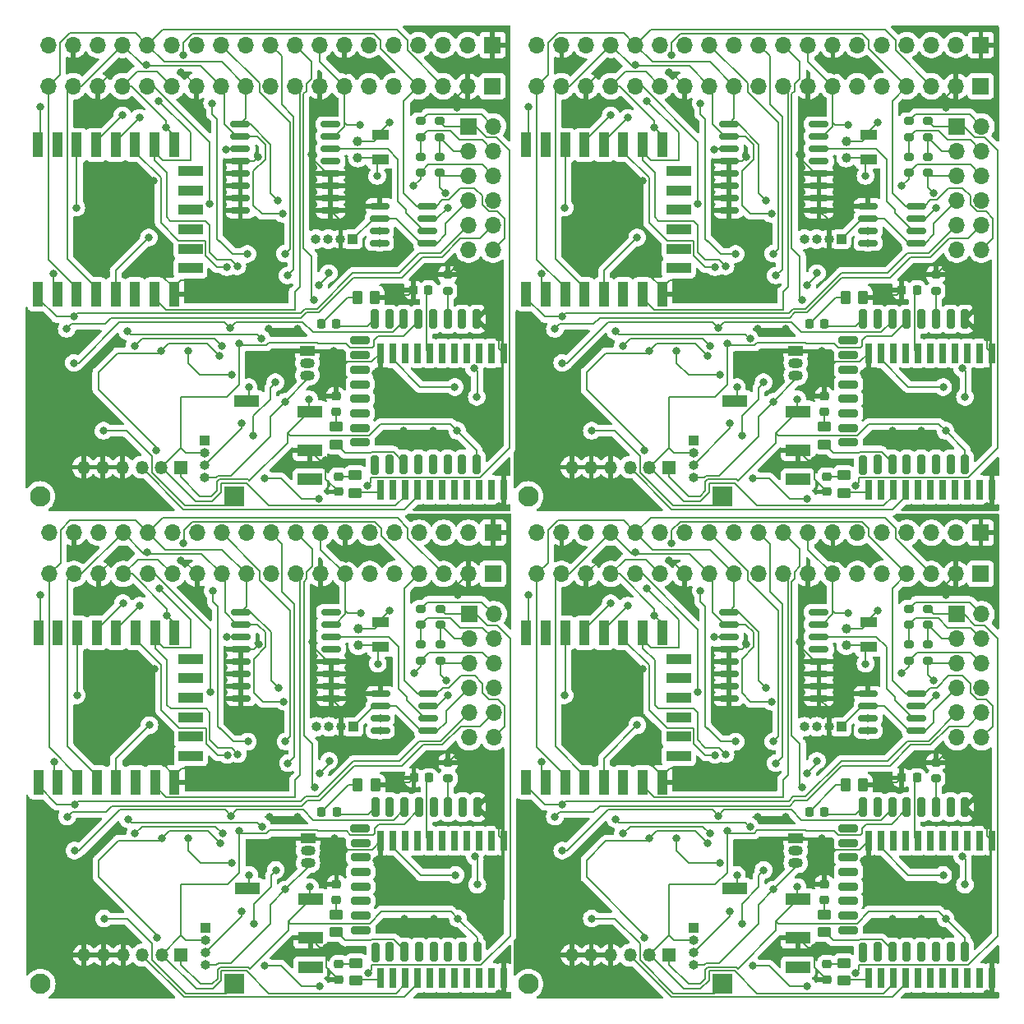
<source format=gbl>
G04 #@! TF.GenerationSoftware,KiCad,Pcbnew,7.0.7*
G04 #@! TF.CreationDate,2023-12-30T17:03:25-05:00*
G04 #@! TF.ProjectId,sensor_node,73656e73-6f72-45f6-9e6f-64652e6b6963,rev?*
G04 #@! TF.SameCoordinates,Original*
G04 #@! TF.FileFunction,Copper,L2,Bot*
G04 #@! TF.FilePolarity,Positive*
%FSLAX46Y46*%
G04 Gerber Fmt 4.6, Leading zero omitted, Abs format (unit mm)*
G04 Created by KiCad (PCBNEW 7.0.7) date 2023-12-30 17:03:25*
%MOMM*%
%LPD*%
G01*
G04 APERTURE LIST*
G04 Aperture macros list*
%AMRoundRect*
0 Rectangle with rounded corners*
0 $1 Rounding radius*
0 $2 $3 $4 $5 $6 $7 $8 $9 X,Y pos of 4 corners*
0 Add a 4 corners polygon primitive as box body*
4,1,4,$2,$3,$4,$5,$6,$7,$8,$9,$2,$3,0*
0 Add four circle primitives for the rounded corners*
1,1,$1+$1,$2,$3*
1,1,$1+$1,$4,$5*
1,1,$1+$1,$6,$7*
1,1,$1+$1,$8,$9*
0 Add four rect primitives between the rounded corners*
20,1,$1+$1,$2,$3,$4,$5,0*
20,1,$1+$1,$4,$5,$6,$7,0*
20,1,$1+$1,$6,$7,$8,$9,0*
20,1,$1+$1,$8,$9,$2,$3,0*%
G04 Aperture macros list end*
G04 #@! TA.AperFunction,SMDPad,CuDef*
%ADD10RoundRect,0.250000X0.450000X-0.262500X0.450000X0.262500X-0.450000X0.262500X-0.450000X-0.262500X0*%
G04 #@! TD*
G04 #@! TA.AperFunction,SMDPad,CuDef*
%ADD11RoundRect,0.250000X-0.262500X-0.450000X0.262500X-0.450000X0.262500X0.450000X-0.262500X0.450000X0*%
G04 #@! TD*
G04 #@! TA.AperFunction,ComponentPad*
%ADD12C,1.000000*%
G04 #@! TD*
G04 #@! TA.AperFunction,SMDPad,CuDef*
%ADD13R,2.500000X1.200000*%
G04 #@! TD*
G04 #@! TA.AperFunction,SMDPad,CuDef*
%ADD14RoundRect,0.200000X0.275000X-0.200000X0.275000X0.200000X-0.275000X0.200000X-0.275000X-0.200000X0*%
G04 #@! TD*
G04 #@! TA.AperFunction,SMDPad,CuDef*
%ADD15RoundRect,0.150000X0.875000X0.150000X-0.875000X0.150000X-0.875000X-0.150000X0.875000X-0.150000X0*%
G04 #@! TD*
G04 #@! TA.AperFunction,SMDPad,CuDef*
%ADD16RoundRect,0.200000X-0.200000X0.800000X-0.200000X-0.800000X0.200000X-0.800000X0.200000X0.800000X0*%
G04 #@! TD*
G04 #@! TA.AperFunction,SMDPad,CuDef*
%ADD17RoundRect,0.200000X0.800000X0.200000X-0.800000X0.200000X-0.800000X-0.200000X0.800000X-0.200000X0*%
G04 #@! TD*
G04 #@! TA.AperFunction,SMDPad,CuDef*
%ADD18RoundRect,0.218750X-0.218750X-0.256250X0.218750X-0.256250X0.218750X0.256250X-0.218750X0.256250X0*%
G04 #@! TD*
G04 #@! TA.AperFunction,SMDPad,CuDef*
%ADD19R,1.800000X1.000000*%
G04 #@! TD*
G04 #@! TA.AperFunction,SMDPad,CuDef*
%ADD20R,0.700000X2.000000*%
G04 #@! TD*
G04 #@! TA.AperFunction,SMDPad,CuDef*
%ADD21R,1.100000X2.500000*%
G04 #@! TD*
G04 #@! TA.AperFunction,SMDPad,CuDef*
%ADD22R,2.500000X1.100000*%
G04 #@! TD*
G04 #@! TA.AperFunction,SMDPad,CuDef*
%ADD23RoundRect,0.218750X-0.256250X0.218750X-0.256250X-0.218750X0.256250X-0.218750X0.256250X0.218750X0*%
G04 #@! TD*
G04 #@! TA.AperFunction,ComponentPad*
%ADD24R,2.100000X2.100000*%
G04 #@! TD*
G04 #@! TA.AperFunction,ComponentPad*
%ADD25C,2.100000*%
G04 #@! TD*
G04 #@! TA.AperFunction,ComponentPad*
%ADD26R,1.350000X1.350000*%
G04 #@! TD*
G04 #@! TA.AperFunction,ComponentPad*
%ADD27O,1.350000X1.350000*%
G04 #@! TD*
G04 #@! TA.AperFunction,ComponentPad*
%ADD28R,1.700000X1.700000*%
G04 #@! TD*
G04 #@! TA.AperFunction,ComponentPad*
%ADD29O,1.700000X1.700000*%
G04 #@! TD*
G04 #@! TA.AperFunction,ComponentPad*
%ADD30R,1.000000X1.000000*%
G04 #@! TD*
G04 #@! TA.AperFunction,ComponentPad*
%ADD31O,1.000000X1.000000*%
G04 #@! TD*
G04 #@! TA.AperFunction,SMDPad,CuDef*
%ADD32RoundRect,0.218750X0.256250X-0.218750X0.256250X0.218750X-0.256250X0.218750X-0.256250X-0.218750X0*%
G04 #@! TD*
G04 #@! TA.AperFunction,SMDPad,CuDef*
%ADD33RoundRect,0.150000X-0.825000X-0.150000X0.825000X-0.150000X0.825000X0.150000X-0.825000X0.150000X0*%
G04 #@! TD*
G04 #@! TA.AperFunction,ComponentPad*
%ADD34R,1.500000X1.050000*%
G04 #@! TD*
G04 #@! TA.AperFunction,ComponentPad*
%ADD35O,1.500000X1.050000*%
G04 #@! TD*
G04 #@! TA.AperFunction,ViaPad*
%ADD36C,0.800000*%
G04 #@! TD*
G04 #@! TA.AperFunction,Conductor*
%ADD37C,0.200000*%
G04 #@! TD*
G04 #@! TA.AperFunction,Conductor*
%ADD38C,0.150000*%
G04 #@! TD*
G04 APERTURE END LIST*
D10*
X182324500Y-138412500D03*
X182324500Y-136587500D03*
D11*
X184499500Y-123250000D03*
X186324500Y-123250000D03*
D10*
X184324500Y-143412500D03*
X184324500Y-141587500D03*
D12*
X184574500Y-107150000D03*
X184574500Y-108850000D03*
D13*
X173125000Y-133900000D03*
X179625000Y-135000000D03*
X179625000Y-139000000D03*
X179625000Y-142000000D03*
D14*
X191025000Y-110400000D03*
X191025000Y-108750000D03*
X193025000Y-110400000D03*
X193025000Y-108750000D03*
D15*
X181775000Y-105420000D03*
X181775000Y-106690000D03*
X181775000Y-107960000D03*
X181775000Y-109230000D03*
X181775000Y-110500000D03*
X181775000Y-111770000D03*
X181775000Y-113040000D03*
X181775000Y-114310000D03*
X172475000Y-114310000D03*
X172475000Y-113040000D03*
X172475000Y-111770000D03*
X172475000Y-110500000D03*
X172475000Y-109230000D03*
X172475000Y-107960000D03*
X172475000Y-106690000D03*
X172475000Y-105420000D03*
D14*
X193824500Y-122575000D03*
X193824500Y-120925000D03*
D16*
X196824500Y-140450000D03*
X195324500Y-140450000D03*
X193824500Y-140450000D03*
X192324500Y-140450000D03*
X190824500Y-140450000D03*
X189324500Y-140450000D03*
X187824500Y-140450000D03*
X186324500Y-140500000D03*
D17*
X184824500Y-138200000D03*
X184824500Y-136700000D03*
X184824500Y-135200000D03*
X184824500Y-133700000D03*
X184824500Y-132200000D03*
X184824500Y-130700000D03*
X184824500Y-129200000D03*
X184774500Y-127700000D03*
D16*
X186324500Y-125500000D03*
X187824500Y-125500000D03*
X189324500Y-125500000D03*
X190824500Y-125500000D03*
X192324500Y-125500000D03*
X193824500Y-125500000D03*
X195324500Y-125500000D03*
X196824500Y-125500000D03*
D18*
X180787000Y-126000000D03*
X182362000Y-126000000D03*
D19*
X186875000Y-106500000D03*
X186875000Y-109000000D03*
D20*
X199574500Y-143100000D03*
X198304500Y-143100000D03*
X197034500Y-143100000D03*
X195764500Y-143100000D03*
X194494500Y-143100000D03*
X193224500Y-143100000D03*
X191954500Y-143100000D03*
X190684500Y-143100000D03*
X189414500Y-143100000D03*
X188144500Y-143100000D03*
X186874500Y-143100000D03*
X186874500Y-129000000D03*
X188144500Y-129000000D03*
X189414500Y-129000000D03*
X190684500Y-129000000D03*
X191954500Y-129000000D03*
X193224500Y-129000000D03*
X194494500Y-129000000D03*
X195764500Y-129000000D03*
X197034500Y-129000000D03*
X198304500Y-129000000D03*
X199574500Y-129000000D03*
D21*
X151625000Y-107550000D03*
X153625000Y-107550000D03*
X155625000Y-107550000D03*
X157625000Y-107550000D03*
X159625000Y-107550000D03*
X161625000Y-107550000D03*
X163625000Y-107550000D03*
X165625000Y-107550000D03*
X165625000Y-122950000D03*
X163625000Y-122950000D03*
X161625000Y-122950000D03*
X159625000Y-122950000D03*
X157625000Y-122950000D03*
X155625000Y-122950000D03*
X153625000Y-122950000D03*
X151625000Y-122950000D03*
D22*
X167325000Y-110240000D03*
X167325000Y-112240000D03*
X167325000Y-114240000D03*
X167325000Y-116240000D03*
X167325000Y-118240000D03*
X167325000Y-120240000D03*
D14*
X191025000Y-106750000D03*
X191025000Y-105100000D03*
D23*
X182324500Y-133462500D03*
X182324500Y-135037500D03*
D24*
X171824500Y-143750000D03*
D25*
X151824500Y-143750000D03*
D14*
X193025000Y-106750000D03*
X193025000Y-105100000D03*
D26*
X166324500Y-140750000D03*
D27*
X164324500Y-140750000D03*
X162324500Y-140750000D03*
X160324500Y-140750000D03*
X158324500Y-140750000D03*
X156324500Y-140750000D03*
D18*
X190287000Y-122500000D03*
X191862000Y-122500000D03*
D28*
X198445000Y-101500000D03*
D29*
X195905000Y-101500000D03*
X193365000Y-101500000D03*
X190825000Y-101500000D03*
X188285000Y-101500000D03*
X185745000Y-101500000D03*
X183205000Y-101500000D03*
X180665000Y-101500000D03*
X178125000Y-101500000D03*
X175585000Y-101500000D03*
X173045000Y-101500000D03*
X170505000Y-101500000D03*
X167965000Y-101500000D03*
X165425000Y-101500000D03*
X162885000Y-101500000D03*
X160345000Y-101500000D03*
X157805000Y-101500000D03*
X155265000Y-101500000D03*
X152725000Y-101500000D03*
D30*
X168824500Y-137980000D03*
D31*
X168824500Y-139250000D03*
X168824500Y-140520000D03*
X168824500Y-141790000D03*
D32*
X182574500Y-143287500D03*
X182574500Y-141712500D03*
D33*
X186824500Y-117655000D03*
X186824500Y-116385000D03*
X186824500Y-115115000D03*
X186824500Y-113845000D03*
X191774500Y-113845000D03*
X191774500Y-115115000D03*
X191774500Y-116385000D03*
X191774500Y-117655000D03*
D28*
X198455000Y-97250000D03*
D29*
X195915000Y-97250000D03*
X193375000Y-97250000D03*
X190835000Y-97250000D03*
X188295000Y-97250000D03*
X185755000Y-97250000D03*
X183215000Y-97250000D03*
X180675000Y-97250000D03*
X178135000Y-97250000D03*
X175595000Y-97250000D03*
X173055000Y-97250000D03*
X170515000Y-97250000D03*
X167975000Y-97250000D03*
X165435000Y-97250000D03*
X162895000Y-97250000D03*
X160355000Y-97250000D03*
X157815000Y-97250000D03*
X155275000Y-97250000D03*
X152735000Y-97250000D03*
D28*
X195985000Y-105630000D03*
D29*
X198525000Y-105630000D03*
X195985000Y-108170000D03*
X198525000Y-108170000D03*
X195985000Y-110710000D03*
X198525000Y-110710000D03*
X195985000Y-113250000D03*
X198525000Y-113250000D03*
X195985000Y-115790000D03*
X198525000Y-115790000D03*
X195985000Y-118330000D03*
X198525000Y-118330000D03*
D34*
X179386875Y-128741875D03*
D35*
X179386875Y-130011875D03*
X179386875Y-131281875D03*
D30*
X184074500Y-117250000D03*
D31*
X182804500Y-117250000D03*
X181534500Y-117250000D03*
X180264500Y-117250000D03*
D10*
X132074500Y-138412500D03*
X132074500Y-136587500D03*
D11*
X134249500Y-123250000D03*
X136074500Y-123250000D03*
D10*
X134074500Y-143412500D03*
X134074500Y-141587500D03*
D12*
X134324500Y-107150000D03*
X134324500Y-108850000D03*
D13*
X122875000Y-133900000D03*
X129375000Y-135000000D03*
X129375000Y-139000000D03*
X129375000Y-142000000D03*
D14*
X140775000Y-110400000D03*
X140775000Y-108750000D03*
X142775000Y-110400000D03*
X142775000Y-108750000D03*
D15*
X131525000Y-105420000D03*
X131525000Y-106690000D03*
X131525000Y-107960000D03*
X131525000Y-109230000D03*
X131525000Y-110500000D03*
X131525000Y-111770000D03*
X131525000Y-113040000D03*
X131525000Y-114310000D03*
X122225000Y-114310000D03*
X122225000Y-113040000D03*
X122225000Y-111770000D03*
X122225000Y-110500000D03*
X122225000Y-109230000D03*
X122225000Y-107960000D03*
X122225000Y-106690000D03*
X122225000Y-105420000D03*
D14*
X143574500Y-122575000D03*
X143574500Y-120925000D03*
D16*
X146574500Y-140450000D03*
X145074500Y-140450000D03*
X143574500Y-140450000D03*
X142074500Y-140450000D03*
X140574500Y-140450000D03*
X139074500Y-140450000D03*
X137574500Y-140450000D03*
X136074500Y-140500000D03*
D17*
X134574500Y-138200000D03*
X134574500Y-136700000D03*
X134574500Y-135200000D03*
X134574500Y-133700000D03*
X134574500Y-132200000D03*
X134574500Y-130700000D03*
X134574500Y-129200000D03*
X134524500Y-127700000D03*
D16*
X136074500Y-125500000D03*
X137574500Y-125500000D03*
X139074500Y-125500000D03*
X140574500Y-125500000D03*
X142074500Y-125500000D03*
X143574500Y-125500000D03*
X145074500Y-125500000D03*
X146574500Y-125500000D03*
D18*
X130537000Y-126000000D03*
X132112000Y-126000000D03*
D19*
X136625000Y-106500000D03*
X136625000Y-109000000D03*
D20*
X149324500Y-143100000D03*
X148054500Y-143100000D03*
X146784500Y-143100000D03*
X145514500Y-143100000D03*
X144244500Y-143100000D03*
X142974500Y-143100000D03*
X141704500Y-143100000D03*
X140434500Y-143100000D03*
X139164500Y-143100000D03*
X137894500Y-143100000D03*
X136624500Y-143100000D03*
X136624500Y-129000000D03*
X137894500Y-129000000D03*
X139164500Y-129000000D03*
X140434500Y-129000000D03*
X141704500Y-129000000D03*
X142974500Y-129000000D03*
X144244500Y-129000000D03*
X145514500Y-129000000D03*
X146784500Y-129000000D03*
X148054500Y-129000000D03*
X149324500Y-129000000D03*
D21*
X101375000Y-107550000D03*
X103375000Y-107550000D03*
X105375000Y-107550000D03*
X107375000Y-107550000D03*
X109375000Y-107550000D03*
X111375000Y-107550000D03*
X113375000Y-107550000D03*
X115375000Y-107550000D03*
X115375000Y-122950000D03*
X113375000Y-122950000D03*
X111375000Y-122950000D03*
X109375000Y-122950000D03*
X107375000Y-122950000D03*
X105375000Y-122950000D03*
X103375000Y-122950000D03*
X101375000Y-122950000D03*
D22*
X117075000Y-110240000D03*
X117075000Y-112240000D03*
X117075000Y-114240000D03*
X117075000Y-116240000D03*
X117075000Y-118240000D03*
X117075000Y-120240000D03*
D14*
X140775000Y-106750000D03*
X140775000Y-105100000D03*
D23*
X132074500Y-133462500D03*
X132074500Y-135037500D03*
D24*
X121574500Y-143750000D03*
D25*
X101574500Y-143750000D03*
D14*
X142775000Y-106750000D03*
X142775000Y-105100000D03*
D26*
X116074500Y-140750000D03*
D27*
X114074500Y-140750000D03*
X112074500Y-140750000D03*
X110074500Y-140750000D03*
X108074500Y-140750000D03*
X106074500Y-140750000D03*
D18*
X140037000Y-122500000D03*
X141612000Y-122500000D03*
D28*
X148195000Y-101500000D03*
D29*
X145655000Y-101500000D03*
X143115000Y-101500000D03*
X140575000Y-101500000D03*
X138035000Y-101500000D03*
X135495000Y-101500000D03*
X132955000Y-101500000D03*
X130415000Y-101500000D03*
X127875000Y-101500000D03*
X125335000Y-101500000D03*
X122795000Y-101500000D03*
X120255000Y-101500000D03*
X117715000Y-101500000D03*
X115175000Y-101500000D03*
X112635000Y-101500000D03*
X110095000Y-101500000D03*
X107555000Y-101500000D03*
X105015000Y-101500000D03*
X102475000Y-101500000D03*
D30*
X118574500Y-137980000D03*
D31*
X118574500Y-139250000D03*
X118574500Y-140520000D03*
X118574500Y-141790000D03*
D32*
X132324500Y-143287500D03*
X132324500Y-141712500D03*
D33*
X136574500Y-117655000D03*
X136574500Y-116385000D03*
X136574500Y-115115000D03*
X136574500Y-113845000D03*
X141524500Y-113845000D03*
X141524500Y-115115000D03*
X141524500Y-116385000D03*
X141524500Y-117655000D03*
D28*
X148205000Y-97250000D03*
D29*
X145665000Y-97250000D03*
X143125000Y-97250000D03*
X140585000Y-97250000D03*
X138045000Y-97250000D03*
X135505000Y-97250000D03*
X132965000Y-97250000D03*
X130425000Y-97250000D03*
X127885000Y-97250000D03*
X125345000Y-97250000D03*
X122805000Y-97250000D03*
X120265000Y-97250000D03*
X117725000Y-97250000D03*
X115185000Y-97250000D03*
X112645000Y-97250000D03*
X110105000Y-97250000D03*
X107565000Y-97250000D03*
X105025000Y-97250000D03*
X102485000Y-97250000D03*
D28*
X145735000Y-105630000D03*
D29*
X148275000Y-105630000D03*
X145735000Y-108170000D03*
X148275000Y-108170000D03*
X145735000Y-110710000D03*
X148275000Y-110710000D03*
X145735000Y-113250000D03*
X148275000Y-113250000D03*
X145735000Y-115790000D03*
X148275000Y-115790000D03*
X145735000Y-118330000D03*
X148275000Y-118330000D03*
D34*
X129136875Y-128741875D03*
D35*
X129136875Y-130011875D03*
X129136875Y-131281875D03*
D30*
X133824500Y-117250000D03*
D31*
X132554500Y-117250000D03*
X131284500Y-117250000D03*
X130014500Y-117250000D03*
D10*
X182324500Y-88162500D03*
X182324500Y-86337500D03*
D11*
X184499500Y-73000000D03*
X186324500Y-73000000D03*
D10*
X184324500Y-93162500D03*
X184324500Y-91337500D03*
D12*
X184574500Y-56900000D03*
X184574500Y-58600000D03*
D13*
X173125000Y-83650000D03*
X179625000Y-84750000D03*
X179625000Y-88750000D03*
X179625000Y-91750000D03*
D14*
X191025000Y-60150000D03*
X191025000Y-58500000D03*
X193025000Y-60150000D03*
X193025000Y-58500000D03*
D15*
X181775000Y-55170000D03*
X181775000Y-56440000D03*
X181775000Y-57710000D03*
X181775000Y-58980000D03*
X181775000Y-60250000D03*
X181775000Y-61520000D03*
X181775000Y-62790000D03*
X181775000Y-64060000D03*
X172475000Y-64060000D03*
X172475000Y-62790000D03*
X172475000Y-61520000D03*
X172475000Y-60250000D03*
X172475000Y-58980000D03*
X172475000Y-57710000D03*
X172475000Y-56440000D03*
X172475000Y-55170000D03*
D14*
X193824500Y-72325000D03*
X193824500Y-70675000D03*
D16*
X196824500Y-90200000D03*
X195324500Y-90200000D03*
X193824500Y-90200000D03*
X192324500Y-90200000D03*
X190824500Y-90200000D03*
X189324500Y-90200000D03*
X187824500Y-90200000D03*
X186324500Y-90250000D03*
D17*
X184824500Y-87950000D03*
X184824500Y-86450000D03*
X184824500Y-84950000D03*
X184824500Y-83450000D03*
X184824500Y-81950000D03*
X184824500Y-80450000D03*
X184824500Y-78950000D03*
X184774500Y-77450000D03*
D16*
X186324500Y-75250000D03*
X187824500Y-75250000D03*
X189324500Y-75250000D03*
X190824500Y-75250000D03*
X192324500Y-75250000D03*
X193824500Y-75250000D03*
X195324500Y-75250000D03*
X196824500Y-75250000D03*
D18*
X180787000Y-75750000D03*
X182362000Y-75750000D03*
D19*
X186875000Y-56250000D03*
X186875000Y-58750000D03*
D20*
X199574500Y-92850000D03*
X198304500Y-92850000D03*
X197034500Y-92850000D03*
X195764500Y-92850000D03*
X194494500Y-92850000D03*
X193224500Y-92850000D03*
X191954500Y-92850000D03*
X190684500Y-92850000D03*
X189414500Y-92850000D03*
X188144500Y-92850000D03*
X186874500Y-92850000D03*
X186874500Y-78750000D03*
X188144500Y-78750000D03*
X189414500Y-78750000D03*
X190684500Y-78750000D03*
X191954500Y-78750000D03*
X193224500Y-78750000D03*
X194494500Y-78750000D03*
X195764500Y-78750000D03*
X197034500Y-78750000D03*
X198304500Y-78750000D03*
X199574500Y-78750000D03*
D21*
X151625000Y-57300000D03*
X153625000Y-57300000D03*
X155625000Y-57300000D03*
X157625000Y-57300000D03*
X159625000Y-57300000D03*
X161625000Y-57300000D03*
X163625000Y-57300000D03*
X165625000Y-57300000D03*
X165625000Y-72700000D03*
X163625000Y-72700000D03*
X161625000Y-72700000D03*
X159625000Y-72700000D03*
X157625000Y-72700000D03*
X155625000Y-72700000D03*
X153625000Y-72700000D03*
X151625000Y-72700000D03*
D22*
X167325000Y-59990000D03*
X167325000Y-61990000D03*
X167325000Y-63990000D03*
X167325000Y-65990000D03*
X167325000Y-67990000D03*
X167325000Y-69990000D03*
D14*
X191025000Y-56500000D03*
X191025000Y-54850000D03*
D23*
X182324500Y-83212500D03*
X182324500Y-84787500D03*
D24*
X171824500Y-93500000D03*
D25*
X151824500Y-93500000D03*
D14*
X193025000Y-56500000D03*
X193025000Y-54850000D03*
D26*
X166324500Y-90500000D03*
D27*
X164324500Y-90500000D03*
X162324500Y-90500000D03*
X160324500Y-90500000D03*
X158324500Y-90500000D03*
X156324500Y-90500000D03*
D18*
X190287000Y-72250000D03*
X191862000Y-72250000D03*
D28*
X198445000Y-51250000D03*
D29*
X195905000Y-51250000D03*
X193365000Y-51250000D03*
X190825000Y-51250000D03*
X188285000Y-51250000D03*
X185745000Y-51250000D03*
X183205000Y-51250000D03*
X180665000Y-51250000D03*
X178125000Y-51250000D03*
X175585000Y-51250000D03*
X173045000Y-51250000D03*
X170505000Y-51250000D03*
X167965000Y-51250000D03*
X165425000Y-51250000D03*
X162885000Y-51250000D03*
X160345000Y-51250000D03*
X157805000Y-51250000D03*
X155265000Y-51250000D03*
X152725000Y-51250000D03*
D30*
X168824500Y-87730000D03*
D31*
X168824500Y-89000000D03*
X168824500Y-90270000D03*
X168824500Y-91540000D03*
D32*
X182574500Y-93037500D03*
X182574500Y-91462500D03*
D33*
X186824500Y-67405000D03*
X186824500Y-66135000D03*
X186824500Y-64865000D03*
X186824500Y-63595000D03*
X191774500Y-63595000D03*
X191774500Y-64865000D03*
X191774500Y-66135000D03*
X191774500Y-67405000D03*
D28*
X198455000Y-47000000D03*
D29*
X195915000Y-47000000D03*
X193375000Y-47000000D03*
X190835000Y-47000000D03*
X188295000Y-47000000D03*
X185755000Y-47000000D03*
X183215000Y-47000000D03*
X180675000Y-47000000D03*
X178135000Y-47000000D03*
X175595000Y-47000000D03*
X173055000Y-47000000D03*
X170515000Y-47000000D03*
X167975000Y-47000000D03*
X165435000Y-47000000D03*
X162895000Y-47000000D03*
X160355000Y-47000000D03*
X157815000Y-47000000D03*
X155275000Y-47000000D03*
X152735000Y-47000000D03*
D28*
X195985000Y-55380000D03*
D29*
X198525000Y-55380000D03*
X195985000Y-57920000D03*
X198525000Y-57920000D03*
X195985000Y-60460000D03*
X198525000Y-60460000D03*
X195985000Y-63000000D03*
X198525000Y-63000000D03*
X195985000Y-65540000D03*
X198525000Y-65540000D03*
X195985000Y-68080000D03*
X198525000Y-68080000D03*
D34*
X179386875Y-78491875D03*
D35*
X179386875Y-79761875D03*
X179386875Y-81031875D03*
D30*
X184074500Y-67000000D03*
D31*
X182804500Y-67000000D03*
X181534500Y-67000000D03*
X180264500Y-67000000D03*
D11*
X134195000Y-73000000D03*
X136020000Y-73000000D03*
D10*
X134020000Y-93162500D03*
X134020000Y-91337500D03*
X132020000Y-88162500D03*
X132020000Y-86337500D03*
D12*
X134270000Y-56900000D03*
X134270000Y-58600000D03*
D30*
X133770000Y-67000000D03*
D31*
X132500000Y-67000000D03*
X131230000Y-67000000D03*
X129960000Y-67000000D03*
D28*
X148150500Y-47000000D03*
D29*
X145610500Y-47000000D03*
X143070500Y-47000000D03*
X140530500Y-47000000D03*
X137990500Y-47000000D03*
X135450500Y-47000000D03*
X132910500Y-47000000D03*
X130370500Y-47000000D03*
X127830500Y-47000000D03*
X125290500Y-47000000D03*
X122750500Y-47000000D03*
X120210500Y-47000000D03*
X117670500Y-47000000D03*
X115130500Y-47000000D03*
X112590500Y-47000000D03*
X110050500Y-47000000D03*
X107510500Y-47000000D03*
X104970500Y-47000000D03*
X102430500Y-47000000D03*
D28*
X145680500Y-55380000D03*
D29*
X148220500Y-55380000D03*
X145680500Y-57920000D03*
X148220500Y-57920000D03*
X145680500Y-60460000D03*
X148220500Y-60460000D03*
X145680500Y-63000000D03*
X148220500Y-63000000D03*
X145680500Y-65540000D03*
X148220500Y-65540000D03*
X145680500Y-68080000D03*
X148220500Y-68080000D03*
D34*
X129082375Y-78491875D03*
D35*
X129082375Y-79761875D03*
X129082375Y-81031875D03*
D30*
X118520000Y-87730000D03*
D31*
X118520000Y-89000000D03*
X118520000Y-90270000D03*
X118520000Y-91540000D03*
D24*
X121520000Y-93500000D03*
D25*
X101520000Y-93500000D03*
D26*
X116020000Y-90500000D03*
D27*
X114020000Y-90500000D03*
X112020000Y-90500000D03*
X110020000Y-90500000D03*
X108020000Y-90500000D03*
X106020000Y-90500000D03*
D28*
X148140500Y-51250000D03*
D29*
X145600500Y-51250000D03*
X143060500Y-51250000D03*
X140520500Y-51250000D03*
X137980500Y-51250000D03*
X135440500Y-51250000D03*
X132900500Y-51250000D03*
X130360500Y-51250000D03*
X127820500Y-51250000D03*
X125280500Y-51250000D03*
X122740500Y-51250000D03*
X120200500Y-51250000D03*
X117660500Y-51250000D03*
X115120500Y-51250000D03*
X112580500Y-51250000D03*
X110040500Y-51250000D03*
X107500500Y-51250000D03*
X104960500Y-51250000D03*
X102420500Y-51250000D03*
D32*
X132270000Y-93037500D03*
X132270000Y-91462500D03*
D23*
X132020000Y-83212500D03*
X132020000Y-84787500D03*
D33*
X136520000Y-67405000D03*
X136520000Y-66135000D03*
X136520000Y-64865000D03*
X136520000Y-63595000D03*
X141470000Y-63595000D03*
X141470000Y-64865000D03*
X141470000Y-66135000D03*
X141470000Y-67405000D03*
D14*
X142720500Y-56500000D03*
X142720500Y-54850000D03*
D21*
X101320500Y-57300000D03*
X103320500Y-57300000D03*
X105320500Y-57300000D03*
X107320500Y-57300000D03*
X109320500Y-57300000D03*
X111320500Y-57300000D03*
X113320500Y-57300000D03*
X115320500Y-57300000D03*
X115320500Y-72700000D03*
X113320500Y-72700000D03*
X111320500Y-72700000D03*
X109320500Y-72700000D03*
X107320500Y-72700000D03*
X105320500Y-72700000D03*
X103320500Y-72700000D03*
X101320500Y-72700000D03*
D22*
X117020500Y-59990000D03*
X117020500Y-61990000D03*
X117020500Y-63990000D03*
X117020500Y-65990000D03*
X117020500Y-67990000D03*
X117020500Y-69990000D03*
D14*
X140720500Y-56500000D03*
X140720500Y-54850000D03*
D20*
X149270000Y-92850000D03*
X148000000Y-92850000D03*
X146730000Y-92850000D03*
X145460000Y-92850000D03*
X144190000Y-92850000D03*
X142920000Y-92850000D03*
X141650000Y-92850000D03*
X140380000Y-92850000D03*
X139110000Y-92850000D03*
X137840000Y-92850000D03*
X136570000Y-92850000D03*
X136570000Y-78750000D03*
X137840000Y-78750000D03*
X139110000Y-78750000D03*
X140380000Y-78750000D03*
X141650000Y-78750000D03*
X142920000Y-78750000D03*
X144190000Y-78750000D03*
X145460000Y-78750000D03*
X146730000Y-78750000D03*
X148000000Y-78750000D03*
X149270000Y-78750000D03*
D19*
X136570500Y-56250000D03*
X136570500Y-58750000D03*
D18*
X130482500Y-75750000D03*
X132057500Y-75750000D03*
D16*
X146520000Y-90200000D03*
X145020000Y-90200000D03*
X143520000Y-90200000D03*
X142020000Y-90200000D03*
X140520000Y-90200000D03*
X139020000Y-90200000D03*
X137520000Y-90200000D03*
X136020000Y-90250000D03*
D17*
X134520000Y-87950000D03*
X134520000Y-86450000D03*
X134520000Y-84950000D03*
X134520000Y-83450000D03*
X134520000Y-81950000D03*
X134520000Y-80450000D03*
X134520000Y-78950000D03*
X134470000Y-77450000D03*
D16*
X136020000Y-75250000D03*
X137520000Y-75250000D03*
X139020000Y-75250000D03*
X140520000Y-75250000D03*
X142020000Y-75250000D03*
X143520000Y-75250000D03*
X145020000Y-75250000D03*
X146520000Y-75250000D03*
D14*
X143520000Y-72325000D03*
X143520000Y-70675000D03*
D15*
X131470500Y-55170000D03*
X131470500Y-56440000D03*
X131470500Y-57710000D03*
X131470500Y-58980000D03*
X131470500Y-60250000D03*
X131470500Y-61520000D03*
X131470500Y-62790000D03*
X131470500Y-64060000D03*
X122170500Y-64060000D03*
X122170500Y-62790000D03*
X122170500Y-61520000D03*
X122170500Y-60250000D03*
X122170500Y-58980000D03*
X122170500Y-57710000D03*
X122170500Y-56440000D03*
X122170500Y-55170000D03*
D14*
X142720500Y-60150000D03*
X142720500Y-58500000D03*
D18*
X139982500Y-72250000D03*
X141557500Y-72250000D03*
D14*
X140720500Y-60150000D03*
X140720500Y-58500000D03*
D13*
X122820500Y-83650000D03*
X129320500Y-84750000D03*
X129320500Y-88750000D03*
X129320500Y-91750000D03*
D36*
X184824500Y-105500000D03*
X185574500Y-142625500D03*
X180574500Y-144000000D03*
X199074500Y-127454502D03*
X186574500Y-110750000D03*
X172574500Y-136250000D03*
X151824500Y-103650498D03*
X160324500Y-104500000D03*
X187824500Y-105250000D03*
X186824500Y-117655000D03*
X192324500Y-137000000D03*
X194824500Y-103700500D03*
X189324500Y-137000000D03*
X177074500Y-134000000D03*
X163050000Y-117075000D03*
X199074500Y-144750000D03*
X164324500Y-119250000D03*
X175074500Y-120898407D03*
X155574500Y-114000000D03*
X166324500Y-100099500D03*
X160824500Y-111000000D03*
X196824500Y-125500000D03*
X179824500Y-108500000D03*
X186824500Y-116385000D03*
X177074500Y-118750000D03*
X194824500Y-120250000D03*
X188824500Y-123000000D03*
X178324500Y-126500000D03*
X159579372Y-99745128D03*
X174324500Y-108750000D03*
X181574500Y-120750000D03*
X162824500Y-99300500D03*
X193824500Y-114000000D03*
X176074500Y-132000000D03*
X166574500Y-98300500D03*
X171563000Y-131250000D03*
X171425500Y-126400500D03*
X172324500Y-128000000D03*
X169324500Y-113648407D03*
X172162708Y-120049442D03*
X190324500Y-111750000D03*
X174675500Y-127500000D03*
X176324500Y-113250000D03*
X191030128Y-105094872D03*
X171024000Y-108000000D03*
X177324500Y-121000000D03*
X173194122Y-118768029D03*
X196555690Y-130585499D03*
X176875000Y-114648407D03*
X155324500Y-125250000D03*
X160824500Y-126750000D03*
X164079878Y-102994622D03*
X162074500Y-104750000D03*
X161574500Y-128250000D03*
X194824500Y-137000000D03*
X194574500Y-132500000D03*
X173824500Y-137500000D03*
X180074500Y-123500000D03*
X169574500Y-103250000D03*
X163625000Y-122250000D03*
X170324500Y-129250000D03*
X174954878Y-141880378D03*
X154574500Y-126500000D03*
X164324500Y-128750000D03*
X196824500Y-133500000D03*
X198944122Y-120130378D03*
X183324500Y-99899500D03*
X175438000Y-126500000D03*
X180574500Y-122000000D03*
X181280500Y-140000000D03*
X167074500Y-128750000D03*
X155324500Y-130000000D03*
X193625000Y-112500000D03*
X163824500Y-139000000D03*
X153230128Y-120844372D03*
X158375000Y-137000000D03*
X163574500Y-111250000D03*
X186415965Y-131013066D03*
X182074500Y-128750000D03*
X179574500Y-133750000D03*
X171074500Y-120148407D03*
X164824500Y-105750000D03*
X173324500Y-132500000D03*
X170574500Y-128250000D03*
X134574500Y-105500000D03*
X135324500Y-142625500D03*
X130324500Y-144000000D03*
X148824500Y-127454502D03*
X136324500Y-110750000D03*
X122324500Y-136250000D03*
X101574500Y-103650498D03*
X110074500Y-104500000D03*
X137574500Y-105250000D03*
X136574500Y-117655000D03*
X142074500Y-137000000D03*
X144574500Y-103700500D03*
X139074500Y-137000000D03*
X126824500Y-134000000D03*
X112800000Y-117075000D03*
X148824500Y-144750000D03*
X114074500Y-119250000D03*
X124824500Y-120898407D03*
X105324500Y-114000000D03*
X116074500Y-100099500D03*
X110574500Y-111000000D03*
X146574500Y-125500000D03*
X129574500Y-108500000D03*
X136574500Y-116385000D03*
X126824500Y-118750000D03*
X144574500Y-120250000D03*
X138574500Y-123000000D03*
X128074500Y-126500000D03*
X109329372Y-99745128D03*
X124074500Y-108750000D03*
X131324500Y-120750000D03*
X112574500Y-99300500D03*
X143574500Y-114000000D03*
X125824500Y-132000000D03*
X116324500Y-98300500D03*
X121313000Y-131250000D03*
X121175500Y-126400500D03*
X122074500Y-128000000D03*
X119074500Y-113648407D03*
X121912708Y-120049442D03*
X140074500Y-111750000D03*
X124425500Y-127500000D03*
X126074500Y-113250000D03*
X140780128Y-105094872D03*
X120774000Y-108000000D03*
X127074500Y-121000000D03*
X122944122Y-118768029D03*
X146305690Y-130585499D03*
X126625000Y-114648407D03*
X105074500Y-125250000D03*
X110574500Y-126750000D03*
X113829878Y-102994622D03*
X111824500Y-104750000D03*
X111324500Y-128250000D03*
X144574500Y-137000000D03*
X144324500Y-132500000D03*
X123574500Y-137500000D03*
X129824500Y-123500000D03*
X119324500Y-103250000D03*
X113375000Y-122250000D03*
X120074500Y-129250000D03*
X124704878Y-141880378D03*
X104324500Y-126500000D03*
X114074500Y-128750000D03*
X146574500Y-133500000D03*
X148694122Y-120130378D03*
X133074500Y-99899500D03*
X125188000Y-126500000D03*
X130324500Y-122000000D03*
X131030500Y-140000000D03*
X116824500Y-128750000D03*
X105074500Y-130000000D03*
X143375000Y-112500000D03*
X113574500Y-139000000D03*
X102980128Y-120844372D03*
X108125000Y-137000000D03*
X113324500Y-111250000D03*
X136165965Y-131013066D03*
X131824500Y-128750000D03*
X129324500Y-133750000D03*
X120824500Y-120148407D03*
X114574500Y-105750000D03*
X123074500Y-132500000D03*
X120324500Y-128250000D03*
X184824500Y-55250000D03*
X185574500Y-92375500D03*
X180574500Y-93750000D03*
X199074500Y-77204502D03*
X186574500Y-60500000D03*
X172574500Y-86000000D03*
X151824500Y-53400498D03*
X160324500Y-54250000D03*
X187824500Y-55000000D03*
X186824500Y-67405000D03*
X192324500Y-86750000D03*
X194824500Y-53450500D03*
X189324500Y-86750000D03*
X177074500Y-83750000D03*
X163050000Y-66825000D03*
X199074500Y-94500000D03*
X164324500Y-69000000D03*
X175074500Y-70648407D03*
X155574500Y-63750000D03*
X166324500Y-49849500D03*
X160824500Y-60750000D03*
X196824500Y-75250000D03*
X179824500Y-58250000D03*
X186824500Y-66135000D03*
X177074500Y-68500000D03*
X194824500Y-70000000D03*
X188824500Y-72750000D03*
X178324500Y-76250000D03*
X159579372Y-49495128D03*
X174324500Y-58500000D03*
X181574500Y-70500000D03*
X162824500Y-49050500D03*
X193824500Y-63750000D03*
X176074500Y-81750000D03*
X166574500Y-48050500D03*
X171563000Y-81000000D03*
X171425500Y-76150500D03*
X172324500Y-77750000D03*
X169324500Y-63398407D03*
X172162708Y-69799442D03*
X190324500Y-61500000D03*
X174675500Y-77250000D03*
X176324500Y-63000000D03*
X191030128Y-54844872D03*
X171024000Y-57750000D03*
X177324500Y-70750000D03*
X173194122Y-68518029D03*
X196555690Y-80335499D03*
X176875000Y-64398407D03*
X155324500Y-75000000D03*
X160824500Y-76500000D03*
X164079878Y-52744622D03*
X162074500Y-54500000D03*
X161574500Y-78000000D03*
X194824500Y-86750000D03*
X194574500Y-82250000D03*
X173824500Y-87250000D03*
X180074500Y-73250000D03*
X169574500Y-53000000D03*
X163625000Y-72000000D03*
X170324500Y-79000000D03*
X174954878Y-91630378D03*
X154574500Y-76250000D03*
X164324500Y-78500000D03*
X196824500Y-83250000D03*
X198944122Y-69880378D03*
X183324500Y-49649500D03*
X175438000Y-76250000D03*
X180574500Y-71750000D03*
X181280500Y-89750000D03*
X167074500Y-78500000D03*
X155324500Y-79750000D03*
X193625000Y-62250000D03*
X163824500Y-88750000D03*
X153230128Y-70594372D03*
X158375000Y-86750000D03*
X163574500Y-61000000D03*
X186415965Y-80763066D03*
X182074500Y-78500000D03*
X179574500Y-83500000D03*
X171074500Y-69898407D03*
X164824500Y-55500000D03*
X173324500Y-82250000D03*
X170574500Y-78000000D03*
X130270000Y-93750000D03*
X135270000Y-92375500D03*
X130976000Y-89750000D03*
X128020000Y-76250000D03*
X134520000Y-55250000D03*
X120719500Y-57750000D03*
X144520000Y-86750000D03*
X114020000Y-78500000D03*
X113520000Y-88750000D03*
X114520000Y-55500000D03*
X144270000Y-82250000D03*
X129270000Y-83500000D03*
X120020000Y-79000000D03*
X143520000Y-63750000D03*
X126020000Y-63000000D03*
X108070500Y-86750000D03*
X146520000Y-83250000D03*
X116270000Y-48050500D03*
X126570500Y-64398407D03*
X146251190Y-80335499D03*
X112520000Y-49050500D03*
X119020000Y-63398407D03*
X130270000Y-71750000D03*
X131270000Y-70500000D03*
X124371000Y-77250000D03*
X110520000Y-76500000D03*
X140020000Y-61500000D03*
X105020000Y-75000000D03*
X104270000Y-76250000D03*
X102925628Y-70594372D03*
X111270000Y-78000000D03*
X120270000Y-78000000D03*
X113320500Y-72000000D03*
X124650378Y-91630378D03*
X123020000Y-82250000D03*
X140725628Y-54844872D03*
X143320500Y-62250000D03*
X119270000Y-53000000D03*
X111770000Y-54500000D03*
X122889622Y-68518029D03*
X113775378Y-52744622D03*
X121858208Y-69799442D03*
X129770000Y-73250000D03*
X123520000Y-87250000D03*
X127020000Y-70750000D03*
X125770000Y-81750000D03*
X122020000Y-77750000D03*
X105020000Y-79750000D03*
X121121000Y-76150500D03*
X116770000Y-78500000D03*
X121258500Y-81000000D03*
X120770000Y-69898407D03*
X131770000Y-78500000D03*
X136111465Y-80763066D03*
X113270000Y-61000000D03*
X125133500Y-76250000D03*
X133020000Y-49649500D03*
X148639622Y-69880378D03*
X148770000Y-94500000D03*
X124770000Y-70648407D03*
X114020000Y-69000000D03*
X142020000Y-86750000D03*
X110520000Y-60750000D03*
X109274872Y-49495128D03*
X144520000Y-53450500D03*
X138520000Y-72750000D03*
X129520000Y-58250000D03*
X146520000Y-75250000D03*
X139020000Y-86750000D03*
X148770000Y-77204502D03*
X124020000Y-58500000D03*
X144520000Y-70000000D03*
X116020000Y-49849500D03*
X136270000Y-60500000D03*
X136520000Y-67405000D03*
X137520000Y-55000000D03*
X136520000Y-66135000D03*
X126770000Y-68500000D03*
X105270000Y-63750000D03*
X110020000Y-54250000D03*
X101520000Y-53400498D03*
X112745500Y-66825000D03*
X122270000Y-86000000D03*
X126770000Y-83750000D03*
D37*
X193074500Y-118700500D02*
X195985000Y-115790000D01*
X184074500Y-120750000D02*
X188824500Y-120750000D01*
X178674500Y-124900000D02*
X179149502Y-124425000D01*
X180399500Y-124425000D02*
X184074500Y-120750000D01*
X179149502Y-124425000D02*
X180399500Y-124425000D01*
X188824500Y-120750000D02*
X190874000Y-118700500D01*
X190874000Y-118700500D02*
X193074500Y-118700500D01*
X155674500Y-124900000D02*
X178674500Y-124900000D01*
X155324500Y-125250000D02*
X155674500Y-124900000D01*
X181574500Y-121000000D02*
X180574500Y-122000000D01*
X181574500Y-120750000D02*
X181574500Y-121000000D01*
X185917393Y-142282607D02*
X185574500Y-142625500D01*
D38*
X188574500Y-123250000D02*
X188824500Y-123000000D01*
X186324500Y-123250000D02*
X188574500Y-123250000D01*
D37*
X189324500Y-125500000D02*
X189324500Y-125707107D01*
X179955871Y-126850000D02*
X178905871Y-125800000D01*
X188181607Y-126850000D02*
X179955871Y-126850000D01*
X189324500Y-125707107D02*
X188181607Y-126850000D01*
X180787000Y-126000000D02*
X183537000Y-123250000D01*
X183537000Y-123250000D02*
X184499500Y-123250000D01*
X173824500Y-113750000D02*
X174722907Y-114648407D01*
X170505000Y-101500000D02*
X170824500Y-101819500D01*
X174198814Y-106690000D02*
X175024500Y-107515686D01*
X172083604Y-106690000D02*
X174198814Y-106690000D01*
X174722907Y-114648407D02*
X176875000Y-114648407D01*
X173824500Y-110239950D02*
X173824500Y-113750000D01*
X175024500Y-109039950D02*
X173824500Y-110239950D01*
X175024500Y-107515686D02*
X175024500Y-109039950D01*
X170824500Y-105430896D02*
X172083604Y-106690000D01*
X170824500Y-101819500D02*
X170824500Y-105430896D01*
X173074500Y-142400000D02*
X175374500Y-144700000D01*
X170474500Y-142400000D02*
X173074500Y-142400000D01*
X188464500Y-144700000D02*
X189414500Y-143750000D01*
X175374500Y-144700000D02*
X188464500Y-144700000D01*
X164324500Y-140750000D02*
X164374500Y-140750000D01*
X170474500Y-143350000D02*
X170474500Y-142400000D01*
X167874500Y-144250000D02*
X169574500Y-144250000D01*
X164374500Y-140750000D02*
X167874500Y-144250000D01*
X189414500Y-143750000D02*
X189414500Y-143100000D01*
X169574500Y-144250000D02*
X170474500Y-143350000D01*
D38*
X175438000Y-126500000D02*
X178324500Y-126500000D01*
D37*
X179315187Y-124825000D02*
X180565186Y-124825000D01*
X184140186Y-121250000D02*
X189074500Y-121250000D01*
X197135000Y-117180000D02*
X198525000Y-115790000D01*
X195160686Y-117180000D02*
X197135000Y-117180000D01*
X189074500Y-121250000D02*
X191224000Y-119100500D01*
X158574500Y-126000000D02*
X159174500Y-125400000D01*
X180565186Y-124825000D02*
X184140186Y-121250000D01*
X159174500Y-125400000D02*
X178740186Y-125400000D01*
X191224000Y-119100500D02*
X193240185Y-119100500D01*
X178740186Y-125400000D02*
X179315187Y-124825000D01*
X154574500Y-126500000D02*
X155074500Y-126000000D01*
X193240185Y-119100500D02*
X195160686Y-117180000D01*
X155074500Y-126000000D02*
X158574500Y-126000000D01*
X179824500Y-98939500D02*
X178135000Y-97250000D01*
X179824500Y-100714154D02*
X179824500Y-98939500D01*
X179824500Y-119000000D02*
X178974500Y-118150000D01*
X178974500Y-118150000D02*
X178974500Y-102276846D01*
X179275000Y-101976346D02*
X179275000Y-101263654D01*
X179275000Y-101263654D02*
X179824500Y-100714154D01*
X180074500Y-123500000D02*
X179824500Y-123250000D01*
X178974500Y-102276846D02*
X179275000Y-101976346D01*
X179824500Y-123250000D02*
X179824500Y-119000000D01*
X185917393Y-141800000D02*
X185917393Y-142282607D01*
X186074500Y-128400000D02*
X186224500Y-128250000D01*
X186224500Y-128250000D02*
X186224500Y-127700000D01*
X190824500Y-125707107D02*
X190824500Y-125500000D01*
X189281607Y-127250000D02*
X190824500Y-125707107D01*
X186674500Y-127250000D02*
X189281607Y-127250000D01*
X186224500Y-127700000D02*
X186674500Y-127250000D01*
X175574500Y-107500000D02*
X173494500Y-105420000D01*
X172026000Y-125800000D02*
X171425500Y-126400500D01*
X173494500Y-105420000D02*
X172475000Y-105420000D01*
X178905871Y-125800000D02*
X172026000Y-125800000D01*
X178749500Y-144000000D02*
X180574500Y-144000000D01*
X176324500Y-113250000D02*
X175574500Y-112500000D01*
X175574500Y-112500000D02*
X175574500Y-107500000D01*
D38*
X181418959Y-110500000D02*
X181775000Y-110500000D01*
X179824500Y-108905541D02*
X181418959Y-110500000D01*
X179824500Y-108500000D02*
X179824500Y-108905541D01*
X173844500Y-109230000D02*
X172475000Y-109230000D01*
X174324500Y-108750000D02*
X173844500Y-109230000D01*
D37*
X183767393Y-128400000D02*
X186074500Y-128400000D01*
X175124500Y-128200000D02*
X175407625Y-127916875D01*
X172324500Y-128000000D02*
X172524500Y-128200000D01*
X172524500Y-128200000D02*
X175124500Y-128200000D01*
X180436875Y-128000000D02*
X183367393Y-128000000D01*
X180353750Y-127916875D02*
X180436875Y-128000000D01*
X183367393Y-128000000D02*
X183767393Y-128400000D01*
X175407625Y-127916875D02*
X180353750Y-127916875D01*
X184824500Y-105500000D02*
X183455000Y-105500000D01*
X183455000Y-105500000D02*
X183205000Y-105250000D01*
X183205000Y-105250000D02*
X183205000Y-105651396D01*
X183205000Y-101500000D02*
X183205000Y-105250000D01*
X170308815Y-142000000D02*
X170074500Y-142234315D01*
X188490000Y-115115000D02*
X186824500Y-115115000D01*
X165074500Y-128000000D02*
X164324500Y-128750000D01*
X160345000Y-101500000D02*
X161845000Y-100000000D01*
X186209500Y-115115000D02*
X186824500Y-115115000D01*
X166324500Y-141750000D02*
X166324500Y-140750000D01*
X171064000Y-107960000D02*
X171024000Y-108000000D01*
X196824500Y-140450000D02*
X196824500Y-139000000D01*
X190994500Y-132500000D02*
X188144500Y-129650000D01*
X177349750Y-137275250D02*
X177349750Y-138224750D01*
X169508814Y-143750000D02*
X168324500Y-143750000D01*
X179574500Y-135050500D02*
X177349750Y-137275250D01*
X157839175Y-130985325D02*
X159824500Y-129000000D01*
X170324500Y-129250000D02*
X169074500Y-128000000D01*
X179574500Y-133750000D02*
X179574500Y-135050500D01*
X193625000Y-115610000D02*
X193625000Y-116750000D01*
X165625000Y-108250000D02*
X165625000Y-106550500D01*
X164824500Y-105065846D02*
X161258654Y-101500000D01*
X157839175Y-132714175D02*
X157839175Y-130985325D01*
X173240185Y-142000000D02*
X170308815Y-142000000D01*
X164074500Y-129000000D02*
X164324500Y-128750000D01*
X191030000Y-117794500D02*
X191030000Y-117655000D01*
X163824500Y-138699500D02*
X157839175Y-132714175D01*
X194124500Y-136300000D02*
X186931607Y-136300000D01*
X185731607Y-137500000D02*
X177574500Y-137500000D01*
X194574500Y-132500000D02*
X190994500Y-132500000D01*
X193625000Y-116750000D02*
X192720000Y-117655000D01*
X188144500Y-129000000D02*
X188144500Y-129650000D01*
X164824500Y-105750000D02*
X164824500Y-105065846D01*
X170074500Y-143184314D02*
X169508814Y-143750000D01*
X191030000Y-117655000D02*
X188490000Y-115115000D01*
X161258654Y-101500000D02*
X160345000Y-101500000D01*
X170074500Y-142234315D02*
X170074500Y-143184314D01*
X159824500Y-129000000D02*
X164074500Y-129000000D01*
X180675000Y-98970000D02*
X183205000Y-101500000D01*
X165625000Y-106550500D02*
X164824500Y-105750000D01*
X172475000Y-107960000D02*
X171064000Y-107960000D01*
X196824500Y-139000000D02*
X194824500Y-137000000D01*
X168324500Y-143750000D02*
X166324500Y-141750000D01*
X163925000Y-100000000D02*
X165425000Y-101500000D01*
X173407343Y-142167157D02*
X173240185Y-142000000D01*
X161845000Y-100000000D02*
X163925000Y-100000000D01*
X163824500Y-139000000D02*
X163824500Y-138699500D01*
X182166396Y-106690000D02*
X181775000Y-106690000D01*
X177574500Y-137500000D02*
X177349750Y-137275250D01*
X195985000Y-113250000D02*
X193625000Y-115610000D01*
X186931607Y-136300000D02*
X185731607Y-137500000D01*
X177349750Y-138224750D02*
X173407343Y-142167157D01*
X183205000Y-105651396D02*
X182166396Y-106690000D01*
X179398750Y-130000000D02*
X179386875Y-130011875D01*
X169074500Y-128000000D02*
X165074500Y-128000000D01*
X194824500Y-137000000D02*
X194124500Y-136300000D01*
X180675000Y-97250000D02*
X180675000Y-98970000D01*
X184074500Y-117250000D02*
X186209500Y-115115000D01*
X179386875Y-131281875D02*
X179386875Y-131687625D01*
X179386875Y-131687625D02*
X177074500Y-134000000D01*
X170143130Y-141600000D02*
X171474500Y-141600000D01*
X171474500Y-141600000D02*
X175525000Y-137549500D01*
X188231607Y-139150000D02*
X189324500Y-140242893D01*
X151824500Y-108050500D02*
X151625000Y-108250000D01*
X191862000Y-122500000D02*
X191624500Y-122737500D01*
X172574500Y-136250000D02*
X172574500Y-136770000D01*
X191624500Y-128670000D02*
X191954500Y-129000000D01*
X182574500Y-141712500D02*
X184287000Y-141712500D01*
X182612000Y-126250000D02*
X182362000Y-126000000D01*
X157625000Y-107199500D02*
X157625000Y-108250000D01*
X172574500Y-136770000D02*
X168824500Y-140520000D01*
X185867393Y-139250000D02*
X185967393Y-139150000D01*
X151824500Y-103650498D02*
X151824500Y-108050500D01*
X160324500Y-104500000D02*
X157625000Y-107199500D01*
X185574500Y-126250000D02*
X182612000Y-126250000D01*
X186649500Y-143325000D02*
X186874500Y-143100000D01*
X159625000Y-120500000D02*
X163050000Y-117075000D01*
X185967393Y-139150000D02*
X188231607Y-139150000D01*
X159625000Y-122250000D02*
X159625000Y-120500000D01*
X182324500Y-138325000D02*
X183249500Y-139250000D01*
X191624500Y-122737500D02*
X191624500Y-128670000D01*
X183249500Y-139250000D02*
X185867393Y-139250000D01*
X193824500Y-125500000D02*
X193824500Y-122750000D01*
X186324500Y-125500000D02*
X185574500Y-126250000D01*
X182324500Y-136675000D02*
X182324500Y-135037500D01*
X184324500Y-143325000D02*
X186649500Y-143325000D01*
X184287000Y-141712500D02*
X184324500Y-141675000D01*
X175525000Y-135549500D02*
X177074500Y-134000000D01*
X169953129Y-141790000D02*
X170143130Y-141600000D01*
X175525000Y-137549500D02*
X175525000Y-135549500D01*
X168824500Y-141790000D02*
X169953129Y-141790000D01*
X186574500Y-109300500D02*
X186875000Y-109000000D01*
X186725000Y-108850000D02*
X186875000Y-109000000D01*
D38*
X166324500Y-100099500D02*
X166564500Y-100099500D01*
X186874500Y-130554531D02*
X186874500Y-129000000D01*
X180665000Y-101500000D02*
X180174000Y-101991000D01*
X186415965Y-131013066D02*
X186874500Y-130554531D01*
X166564500Y-100099500D02*
X167965000Y-101500000D01*
X181280500Y-140000000D02*
X180625000Y-140000000D01*
X182804500Y-115339500D02*
X181775000Y-114310000D01*
X194499500Y-120250000D02*
X193824500Y-120925000D01*
D37*
X184574500Y-107150000D02*
X186225000Y-107150000D01*
D38*
X182074500Y-128750000D02*
X182066375Y-128741875D01*
D37*
X186574500Y-110750000D02*
X186574500Y-109300500D01*
D38*
X188824500Y-123000000D02*
X189787000Y-123000000D01*
X189324500Y-137000000D02*
X192324500Y-137000000D01*
X199074500Y-128500000D02*
X199574500Y-129000000D01*
X194824500Y-103700500D02*
X194824500Y-102580500D01*
X164324500Y-120949500D02*
X164324500Y-119250000D01*
X194824500Y-102580500D02*
X195905000Y-101500000D01*
D37*
X155625000Y-113949500D02*
X155625000Y-108250000D01*
X155574500Y-114000000D02*
X155625000Y-113949500D01*
X177074500Y-118750000D02*
X177574500Y-118250000D01*
X177574500Y-118250000D02*
X177574500Y-105250000D01*
D38*
X183199500Y-129875000D02*
X182074500Y-128750000D01*
D37*
X186875000Y-106199500D02*
X186875000Y-106500000D01*
D38*
X182066375Y-128741875D02*
X179386875Y-128741875D01*
X159559872Y-99745128D02*
X157805000Y-101500000D01*
X181280500Y-141993500D02*
X182574500Y-143287500D01*
D37*
X186225000Y-107150000D02*
X186875000Y-106500000D01*
D38*
X174472907Y-121500000D02*
X166375000Y-121500000D01*
D37*
X187824500Y-105250000D02*
X186875000Y-106199500D01*
D38*
X198824500Y-120250000D02*
X194824500Y-120250000D01*
D37*
X174435000Y-101170000D02*
X170515000Y-97250000D01*
X177574500Y-105250000D02*
X174435000Y-102110500D01*
X174435000Y-102110500D02*
X174435000Y-101170000D01*
X184574500Y-108850000D02*
X186725000Y-108850000D01*
D38*
X166375000Y-121500000D02*
X165625000Y-122250000D01*
X189787000Y-123000000D02*
X190287000Y-122500000D01*
X175074500Y-120898407D02*
X174472907Y-121500000D01*
X183324500Y-99899500D02*
X183215000Y-99790000D01*
X161074500Y-111250000D02*
X163574500Y-111250000D01*
X180625000Y-140000000D02*
X179625000Y-139000000D01*
X199574500Y-144250000D02*
X199074500Y-144750000D01*
X199074500Y-127454502D02*
X199074500Y-128500000D01*
X160824500Y-111000000D02*
X161074500Y-111250000D01*
X165625000Y-122250000D02*
X164324500Y-120949500D01*
X183215000Y-99790000D02*
X183215000Y-97250000D01*
X159579372Y-99745128D02*
X159559872Y-99745128D01*
X181280500Y-140000000D02*
X181280500Y-141993500D01*
X182804500Y-117250000D02*
X182804500Y-115339500D01*
X186874500Y-129000000D02*
X185999500Y-129875000D01*
X199574500Y-143100000D02*
X199574500Y-144250000D01*
X194824500Y-120250000D02*
X194499500Y-120250000D01*
X185999500Y-129875000D02*
X183199500Y-129875000D01*
X198944122Y-120130378D02*
X198824500Y-120250000D01*
D37*
X168875000Y-117390000D02*
X166125000Y-117390000D01*
X168875000Y-118948907D02*
X168875000Y-117390000D01*
X171563000Y-131250000D02*
X168324500Y-131250000D01*
X166608814Y-145100000D02*
X162324500Y-140815686D01*
X168324500Y-131250000D02*
X167074500Y-130000000D01*
X155824500Y-130000000D02*
X160024500Y-125800000D01*
X164275000Y-115540000D02*
X164275000Y-110900000D01*
X166125000Y-117390000D02*
X164275000Y-115540000D01*
X167074500Y-130000000D02*
X167074500Y-128750000D01*
X164275000Y-110900000D02*
X161625000Y-108250000D01*
X190684500Y-143100000D02*
X190684500Y-143750000D01*
X170074500Y-120148407D02*
X168875000Y-118948907D01*
X171074500Y-120148407D02*
X170074500Y-120148407D01*
X160024500Y-125800000D02*
X170825000Y-125800000D01*
X170825000Y-125800000D02*
X171425500Y-126400500D01*
X162324500Y-140815686D02*
X162324500Y-140750000D01*
X190684500Y-143750000D02*
X189334500Y-145100000D01*
X155324500Y-130000000D02*
X155824500Y-130000000D01*
X166324500Y-138750000D02*
X164324500Y-140750000D01*
X172324500Y-132250500D02*
X171075000Y-133500000D01*
X173824500Y-137500000D02*
X173824500Y-135500000D01*
X172324500Y-128000000D02*
X172324500Y-132250500D01*
X177974500Y-120350000D02*
X177974500Y-104599500D01*
X177324500Y-121000000D02*
X177974500Y-120350000D01*
X175574500Y-132563000D02*
X176137500Y-132000000D01*
X173824500Y-135500000D02*
X175574500Y-133750000D01*
X166824500Y-139250000D02*
X166324500Y-138750000D01*
X168824500Y-139250000D02*
X166824500Y-139250000D01*
X166324500Y-133500000D02*
X166324500Y-138750000D01*
X176735000Y-103360000D02*
X176735000Y-98390000D01*
X176735000Y-98390000D02*
X175595000Y-97250000D01*
X189334500Y-145100000D02*
X166608814Y-145100000D01*
X177974500Y-104599500D02*
X176735000Y-103360000D01*
X175574500Y-133750000D02*
X175574500Y-132563000D01*
X171075000Y-133500000D02*
X166324500Y-133500000D01*
X159874000Y-106950500D02*
X159824500Y-106950500D01*
X187685000Y-107960000D02*
X188724750Y-108999750D01*
X165265000Y-115390000D02*
X164875000Y-115000000D01*
X172162708Y-120049442D02*
X171511673Y-119398407D01*
X164875000Y-110389452D02*
X163625000Y-109139452D01*
X167324500Y-109100000D02*
X164475000Y-109100000D01*
X169275000Y-115790000D02*
X168875000Y-115390000D01*
X189574500Y-114199500D02*
X189574500Y-114526396D01*
X169275000Y-118598907D02*
X169275000Y-115790000D01*
X164475000Y-109100000D02*
X163625000Y-108250000D01*
X164875000Y-115000000D02*
X164875000Y-110389452D01*
X189574500Y-114526396D02*
X191433104Y-116385000D01*
X164079878Y-102994622D02*
X167324500Y-106239244D01*
X173194122Y-118768029D02*
X171694122Y-118768029D01*
X188724750Y-113349750D02*
X189574500Y-114199500D01*
X163625000Y-109139452D02*
X163625000Y-108250000D01*
X167324500Y-106239244D02*
X167324500Y-109100000D01*
X170324500Y-117500000D02*
X170074500Y-117250000D01*
X169574500Y-104381582D02*
X169574500Y-103250000D01*
X171694122Y-118768029D02*
X170324500Y-117398407D01*
X181775000Y-107960000D02*
X187685000Y-107960000D01*
X188724750Y-108999750D02*
X188724750Y-113349750D01*
X168875000Y-115390000D02*
X165265000Y-115390000D01*
X171511673Y-119398407D02*
X170074500Y-119398407D01*
X170074500Y-119398407D02*
X169275000Y-118598907D01*
X170074500Y-104881582D02*
X169574500Y-104381582D01*
X162074500Y-104750000D02*
X159874000Y-106950500D01*
X159824500Y-106950500D02*
X159625000Y-107150000D01*
X159625000Y-107150000D02*
X159625000Y-108250000D01*
X170074500Y-117250000D02*
X170074500Y-104881582D01*
X191725000Y-106050000D02*
X194075000Y-106050000D01*
X191025000Y-106750000D02*
X191725000Y-106050000D01*
X195045000Y-107020000D02*
X197375000Y-107020000D01*
X191025000Y-108750000D02*
X191025000Y-106750000D01*
X197375000Y-107020000D02*
X198525000Y-108170000D01*
X193025000Y-106750000D02*
X194445000Y-108170000D01*
X194445000Y-108170000D02*
X195985000Y-108170000D01*
X191025000Y-105100000D02*
X191030128Y-105094872D01*
X193025000Y-108750000D02*
X193025000Y-106750000D01*
X197295000Y-104400000D02*
X198525000Y-105630000D01*
X191725000Y-104400000D02*
X197295000Y-104400000D01*
X191025000Y-105100000D02*
X191725000Y-104400000D01*
X193625000Y-112500000D02*
X193025000Y-111900000D01*
X191433104Y-116385000D02*
X191760000Y-116385000D01*
X193025000Y-111900000D02*
X193025000Y-110400000D01*
X193335000Y-110710000D02*
X195985000Y-110710000D01*
X193025000Y-110400000D02*
X193335000Y-110710000D01*
X194075000Y-106050000D02*
X195045000Y-107020000D01*
X162324500Y-127500000D02*
X169824500Y-127500000D01*
X198854500Y-106780000D02*
X197854500Y-106780000D01*
X178574500Y-122185114D02*
X178074500Y-122685114D01*
X169824500Y-127500000D02*
X170574500Y-128250000D01*
X176629878Y-141880378D02*
X178749500Y-144000000D01*
X200199750Y-135125250D02*
X200224500Y-135100500D01*
X174954878Y-141880378D02*
X176629878Y-141880378D01*
X178574500Y-101949500D02*
X178125000Y-101500000D01*
X164775000Y-124500000D02*
X163625000Y-123350000D01*
X178085954Y-124500000D02*
X164775000Y-124500000D01*
X161574500Y-128250000D02*
X162324500Y-127500000D01*
X178574500Y-122185114D02*
X178574500Y-101949500D01*
X173324500Y-132500000D02*
X173324500Y-133700500D01*
X173324500Y-133700500D02*
X173125000Y-133900000D01*
X196704500Y-105630000D02*
X195985000Y-105630000D01*
X200199750Y-138781857D02*
X200199750Y-135125250D01*
X178074500Y-122685114D02*
X178074500Y-124500000D01*
X185917393Y-141800000D02*
X197181607Y-141800000D01*
X200224500Y-108150000D02*
X198854500Y-106780000D01*
X197181607Y-141800000D02*
X200199750Y-138781857D01*
X193025000Y-105100000D02*
X193555000Y-105630000D01*
X163625000Y-123350000D02*
X163625000Y-122250000D01*
X200224500Y-135100500D02*
X200224500Y-108150000D01*
X197854500Y-106780000D02*
X196704500Y-105630000D01*
X193555000Y-105630000D02*
X195985000Y-105630000D01*
X191025000Y-110400000D02*
X191865000Y-109560000D01*
X197375000Y-109560000D02*
X198525000Y-110710000D01*
X160824500Y-126750000D02*
X161174500Y-127100000D01*
X161174500Y-127100000D02*
X174174500Y-127100000D01*
X190324500Y-111750000D02*
X191025000Y-111049500D01*
X153525000Y-125250000D02*
X151625000Y-123350000D01*
X174574500Y-127500000D02*
X174675500Y-127500000D01*
X191865000Y-109560000D02*
X197375000Y-109560000D01*
X153230128Y-121855128D02*
X153625000Y-122250000D01*
X151625000Y-123350000D02*
X151625000Y-122250000D01*
X191025000Y-111049500D02*
X191025000Y-110400000D01*
X174174500Y-127100000D02*
X174574500Y-127500000D01*
X155324500Y-125250000D02*
X153525000Y-125250000D01*
X153230128Y-120844372D02*
X153230128Y-121855128D01*
X186905000Y-96773654D02*
X186231346Y-96100000D01*
X189324500Y-112500000D02*
X190669500Y-113845000D01*
X160324500Y-97250000D02*
X160355000Y-97250000D01*
X198048654Y-114400000D02*
X198974500Y-114400000D01*
X154625000Y-119250000D02*
X157625000Y-122250000D01*
X193914950Y-113200000D02*
X195114950Y-112000000D01*
X196875000Y-130904809D02*
X196875000Y-133474502D01*
X166585000Y-98290000D02*
X166574500Y-98300500D01*
X154625000Y-102140000D02*
X154625000Y-119250000D01*
X196849998Y-133474502D02*
X196824500Y-133500000D01*
X190825000Y-101500000D02*
X189324500Y-103000500D01*
X189324500Y-103000500D02*
X189324500Y-112500000D01*
X198974500Y-114400000D02*
X199675000Y-115100500D01*
X186231346Y-96100000D02*
X167498654Y-96100000D01*
X196555690Y-130585499D02*
X196875000Y-130904809D01*
X191774500Y-113845000D02*
X192634500Y-113845000D01*
X156074500Y-101500000D02*
X160324500Y-97250000D01*
X190825000Y-101500000D02*
X186905000Y-97580000D01*
X160355000Y-97250000D02*
X162505000Y-99400000D01*
X199675000Y-117180000D02*
X198525000Y-118330000D01*
X197375000Y-112800500D02*
X197375000Y-113726346D01*
X155265000Y-101500000D02*
X154625000Y-102140000D01*
X193279500Y-113200000D02*
X193914950Y-113200000D01*
X167498654Y-96100000D02*
X166585000Y-97013654D01*
X196875000Y-133474502D02*
X196849998Y-133474502D01*
X196574500Y-112000000D02*
X197375000Y-112800500D01*
X195114950Y-112000000D02*
X196574500Y-112000000D01*
X190669500Y-113845000D02*
X191774500Y-113845000D01*
X168405000Y-99400000D02*
X170505000Y-101500000D01*
X169324500Y-113648407D02*
X169324500Y-107250000D01*
X162505000Y-99400000D02*
X168405000Y-99400000D01*
X192634500Y-113845000D02*
X193279500Y-113200000D01*
X186905000Y-97580000D02*
X186905000Y-96773654D01*
X163574500Y-101500000D02*
X162885000Y-101500000D01*
X169324500Y-107250000D02*
X163574500Y-101500000D01*
X197375000Y-113726346D02*
X198048654Y-114400000D01*
X166585000Y-97013654D02*
X166585000Y-98290000D01*
X199675000Y-115100500D02*
X199675000Y-117180000D01*
X155265000Y-101500000D02*
X156074500Y-101500000D01*
X162895000Y-97250000D02*
X164645000Y-99000000D01*
X163349500Y-141275000D02*
X166774500Y-144700000D01*
X163349500Y-139595641D02*
X163349500Y-141275000D01*
X162895000Y-97250000D02*
X164445000Y-95700000D01*
X153885000Y-100340000D02*
X153885000Y-96990000D01*
X152725000Y-101500000D02*
X152725000Y-119350000D01*
X154875000Y-96000000D02*
X161645000Y-96000000D01*
X193824500Y-114000000D02*
X192709500Y-115115000D01*
X153885000Y-96990000D02*
X154875000Y-96000000D01*
X173045000Y-104850000D02*
X173045000Y-101500000D01*
X152725000Y-119350000D02*
X155625000Y-122250000D01*
X170545000Y-99000000D02*
X173045000Y-101500000D01*
X158375000Y-137000000D02*
X160753859Y-137000000D01*
X164645000Y-99000000D02*
X170545000Y-99000000D01*
X166774500Y-144700000D02*
X170962500Y-144700000D01*
X189685000Y-97820000D02*
X193365000Y-101500000D01*
X160753859Y-137000000D02*
X163349500Y-139595641D01*
X164445000Y-95700000D02*
X188611346Y-95700000D01*
X192709500Y-115115000D02*
X191774500Y-115115000D01*
X170962500Y-144700000D02*
X171875000Y-143787500D01*
X188611346Y-95700000D02*
X189685000Y-96773654D01*
X161645000Y-96000000D02*
X162895000Y-97250000D01*
X152725000Y-101500000D02*
X153885000Y-100340000D01*
X172475000Y-105420000D02*
X173045000Y-104850000D01*
X189685000Y-96773654D02*
X189685000Y-97820000D01*
X142824500Y-118700500D02*
X145735000Y-115790000D01*
X133824500Y-120750000D02*
X138574500Y-120750000D01*
X128424500Y-124900000D02*
X128899502Y-124425000D01*
X130149500Y-124425000D02*
X133824500Y-120750000D01*
X128899502Y-124425000D02*
X130149500Y-124425000D01*
X138574500Y-120750000D02*
X140624000Y-118700500D01*
X140624000Y-118700500D02*
X142824500Y-118700500D01*
X105424500Y-124900000D02*
X128424500Y-124900000D01*
X105074500Y-125250000D02*
X105424500Y-124900000D01*
X131324500Y-121000000D02*
X130324500Y-122000000D01*
X131324500Y-120750000D02*
X131324500Y-121000000D01*
X135667393Y-142282607D02*
X135324500Y-142625500D01*
D38*
X138324500Y-123250000D02*
X138574500Y-123000000D01*
X136074500Y-123250000D02*
X138324500Y-123250000D01*
D37*
X139074500Y-125500000D02*
X139074500Y-125707107D01*
X129705871Y-126850000D02*
X128655871Y-125800000D01*
X137931607Y-126850000D02*
X129705871Y-126850000D01*
X139074500Y-125707107D02*
X137931607Y-126850000D01*
X130537000Y-126000000D02*
X133287000Y-123250000D01*
X133287000Y-123250000D02*
X134249500Y-123250000D01*
X123574500Y-113750000D02*
X124472907Y-114648407D01*
X120255000Y-101500000D02*
X120574500Y-101819500D01*
X123948814Y-106690000D02*
X124774500Y-107515686D01*
X121833604Y-106690000D02*
X123948814Y-106690000D01*
X124472907Y-114648407D02*
X126625000Y-114648407D01*
X123574500Y-110239950D02*
X123574500Y-113750000D01*
X124774500Y-109039950D02*
X123574500Y-110239950D01*
X124774500Y-107515686D02*
X124774500Y-109039950D01*
X120574500Y-105430896D02*
X121833604Y-106690000D01*
X120574500Y-101819500D02*
X120574500Y-105430896D01*
X122824500Y-142400000D02*
X125124500Y-144700000D01*
X120224500Y-142400000D02*
X122824500Y-142400000D01*
X138214500Y-144700000D02*
X139164500Y-143750000D01*
X125124500Y-144700000D02*
X138214500Y-144700000D01*
X114074500Y-140750000D02*
X114124500Y-140750000D01*
X120224500Y-143350000D02*
X120224500Y-142400000D01*
X117624500Y-144250000D02*
X119324500Y-144250000D01*
X114124500Y-140750000D02*
X117624500Y-144250000D01*
X139164500Y-143750000D02*
X139164500Y-143100000D01*
X119324500Y-144250000D02*
X120224500Y-143350000D01*
D38*
X125188000Y-126500000D02*
X128074500Y-126500000D01*
D37*
X129065187Y-124825000D02*
X130315186Y-124825000D01*
X133890186Y-121250000D02*
X138824500Y-121250000D01*
X146885000Y-117180000D02*
X148275000Y-115790000D01*
X144910686Y-117180000D02*
X146885000Y-117180000D01*
X138824500Y-121250000D02*
X140974000Y-119100500D01*
X108324500Y-126000000D02*
X108924500Y-125400000D01*
X130315186Y-124825000D02*
X133890186Y-121250000D01*
X108924500Y-125400000D02*
X128490186Y-125400000D01*
X140974000Y-119100500D02*
X142990185Y-119100500D01*
X128490186Y-125400000D02*
X129065187Y-124825000D01*
X104324500Y-126500000D02*
X104824500Y-126000000D01*
X142990185Y-119100500D02*
X144910686Y-117180000D01*
X104824500Y-126000000D02*
X108324500Y-126000000D01*
X129574500Y-98939500D02*
X127885000Y-97250000D01*
X129574500Y-100714154D02*
X129574500Y-98939500D01*
X129574500Y-119000000D02*
X128724500Y-118150000D01*
X128724500Y-118150000D02*
X128724500Y-102276846D01*
X129025000Y-101976346D02*
X129025000Y-101263654D01*
X129025000Y-101263654D02*
X129574500Y-100714154D01*
X129824500Y-123500000D02*
X129574500Y-123250000D01*
X128724500Y-102276846D02*
X129025000Y-101976346D01*
X129574500Y-123250000D02*
X129574500Y-119000000D01*
X135667393Y-141800000D02*
X135667393Y-142282607D01*
X135824500Y-128400000D02*
X135974500Y-128250000D01*
X135974500Y-128250000D02*
X135974500Y-127700000D01*
X140574500Y-125707107D02*
X140574500Y-125500000D01*
X139031607Y-127250000D02*
X140574500Y-125707107D01*
X136424500Y-127250000D02*
X139031607Y-127250000D01*
X135974500Y-127700000D02*
X136424500Y-127250000D01*
X125324500Y-107500000D02*
X123244500Y-105420000D01*
X121776000Y-125800000D02*
X121175500Y-126400500D01*
X123244500Y-105420000D02*
X122225000Y-105420000D01*
X128655871Y-125800000D02*
X121776000Y-125800000D01*
X128499500Y-144000000D02*
X130324500Y-144000000D01*
X126074500Y-113250000D02*
X125324500Y-112500000D01*
X125324500Y-112500000D02*
X125324500Y-107500000D01*
D38*
X131168959Y-110500000D02*
X131525000Y-110500000D01*
X129574500Y-108905541D02*
X131168959Y-110500000D01*
X129574500Y-108500000D02*
X129574500Y-108905541D01*
X123594500Y-109230000D02*
X122225000Y-109230000D01*
X124074500Y-108750000D02*
X123594500Y-109230000D01*
D37*
X133517393Y-128400000D02*
X135824500Y-128400000D01*
X124874500Y-128200000D02*
X125157625Y-127916875D01*
X122074500Y-128000000D02*
X122274500Y-128200000D01*
X122274500Y-128200000D02*
X124874500Y-128200000D01*
X130186875Y-128000000D02*
X133117393Y-128000000D01*
X130103750Y-127916875D02*
X130186875Y-128000000D01*
X133117393Y-128000000D02*
X133517393Y-128400000D01*
X125157625Y-127916875D02*
X130103750Y-127916875D01*
X134574500Y-105500000D02*
X133205000Y-105500000D01*
X133205000Y-105500000D02*
X132955000Y-105250000D01*
X132955000Y-105250000D02*
X132955000Y-105651396D01*
X132955000Y-101500000D02*
X132955000Y-105250000D01*
X120058815Y-142000000D02*
X119824500Y-142234315D01*
X138240000Y-115115000D02*
X136574500Y-115115000D01*
X114824500Y-128000000D02*
X114074500Y-128750000D01*
X110095000Y-101500000D02*
X111595000Y-100000000D01*
X135959500Y-115115000D02*
X136574500Y-115115000D01*
X116074500Y-141750000D02*
X116074500Y-140750000D01*
X120814000Y-107960000D02*
X120774000Y-108000000D01*
X146574500Y-140450000D02*
X146574500Y-139000000D01*
X140744500Y-132500000D02*
X137894500Y-129650000D01*
X127099750Y-137275250D02*
X127099750Y-138224750D01*
X119258814Y-143750000D02*
X118074500Y-143750000D01*
X129324500Y-135050500D02*
X127099750Y-137275250D01*
X107589175Y-130985325D02*
X109574500Y-129000000D01*
X120074500Y-129250000D02*
X118824500Y-128000000D01*
X129324500Y-133750000D02*
X129324500Y-135050500D01*
X143375000Y-115610000D02*
X143375000Y-116750000D01*
X115375000Y-108250000D02*
X115375000Y-106550500D01*
X114574500Y-105065846D02*
X111008654Y-101500000D01*
X107589175Y-132714175D02*
X107589175Y-130985325D01*
X122990185Y-142000000D02*
X120058815Y-142000000D01*
X113824500Y-129000000D02*
X114074500Y-128750000D01*
X140780000Y-117794500D02*
X140780000Y-117655000D01*
X113574500Y-138699500D02*
X107589175Y-132714175D01*
X143874500Y-136300000D02*
X136681607Y-136300000D01*
X135481607Y-137500000D02*
X127324500Y-137500000D01*
X144324500Y-132500000D02*
X140744500Y-132500000D01*
X143375000Y-116750000D02*
X142470000Y-117655000D01*
X137894500Y-129000000D02*
X137894500Y-129650000D01*
X114574500Y-105750000D02*
X114574500Y-105065846D01*
X119824500Y-143184314D02*
X119258814Y-143750000D01*
X140780000Y-117655000D02*
X138240000Y-115115000D01*
X111008654Y-101500000D02*
X110095000Y-101500000D01*
X119824500Y-142234315D02*
X119824500Y-143184314D01*
X109574500Y-129000000D02*
X113824500Y-129000000D01*
X130425000Y-98970000D02*
X132955000Y-101500000D01*
X115375000Y-106550500D02*
X114574500Y-105750000D01*
X122225000Y-107960000D02*
X120814000Y-107960000D01*
X146574500Y-139000000D02*
X144574500Y-137000000D01*
X118074500Y-143750000D02*
X116074500Y-141750000D01*
X113675000Y-100000000D02*
X115175000Y-101500000D01*
X123157343Y-142167157D02*
X122990185Y-142000000D01*
X111595000Y-100000000D02*
X113675000Y-100000000D01*
X113574500Y-139000000D02*
X113574500Y-138699500D01*
X131916396Y-106690000D02*
X131525000Y-106690000D01*
X127324500Y-137500000D02*
X127099750Y-137275250D01*
X145735000Y-113250000D02*
X143375000Y-115610000D01*
X136681607Y-136300000D02*
X135481607Y-137500000D01*
X127099750Y-138224750D02*
X123157343Y-142167157D01*
X132955000Y-105651396D02*
X131916396Y-106690000D01*
X129148750Y-130000000D02*
X129136875Y-130011875D01*
X118824500Y-128000000D02*
X114824500Y-128000000D01*
X144574500Y-137000000D02*
X143874500Y-136300000D01*
X130425000Y-97250000D02*
X130425000Y-98970000D01*
X133824500Y-117250000D02*
X135959500Y-115115000D01*
X129136875Y-131281875D02*
X129136875Y-131687625D01*
X129136875Y-131687625D02*
X126824500Y-134000000D01*
X119893130Y-141600000D02*
X121224500Y-141600000D01*
X121224500Y-141600000D02*
X125275000Y-137549500D01*
X137981607Y-139150000D02*
X139074500Y-140242893D01*
X101574500Y-108050500D02*
X101375000Y-108250000D01*
X141612000Y-122500000D02*
X141374500Y-122737500D01*
X122324500Y-136250000D02*
X122324500Y-136770000D01*
X141374500Y-128670000D02*
X141704500Y-129000000D01*
X132324500Y-141712500D02*
X134037000Y-141712500D01*
X132362000Y-126250000D02*
X132112000Y-126000000D01*
X107375000Y-107199500D02*
X107375000Y-108250000D01*
X122324500Y-136770000D02*
X118574500Y-140520000D01*
X135617393Y-139250000D02*
X135717393Y-139150000D01*
X101574500Y-103650498D02*
X101574500Y-108050500D01*
X110074500Y-104500000D02*
X107375000Y-107199500D01*
X135324500Y-126250000D02*
X132362000Y-126250000D01*
X136399500Y-143325000D02*
X136624500Y-143100000D01*
X109375000Y-120500000D02*
X112800000Y-117075000D01*
X135717393Y-139150000D02*
X137981607Y-139150000D01*
X109375000Y-122250000D02*
X109375000Y-120500000D01*
X132074500Y-138325000D02*
X132999500Y-139250000D01*
X141374500Y-122737500D02*
X141374500Y-128670000D01*
X132999500Y-139250000D02*
X135617393Y-139250000D01*
X143574500Y-125500000D02*
X143574500Y-122750000D01*
X136074500Y-125500000D02*
X135324500Y-126250000D01*
X132074500Y-136675000D02*
X132074500Y-135037500D01*
X134074500Y-143325000D02*
X136399500Y-143325000D01*
X134037000Y-141712500D02*
X134074500Y-141675000D01*
X125275000Y-135549500D02*
X126824500Y-134000000D01*
X119703129Y-141790000D02*
X119893130Y-141600000D01*
X125275000Y-137549500D02*
X125275000Y-135549500D01*
X118574500Y-141790000D02*
X119703129Y-141790000D01*
X136324500Y-109300500D02*
X136625000Y-109000000D01*
X136475000Y-108850000D02*
X136625000Y-109000000D01*
D38*
X116074500Y-100099500D02*
X116314500Y-100099500D01*
X136624500Y-130554531D02*
X136624500Y-129000000D01*
X130415000Y-101500000D02*
X129924000Y-101991000D01*
X136165965Y-131013066D02*
X136624500Y-130554531D01*
X116314500Y-100099500D02*
X117715000Y-101500000D01*
X131030500Y-140000000D02*
X130375000Y-140000000D01*
X132554500Y-115339500D02*
X131525000Y-114310000D01*
X144249500Y-120250000D02*
X143574500Y-120925000D01*
D37*
X134324500Y-107150000D02*
X135975000Y-107150000D01*
D38*
X131824500Y-128750000D02*
X131816375Y-128741875D01*
D37*
X136324500Y-110750000D02*
X136324500Y-109300500D01*
D38*
X138574500Y-123000000D02*
X139537000Y-123000000D01*
X139074500Y-137000000D02*
X142074500Y-137000000D01*
X148824500Y-128500000D02*
X149324500Y-129000000D01*
X144574500Y-103700500D02*
X144574500Y-102580500D01*
X114074500Y-120949500D02*
X114074500Y-119250000D01*
X144574500Y-102580500D02*
X145655000Y-101500000D01*
D37*
X105375000Y-113949500D02*
X105375000Y-108250000D01*
X105324500Y-114000000D02*
X105375000Y-113949500D01*
X126824500Y-118750000D02*
X127324500Y-118250000D01*
X127324500Y-118250000D02*
X127324500Y-105250000D01*
D38*
X132949500Y-129875000D02*
X131824500Y-128750000D01*
D37*
X136625000Y-106199500D02*
X136625000Y-106500000D01*
D38*
X131816375Y-128741875D02*
X129136875Y-128741875D01*
X109309872Y-99745128D02*
X107555000Y-101500000D01*
X131030500Y-141993500D02*
X132324500Y-143287500D01*
D37*
X135975000Y-107150000D02*
X136625000Y-106500000D01*
D38*
X124222907Y-121500000D02*
X116125000Y-121500000D01*
D37*
X137574500Y-105250000D02*
X136625000Y-106199500D01*
D38*
X148574500Y-120250000D02*
X144574500Y-120250000D01*
D37*
X124185000Y-101170000D02*
X120265000Y-97250000D01*
X127324500Y-105250000D02*
X124185000Y-102110500D01*
X124185000Y-102110500D02*
X124185000Y-101170000D01*
X134324500Y-108850000D02*
X136475000Y-108850000D01*
D38*
X116125000Y-121500000D02*
X115375000Y-122250000D01*
X139537000Y-123000000D02*
X140037000Y-122500000D01*
X124824500Y-120898407D02*
X124222907Y-121500000D01*
X133074500Y-99899500D02*
X132965000Y-99790000D01*
X110824500Y-111250000D02*
X113324500Y-111250000D01*
X130375000Y-140000000D02*
X129375000Y-139000000D01*
X149324500Y-144250000D02*
X148824500Y-144750000D01*
X148824500Y-127454502D02*
X148824500Y-128500000D01*
X110574500Y-111000000D02*
X110824500Y-111250000D01*
X115375000Y-122250000D02*
X114074500Y-120949500D01*
X132965000Y-99790000D02*
X132965000Y-97250000D01*
X109329372Y-99745128D02*
X109309872Y-99745128D01*
X131030500Y-140000000D02*
X131030500Y-141993500D01*
X132554500Y-117250000D02*
X132554500Y-115339500D01*
X136624500Y-129000000D02*
X135749500Y-129875000D01*
X149324500Y-143100000D02*
X149324500Y-144250000D01*
X144574500Y-120250000D02*
X144249500Y-120250000D01*
X135749500Y-129875000D02*
X132949500Y-129875000D01*
X148694122Y-120130378D02*
X148574500Y-120250000D01*
D37*
X118625000Y-117390000D02*
X115875000Y-117390000D01*
X118625000Y-118948907D02*
X118625000Y-117390000D01*
X121313000Y-131250000D02*
X118074500Y-131250000D01*
X116358814Y-145100000D02*
X112074500Y-140815686D01*
X118074500Y-131250000D02*
X116824500Y-130000000D01*
X105574500Y-130000000D02*
X109774500Y-125800000D01*
X114025000Y-115540000D02*
X114025000Y-110900000D01*
X115875000Y-117390000D02*
X114025000Y-115540000D01*
X116824500Y-130000000D02*
X116824500Y-128750000D01*
X114025000Y-110900000D02*
X111375000Y-108250000D01*
X140434500Y-143100000D02*
X140434500Y-143750000D01*
X119824500Y-120148407D02*
X118625000Y-118948907D01*
X120824500Y-120148407D02*
X119824500Y-120148407D01*
X109774500Y-125800000D02*
X120575000Y-125800000D01*
X120575000Y-125800000D02*
X121175500Y-126400500D01*
X112074500Y-140815686D02*
X112074500Y-140750000D01*
X140434500Y-143750000D02*
X139084500Y-145100000D01*
X105074500Y-130000000D02*
X105574500Y-130000000D01*
X116074500Y-138750000D02*
X114074500Y-140750000D01*
X122074500Y-132250500D02*
X120825000Y-133500000D01*
X123574500Y-137500000D02*
X123574500Y-135500000D01*
X122074500Y-128000000D02*
X122074500Y-132250500D01*
X127724500Y-120350000D02*
X127724500Y-104599500D01*
X127074500Y-121000000D02*
X127724500Y-120350000D01*
X125324500Y-132563000D02*
X125887500Y-132000000D01*
X123574500Y-135500000D02*
X125324500Y-133750000D01*
X116574500Y-139250000D02*
X116074500Y-138750000D01*
X118574500Y-139250000D02*
X116574500Y-139250000D01*
X116074500Y-133500000D02*
X116074500Y-138750000D01*
X126485000Y-103360000D02*
X126485000Y-98390000D01*
X126485000Y-98390000D02*
X125345000Y-97250000D01*
X139084500Y-145100000D02*
X116358814Y-145100000D01*
X127724500Y-104599500D02*
X126485000Y-103360000D01*
X125324500Y-133750000D02*
X125324500Y-132563000D01*
X120825000Y-133500000D02*
X116074500Y-133500000D01*
X109624000Y-106950500D02*
X109574500Y-106950500D01*
X137435000Y-107960000D02*
X138474750Y-108999750D01*
X115015000Y-115390000D02*
X114625000Y-115000000D01*
X121912708Y-120049442D02*
X121261673Y-119398407D01*
X114625000Y-110389452D02*
X113375000Y-109139452D01*
X117074500Y-109100000D02*
X114225000Y-109100000D01*
X119025000Y-115790000D02*
X118625000Y-115390000D01*
X139324500Y-114199500D02*
X139324500Y-114526396D01*
X119025000Y-118598907D02*
X119025000Y-115790000D01*
X114225000Y-109100000D02*
X113375000Y-108250000D01*
X114625000Y-115000000D02*
X114625000Y-110389452D01*
X139324500Y-114526396D02*
X141183104Y-116385000D01*
X113829878Y-102994622D02*
X117074500Y-106239244D01*
X122944122Y-118768029D02*
X121444122Y-118768029D01*
X138474750Y-113349750D02*
X139324500Y-114199500D01*
X113375000Y-109139452D02*
X113375000Y-108250000D01*
X117074500Y-106239244D02*
X117074500Y-109100000D01*
X120074500Y-117500000D02*
X119824500Y-117250000D01*
X119324500Y-104381582D02*
X119324500Y-103250000D01*
X121444122Y-118768029D02*
X120074500Y-117398407D01*
X131525000Y-107960000D02*
X137435000Y-107960000D01*
X138474750Y-108999750D02*
X138474750Y-113349750D01*
X118625000Y-115390000D02*
X115015000Y-115390000D01*
X121261673Y-119398407D02*
X119824500Y-119398407D01*
X119824500Y-119398407D02*
X119025000Y-118598907D01*
X119824500Y-104881582D02*
X119324500Y-104381582D01*
X111824500Y-104750000D02*
X109624000Y-106950500D01*
X109574500Y-106950500D02*
X109375000Y-107150000D01*
X109375000Y-107150000D02*
X109375000Y-108250000D01*
X119824500Y-117250000D02*
X119824500Y-104881582D01*
X141475000Y-106050000D02*
X143825000Y-106050000D01*
X140775000Y-106750000D02*
X141475000Y-106050000D01*
X144795000Y-107020000D02*
X147125000Y-107020000D01*
X140775000Y-108750000D02*
X140775000Y-106750000D01*
X147125000Y-107020000D02*
X148275000Y-108170000D01*
X142775000Y-106750000D02*
X144195000Y-108170000D01*
X144195000Y-108170000D02*
X145735000Y-108170000D01*
X140775000Y-105100000D02*
X140780128Y-105094872D01*
X142775000Y-108750000D02*
X142775000Y-106750000D01*
X147045000Y-104400000D02*
X148275000Y-105630000D01*
X141475000Y-104400000D02*
X147045000Y-104400000D01*
X140775000Y-105100000D02*
X141475000Y-104400000D01*
X143375000Y-112500000D02*
X142775000Y-111900000D01*
X141183104Y-116385000D02*
X141510000Y-116385000D01*
X142775000Y-111900000D02*
X142775000Y-110400000D01*
X143085000Y-110710000D02*
X145735000Y-110710000D01*
X142775000Y-110400000D02*
X143085000Y-110710000D01*
X143825000Y-106050000D02*
X144795000Y-107020000D01*
X112074500Y-127500000D02*
X119574500Y-127500000D01*
X148604500Y-106780000D02*
X147604500Y-106780000D01*
X128324500Y-122185114D02*
X127824500Y-122685114D01*
X119574500Y-127500000D02*
X120324500Y-128250000D01*
X126379878Y-141880378D02*
X128499500Y-144000000D01*
X149949750Y-135125250D02*
X149974500Y-135100500D01*
X124704878Y-141880378D02*
X126379878Y-141880378D01*
X128324500Y-101949500D02*
X127875000Y-101500000D01*
X114525000Y-124500000D02*
X113375000Y-123350000D01*
X127835954Y-124500000D02*
X114525000Y-124500000D01*
X111324500Y-128250000D02*
X112074500Y-127500000D01*
X128324500Y-122185114D02*
X128324500Y-101949500D01*
X123074500Y-132500000D02*
X123074500Y-133700500D01*
X123074500Y-133700500D02*
X122875000Y-133900000D01*
X146454500Y-105630000D02*
X145735000Y-105630000D01*
X149949750Y-138781857D02*
X149949750Y-135125250D01*
X127824500Y-122685114D02*
X127824500Y-124500000D01*
X135667393Y-141800000D02*
X146931607Y-141800000D01*
X149974500Y-108150000D02*
X148604500Y-106780000D01*
X146931607Y-141800000D02*
X149949750Y-138781857D01*
X142775000Y-105100000D02*
X143305000Y-105630000D01*
X113375000Y-123350000D02*
X113375000Y-122250000D01*
X149974500Y-135100500D02*
X149974500Y-108150000D01*
X147604500Y-106780000D02*
X146454500Y-105630000D01*
X143305000Y-105630000D02*
X145735000Y-105630000D01*
X140775000Y-110400000D02*
X141615000Y-109560000D01*
X147125000Y-109560000D02*
X148275000Y-110710000D01*
X110574500Y-126750000D02*
X110924500Y-127100000D01*
X110924500Y-127100000D02*
X123924500Y-127100000D01*
X140074500Y-111750000D02*
X140775000Y-111049500D01*
X103275000Y-125250000D02*
X101375000Y-123350000D01*
X124324500Y-127500000D02*
X124425500Y-127500000D01*
X141615000Y-109560000D02*
X147125000Y-109560000D01*
X102980128Y-121855128D02*
X103375000Y-122250000D01*
X101375000Y-123350000D02*
X101375000Y-122250000D01*
X140775000Y-111049500D02*
X140775000Y-110400000D01*
X123924500Y-127100000D02*
X124324500Y-127500000D01*
X105074500Y-125250000D02*
X103275000Y-125250000D01*
X102980128Y-120844372D02*
X102980128Y-121855128D01*
X136655000Y-96773654D02*
X135981346Y-96100000D01*
X139074500Y-112500000D02*
X140419500Y-113845000D01*
X110074500Y-97250000D02*
X110105000Y-97250000D01*
X147798654Y-114400000D02*
X148724500Y-114400000D01*
X104375000Y-119250000D02*
X107375000Y-122250000D01*
X143664950Y-113200000D02*
X144864950Y-112000000D01*
X146625000Y-130904809D02*
X146625000Y-133474502D01*
X116335000Y-98290000D02*
X116324500Y-98300500D01*
X104375000Y-102140000D02*
X104375000Y-119250000D01*
X146599998Y-133474502D02*
X146574500Y-133500000D01*
X140575000Y-101500000D02*
X139074500Y-103000500D01*
X139074500Y-103000500D02*
X139074500Y-112500000D01*
X148724500Y-114400000D02*
X149425000Y-115100500D01*
X135981346Y-96100000D02*
X117248654Y-96100000D01*
X146305690Y-130585499D02*
X146625000Y-130904809D01*
X141524500Y-113845000D02*
X142384500Y-113845000D01*
X105824500Y-101500000D02*
X110074500Y-97250000D01*
X140575000Y-101500000D02*
X136655000Y-97580000D01*
X110105000Y-97250000D02*
X112255000Y-99400000D01*
X149425000Y-117180000D02*
X148275000Y-118330000D01*
X147125000Y-112800500D02*
X147125000Y-113726346D01*
X105015000Y-101500000D02*
X104375000Y-102140000D01*
X143029500Y-113200000D02*
X143664950Y-113200000D01*
X117248654Y-96100000D02*
X116335000Y-97013654D01*
X146625000Y-133474502D02*
X146599998Y-133474502D01*
X146324500Y-112000000D02*
X147125000Y-112800500D01*
X144864950Y-112000000D02*
X146324500Y-112000000D01*
X140419500Y-113845000D02*
X141524500Y-113845000D01*
X118155000Y-99400000D02*
X120255000Y-101500000D01*
X119074500Y-113648407D02*
X119074500Y-107250000D01*
X112255000Y-99400000D02*
X118155000Y-99400000D01*
X142384500Y-113845000D02*
X143029500Y-113200000D01*
X136655000Y-97580000D02*
X136655000Y-96773654D01*
X113324500Y-101500000D02*
X112635000Y-101500000D01*
X119074500Y-107250000D02*
X113324500Y-101500000D01*
X147125000Y-113726346D02*
X147798654Y-114400000D01*
X116335000Y-97013654D02*
X116335000Y-98290000D01*
X149425000Y-115100500D02*
X149425000Y-117180000D01*
X105015000Y-101500000D02*
X105824500Y-101500000D01*
X112645000Y-97250000D02*
X114395000Y-99000000D01*
X113099500Y-141275000D02*
X116524500Y-144700000D01*
X113099500Y-139595641D02*
X113099500Y-141275000D01*
X112645000Y-97250000D02*
X114195000Y-95700000D01*
X103635000Y-100340000D02*
X103635000Y-96990000D01*
X102475000Y-101500000D02*
X102475000Y-119350000D01*
X104625000Y-96000000D02*
X111395000Y-96000000D01*
X143574500Y-114000000D02*
X142459500Y-115115000D01*
X103635000Y-96990000D02*
X104625000Y-96000000D01*
X122795000Y-104850000D02*
X122795000Y-101500000D01*
X102475000Y-119350000D02*
X105375000Y-122250000D01*
X120295000Y-99000000D02*
X122795000Y-101500000D01*
X108125000Y-137000000D02*
X110503859Y-137000000D01*
X114395000Y-99000000D02*
X120295000Y-99000000D01*
X116524500Y-144700000D02*
X120712500Y-144700000D01*
X139435000Y-97820000D02*
X143115000Y-101500000D01*
X110503859Y-137000000D02*
X113099500Y-139595641D01*
X114195000Y-95700000D02*
X138361346Y-95700000D01*
X142459500Y-115115000D02*
X141524500Y-115115000D01*
X120712500Y-144700000D02*
X121625000Y-143787500D01*
X138361346Y-95700000D02*
X139435000Y-96773654D01*
X111395000Y-96000000D02*
X112645000Y-97250000D01*
X102475000Y-101500000D02*
X103635000Y-100340000D01*
X122225000Y-105420000D02*
X122795000Y-104850000D01*
X139435000Y-96773654D02*
X139435000Y-97820000D01*
X193074500Y-68450500D02*
X195985000Y-65540000D01*
X184074500Y-70500000D02*
X188824500Y-70500000D01*
X178674500Y-74650000D02*
X179149502Y-74175000D01*
X180399500Y-74175000D02*
X184074500Y-70500000D01*
X179149502Y-74175000D02*
X180399500Y-74175000D01*
X188824500Y-70500000D02*
X190874000Y-68450500D01*
X190874000Y-68450500D02*
X193074500Y-68450500D01*
X155674500Y-74650000D02*
X178674500Y-74650000D01*
X155324500Y-75000000D02*
X155674500Y-74650000D01*
X181574500Y-70750000D02*
X180574500Y-71750000D01*
X181574500Y-70500000D02*
X181574500Y-70750000D01*
X185917393Y-92032607D02*
X185574500Y-92375500D01*
D38*
X188574500Y-73000000D02*
X188824500Y-72750000D01*
X186324500Y-73000000D02*
X188574500Y-73000000D01*
D37*
X189324500Y-75250000D02*
X189324500Y-75457107D01*
X179955871Y-76600000D02*
X178905871Y-75550000D01*
X188181607Y-76600000D02*
X179955871Y-76600000D01*
X189324500Y-75457107D02*
X188181607Y-76600000D01*
X180787000Y-75750000D02*
X183537000Y-73000000D01*
X183537000Y-73000000D02*
X184499500Y-73000000D01*
X173824500Y-63500000D02*
X174722907Y-64398407D01*
X170505000Y-51250000D02*
X170824500Y-51569500D01*
X174198814Y-56440000D02*
X175024500Y-57265686D01*
X172083604Y-56440000D02*
X174198814Y-56440000D01*
X174722907Y-64398407D02*
X176875000Y-64398407D01*
X173824500Y-59989950D02*
X173824500Y-63500000D01*
X175024500Y-58789950D02*
X173824500Y-59989950D01*
X175024500Y-57265686D02*
X175024500Y-58789950D01*
X170824500Y-55180896D02*
X172083604Y-56440000D01*
X170824500Y-51569500D02*
X170824500Y-55180896D01*
X173074500Y-92150000D02*
X175374500Y-94450000D01*
X170474500Y-92150000D02*
X173074500Y-92150000D01*
X188464500Y-94450000D02*
X189414500Y-93500000D01*
X175374500Y-94450000D02*
X188464500Y-94450000D01*
X164324500Y-90500000D02*
X164374500Y-90500000D01*
X170474500Y-93100000D02*
X170474500Y-92150000D01*
X167874500Y-94000000D02*
X169574500Y-94000000D01*
X164374500Y-90500000D02*
X167874500Y-94000000D01*
X189414500Y-93500000D02*
X189414500Y-92850000D01*
X169574500Y-94000000D02*
X170474500Y-93100000D01*
D38*
X175438000Y-76250000D02*
X178324500Y-76250000D01*
D37*
X179315187Y-74575000D02*
X180565186Y-74575000D01*
X184140186Y-71000000D02*
X189074500Y-71000000D01*
X197135000Y-66930000D02*
X198525000Y-65540000D01*
X195160686Y-66930000D02*
X197135000Y-66930000D01*
X189074500Y-71000000D02*
X191224000Y-68850500D01*
X158574500Y-75750000D02*
X159174500Y-75150000D01*
X180565186Y-74575000D02*
X184140186Y-71000000D01*
X159174500Y-75150000D02*
X178740186Y-75150000D01*
X191224000Y-68850500D02*
X193240185Y-68850500D01*
X178740186Y-75150000D02*
X179315187Y-74575000D01*
X154574500Y-76250000D02*
X155074500Y-75750000D01*
X193240185Y-68850500D02*
X195160686Y-66930000D01*
X155074500Y-75750000D02*
X158574500Y-75750000D01*
X179824500Y-48689500D02*
X178135000Y-47000000D01*
X179824500Y-50464154D02*
X179824500Y-48689500D01*
X179824500Y-68750000D02*
X178974500Y-67900000D01*
X178974500Y-67900000D02*
X178974500Y-52026846D01*
X179275000Y-51726346D02*
X179275000Y-51013654D01*
X179275000Y-51013654D02*
X179824500Y-50464154D01*
X180074500Y-73250000D02*
X179824500Y-73000000D01*
X178974500Y-52026846D02*
X179275000Y-51726346D01*
X179824500Y-73000000D02*
X179824500Y-68750000D01*
X185917393Y-91550000D02*
X185917393Y-92032607D01*
X186074500Y-78150000D02*
X186224500Y-78000000D01*
X186224500Y-78000000D02*
X186224500Y-77450000D01*
X190824500Y-75457107D02*
X190824500Y-75250000D01*
X189281607Y-77000000D02*
X190824500Y-75457107D01*
X186674500Y-77000000D02*
X189281607Y-77000000D01*
X186224500Y-77450000D02*
X186674500Y-77000000D01*
X175574500Y-57250000D02*
X173494500Y-55170000D01*
X172026000Y-75550000D02*
X171425500Y-76150500D01*
X173494500Y-55170000D02*
X172475000Y-55170000D01*
X178905871Y-75550000D02*
X172026000Y-75550000D01*
X178749500Y-93750000D02*
X180574500Y-93750000D01*
X176324500Y-63000000D02*
X175574500Y-62250000D01*
X175574500Y-62250000D02*
X175574500Y-57250000D01*
D38*
X181418959Y-60250000D02*
X181775000Y-60250000D01*
X179824500Y-58655541D02*
X181418959Y-60250000D01*
X179824500Y-58250000D02*
X179824500Y-58655541D01*
X173844500Y-58980000D02*
X172475000Y-58980000D01*
X174324500Y-58500000D02*
X173844500Y-58980000D01*
D37*
X183767393Y-78150000D02*
X186074500Y-78150000D01*
X175124500Y-77950000D02*
X175407625Y-77666875D01*
X172324500Y-77750000D02*
X172524500Y-77950000D01*
X172524500Y-77950000D02*
X175124500Y-77950000D01*
X180436875Y-77750000D02*
X183367393Y-77750000D01*
X180353750Y-77666875D02*
X180436875Y-77750000D01*
X183367393Y-77750000D02*
X183767393Y-78150000D01*
X175407625Y-77666875D02*
X180353750Y-77666875D01*
X184824500Y-55250000D02*
X183455000Y-55250000D01*
X183455000Y-55250000D02*
X183205000Y-55000000D01*
X183205000Y-55000000D02*
X183205000Y-55401396D01*
X183205000Y-51250000D02*
X183205000Y-55000000D01*
X170308815Y-91750000D02*
X170074500Y-91984315D01*
X188490000Y-64865000D02*
X186824500Y-64865000D01*
X165074500Y-77750000D02*
X164324500Y-78500000D01*
X160345000Y-51250000D02*
X161845000Y-49750000D01*
X186209500Y-64865000D02*
X186824500Y-64865000D01*
X166324500Y-91500000D02*
X166324500Y-90500000D01*
X171064000Y-57710000D02*
X171024000Y-57750000D01*
X196824500Y-90200000D02*
X196824500Y-88750000D01*
X190994500Y-82250000D02*
X188144500Y-79400000D01*
X177349750Y-87025250D02*
X177349750Y-87974750D01*
X169508814Y-93500000D02*
X168324500Y-93500000D01*
X179574500Y-84800500D02*
X177349750Y-87025250D01*
X157839175Y-80735325D02*
X159824500Y-78750000D01*
X170324500Y-79000000D02*
X169074500Y-77750000D01*
X179574500Y-83500000D02*
X179574500Y-84800500D01*
X193625000Y-65360000D02*
X193625000Y-66500000D01*
X165625000Y-58000000D02*
X165625000Y-56300500D01*
X164824500Y-54815846D02*
X161258654Y-51250000D01*
X157839175Y-82464175D02*
X157839175Y-80735325D01*
X173240185Y-91750000D02*
X170308815Y-91750000D01*
X164074500Y-78750000D02*
X164324500Y-78500000D01*
X191030000Y-67544500D02*
X191030000Y-67405000D01*
X163824500Y-88449500D02*
X157839175Y-82464175D01*
X194124500Y-86050000D02*
X186931607Y-86050000D01*
X185731607Y-87250000D02*
X177574500Y-87250000D01*
X194574500Y-82250000D02*
X190994500Y-82250000D01*
X193625000Y-66500000D02*
X192720000Y-67405000D01*
X188144500Y-78750000D02*
X188144500Y-79400000D01*
X164824500Y-55500000D02*
X164824500Y-54815846D01*
X170074500Y-92934314D02*
X169508814Y-93500000D01*
X191030000Y-67405000D02*
X188490000Y-64865000D01*
X161258654Y-51250000D02*
X160345000Y-51250000D01*
X170074500Y-91984315D02*
X170074500Y-92934314D01*
X159824500Y-78750000D02*
X164074500Y-78750000D01*
X180675000Y-48720000D02*
X183205000Y-51250000D01*
X165625000Y-56300500D02*
X164824500Y-55500000D01*
X172475000Y-57710000D02*
X171064000Y-57710000D01*
X196824500Y-88750000D02*
X194824500Y-86750000D01*
X168324500Y-93500000D02*
X166324500Y-91500000D01*
X163925000Y-49750000D02*
X165425000Y-51250000D01*
X173407343Y-91917157D02*
X173240185Y-91750000D01*
X161845000Y-49750000D02*
X163925000Y-49750000D01*
X163824500Y-88750000D02*
X163824500Y-88449500D01*
X182166396Y-56440000D02*
X181775000Y-56440000D01*
X177574500Y-87250000D02*
X177349750Y-87025250D01*
X195985000Y-63000000D02*
X193625000Y-65360000D01*
X186931607Y-86050000D02*
X185731607Y-87250000D01*
X177349750Y-87974750D02*
X173407343Y-91917157D01*
X183205000Y-55401396D02*
X182166396Y-56440000D01*
X179398750Y-79750000D02*
X179386875Y-79761875D01*
X169074500Y-77750000D02*
X165074500Y-77750000D01*
X194824500Y-86750000D02*
X194124500Y-86050000D01*
X180675000Y-47000000D02*
X180675000Y-48720000D01*
X184074500Y-67000000D02*
X186209500Y-64865000D01*
X179386875Y-81031875D02*
X179386875Y-81437625D01*
X179386875Y-81437625D02*
X177074500Y-83750000D01*
X170143130Y-91350000D02*
X171474500Y-91350000D01*
X171474500Y-91350000D02*
X175525000Y-87299500D01*
X188231607Y-88900000D02*
X189324500Y-89992893D01*
X151824500Y-57800500D02*
X151625000Y-58000000D01*
X191862000Y-72250000D02*
X191624500Y-72487500D01*
X172574500Y-86000000D02*
X172574500Y-86520000D01*
X191624500Y-78420000D02*
X191954500Y-78750000D01*
X182574500Y-91462500D02*
X184287000Y-91462500D01*
X182612000Y-76000000D02*
X182362000Y-75750000D01*
X157625000Y-56949500D02*
X157625000Y-58000000D01*
X172574500Y-86520000D02*
X168824500Y-90270000D01*
X185867393Y-89000000D02*
X185967393Y-88900000D01*
X151824500Y-53400498D02*
X151824500Y-57800500D01*
X160324500Y-54250000D02*
X157625000Y-56949500D01*
X185574500Y-76000000D02*
X182612000Y-76000000D01*
X186649500Y-93075000D02*
X186874500Y-92850000D01*
X159625000Y-70250000D02*
X163050000Y-66825000D01*
X185967393Y-88900000D02*
X188231607Y-88900000D01*
X159625000Y-72000000D02*
X159625000Y-70250000D01*
X182324500Y-88075000D02*
X183249500Y-89000000D01*
X191624500Y-72487500D02*
X191624500Y-78420000D01*
X183249500Y-89000000D02*
X185867393Y-89000000D01*
X193824500Y-75250000D02*
X193824500Y-72500000D01*
X186324500Y-75250000D02*
X185574500Y-76000000D01*
X182324500Y-86425000D02*
X182324500Y-84787500D01*
X184324500Y-93075000D02*
X186649500Y-93075000D01*
X184287000Y-91462500D02*
X184324500Y-91425000D01*
X175525000Y-85299500D02*
X177074500Y-83750000D01*
X169953129Y-91540000D02*
X170143130Y-91350000D01*
X175525000Y-87299500D02*
X175525000Y-85299500D01*
X168824500Y-91540000D02*
X169953129Y-91540000D01*
X186574500Y-59050500D02*
X186875000Y-58750000D01*
X186725000Y-58600000D02*
X186875000Y-58750000D01*
D38*
X166324500Y-49849500D02*
X166564500Y-49849500D01*
X186874500Y-80304531D02*
X186874500Y-78750000D01*
X180665000Y-51250000D02*
X180174000Y-51741000D01*
X186415965Y-80763066D02*
X186874500Y-80304531D01*
X166564500Y-49849500D02*
X167965000Y-51250000D01*
X181280500Y-89750000D02*
X180625000Y-89750000D01*
X182804500Y-65089500D02*
X181775000Y-64060000D01*
X194499500Y-70000000D02*
X193824500Y-70675000D01*
D37*
X184574500Y-56900000D02*
X186225000Y-56900000D01*
D38*
X182074500Y-78500000D02*
X182066375Y-78491875D01*
D37*
X186574500Y-60500000D02*
X186574500Y-59050500D01*
D38*
X188824500Y-72750000D02*
X189787000Y-72750000D01*
X189324500Y-86750000D02*
X192324500Y-86750000D01*
X199074500Y-78250000D02*
X199574500Y-78750000D01*
X194824500Y-53450500D02*
X194824500Y-52330500D01*
X164324500Y-70699500D02*
X164324500Y-69000000D01*
X194824500Y-52330500D02*
X195905000Y-51250000D01*
D37*
X155625000Y-63699500D02*
X155625000Y-58000000D01*
X155574500Y-63750000D02*
X155625000Y-63699500D01*
X177074500Y-68500000D02*
X177574500Y-68000000D01*
X177574500Y-68000000D02*
X177574500Y-55000000D01*
D38*
X183199500Y-79625000D02*
X182074500Y-78500000D01*
D37*
X186875000Y-55949500D02*
X186875000Y-56250000D01*
D38*
X182066375Y-78491875D02*
X179386875Y-78491875D01*
X159559872Y-49495128D02*
X157805000Y-51250000D01*
X181280500Y-91743500D02*
X182574500Y-93037500D01*
D37*
X186225000Y-56900000D02*
X186875000Y-56250000D01*
D38*
X174472907Y-71250000D02*
X166375000Y-71250000D01*
D37*
X187824500Y-55000000D02*
X186875000Y-55949500D01*
D38*
X198824500Y-70000000D02*
X194824500Y-70000000D01*
D37*
X174435000Y-50920000D02*
X170515000Y-47000000D01*
X177574500Y-55000000D02*
X174435000Y-51860500D01*
X174435000Y-51860500D02*
X174435000Y-50920000D01*
X184574500Y-58600000D02*
X186725000Y-58600000D01*
D38*
X166375000Y-71250000D02*
X165625000Y-72000000D01*
X189787000Y-72750000D02*
X190287000Y-72250000D01*
X175074500Y-70648407D02*
X174472907Y-71250000D01*
X183324500Y-49649500D02*
X183215000Y-49540000D01*
X161074500Y-61000000D02*
X163574500Y-61000000D01*
X180625000Y-89750000D02*
X179625000Y-88750000D01*
X199574500Y-94000000D02*
X199074500Y-94500000D01*
X199074500Y-77204502D02*
X199074500Y-78250000D01*
X160824500Y-60750000D02*
X161074500Y-61000000D01*
X165625000Y-72000000D02*
X164324500Y-70699500D01*
X183215000Y-49540000D02*
X183215000Y-47000000D01*
X159579372Y-49495128D02*
X159559872Y-49495128D01*
X181280500Y-89750000D02*
X181280500Y-91743500D01*
X182804500Y-67000000D02*
X182804500Y-65089500D01*
X186874500Y-78750000D02*
X185999500Y-79625000D01*
X199574500Y-92850000D02*
X199574500Y-94000000D01*
X194824500Y-70000000D02*
X194499500Y-70000000D01*
X185999500Y-79625000D02*
X183199500Y-79625000D01*
X198944122Y-69880378D02*
X198824500Y-70000000D01*
D37*
X168875000Y-67140000D02*
X166125000Y-67140000D01*
X168875000Y-68698907D02*
X168875000Y-67140000D01*
X171563000Y-81000000D02*
X168324500Y-81000000D01*
X166608814Y-94850000D02*
X162324500Y-90565686D01*
X168324500Y-81000000D02*
X167074500Y-79750000D01*
X155824500Y-79750000D02*
X160024500Y-75550000D01*
X164275000Y-65290000D02*
X164275000Y-60650000D01*
X166125000Y-67140000D02*
X164275000Y-65290000D01*
X167074500Y-79750000D02*
X167074500Y-78500000D01*
X164275000Y-60650000D02*
X161625000Y-58000000D01*
X190684500Y-92850000D02*
X190684500Y-93500000D01*
X170074500Y-69898407D02*
X168875000Y-68698907D01*
X171074500Y-69898407D02*
X170074500Y-69898407D01*
X160024500Y-75550000D02*
X170825000Y-75550000D01*
X170825000Y-75550000D02*
X171425500Y-76150500D01*
X162324500Y-90565686D02*
X162324500Y-90500000D01*
X190684500Y-93500000D02*
X189334500Y-94850000D01*
X155324500Y-79750000D02*
X155824500Y-79750000D01*
X166324500Y-88500000D02*
X164324500Y-90500000D01*
X172324500Y-82000500D02*
X171075000Y-83250000D01*
X173824500Y-87250000D02*
X173824500Y-85250000D01*
X172324500Y-77750000D02*
X172324500Y-82000500D01*
X177974500Y-70100000D02*
X177974500Y-54349500D01*
X177324500Y-70750000D02*
X177974500Y-70100000D01*
X175574500Y-82313000D02*
X176137500Y-81750000D01*
X173824500Y-85250000D02*
X175574500Y-83500000D01*
X166824500Y-89000000D02*
X166324500Y-88500000D01*
X168824500Y-89000000D02*
X166824500Y-89000000D01*
X166324500Y-83250000D02*
X166324500Y-88500000D01*
X176735000Y-53110000D02*
X176735000Y-48140000D01*
X176735000Y-48140000D02*
X175595000Y-47000000D01*
X189334500Y-94850000D02*
X166608814Y-94850000D01*
X177974500Y-54349500D02*
X176735000Y-53110000D01*
X175574500Y-83500000D02*
X175574500Y-82313000D01*
X171075000Y-83250000D02*
X166324500Y-83250000D01*
X159874000Y-56700500D02*
X159824500Y-56700500D01*
X187685000Y-57710000D02*
X188724750Y-58749750D01*
X165265000Y-65140000D02*
X164875000Y-64750000D01*
X172162708Y-69799442D02*
X171511673Y-69148407D01*
X164875000Y-60139452D02*
X163625000Y-58889452D01*
X167324500Y-58850000D02*
X164475000Y-58850000D01*
X169275000Y-65540000D02*
X168875000Y-65140000D01*
X189574500Y-63949500D02*
X189574500Y-64276396D01*
X169275000Y-68348907D02*
X169275000Y-65540000D01*
X164475000Y-58850000D02*
X163625000Y-58000000D01*
X164875000Y-64750000D02*
X164875000Y-60139452D01*
X189574500Y-64276396D02*
X191433104Y-66135000D01*
X164079878Y-52744622D02*
X167324500Y-55989244D01*
X173194122Y-68518029D02*
X171694122Y-68518029D01*
X188724750Y-63099750D02*
X189574500Y-63949500D01*
X163625000Y-58889452D02*
X163625000Y-58000000D01*
X167324500Y-55989244D02*
X167324500Y-58850000D01*
X170324500Y-67250000D02*
X170074500Y-67000000D01*
X169574500Y-54131582D02*
X169574500Y-53000000D01*
X171694122Y-68518029D02*
X170324500Y-67148407D01*
X181775000Y-57710000D02*
X187685000Y-57710000D01*
X188724750Y-58749750D02*
X188724750Y-63099750D01*
X168875000Y-65140000D02*
X165265000Y-65140000D01*
X171511673Y-69148407D02*
X170074500Y-69148407D01*
X170074500Y-69148407D02*
X169275000Y-68348907D01*
X170074500Y-54631582D02*
X169574500Y-54131582D01*
X162074500Y-54500000D02*
X159874000Y-56700500D01*
X159824500Y-56700500D02*
X159625000Y-56900000D01*
X159625000Y-56900000D02*
X159625000Y-58000000D01*
X170074500Y-67000000D02*
X170074500Y-54631582D01*
X191725000Y-55800000D02*
X194075000Y-55800000D01*
X191025000Y-56500000D02*
X191725000Y-55800000D01*
X195045000Y-56770000D02*
X197375000Y-56770000D01*
X191025000Y-58500000D02*
X191025000Y-56500000D01*
X197375000Y-56770000D02*
X198525000Y-57920000D01*
X193025000Y-56500000D02*
X194445000Y-57920000D01*
X194445000Y-57920000D02*
X195985000Y-57920000D01*
X191025000Y-54850000D02*
X191030128Y-54844872D01*
X193025000Y-58500000D02*
X193025000Y-56500000D01*
X197295000Y-54150000D02*
X198525000Y-55380000D01*
X191725000Y-54150000D02*
X197295000Y-54150000D01*
X191025000Y-54850000D02*
X191725000Y-54150000D01*
X193625000Y-62250000D02*
X193025000Y-61650000D01*
X191433104Y-66135000D02*
X191760000Y-66135000D01*
X193025000Y-61650000D02*
X193025000Y-60150000D01*
X193335000Y-60460000D02*
X195985000Y-60460000D01*
X193025000Y-60150000D02*
X193335000Y-60460000D01*
X194075000Y-55800000D02*
X195045000Y-56770000D01*
X162324500Y-77250000D02*
X169824500Y-77250000D01*
X198854500Y-56530000D02*
X197854500Y-56530000D01*
X178574500Y-71935114D02*
X178074500Y-72435114D01*
X169824500Y-77250000D02*
X170574500Y-78000000D01*
X176629878Y-91630378D02*
X178749500Y-93750000D01*
X200199750Y-84875250D02*
X200224500Y-84850500D01*
X174954878Y-91630378D02*
X176629878Y-91630378D01*
X178574500Y-51699500D02*
X178125000Y-51250000D01*
X164775000Y-74250000D02*
X163625000Y-73100000D01*
X178085954Y-74250000D02*
X164775000Y-74250000D01*
X161574500Y-78000000D02*
X162324500Y-77250000D01*
X178574500Y-71935114D02*
X178574500Y-51699500D01*
X173324500Y-82250000D02*
X173324500Y-83450500D01*
X173324500Y-83450500D02*
X173125000Y-83650000D01*
X196704500Y-55380000D02*
X195985000Y-55380000D01*
X200199750Y-88531857D02*
X200199750Y-84875250D01*
X178074500Y-72435114D02*
X178074500Y-74250000D01*
X185917393Y-91550000D02*
X197181607Y-91550000D01*
X200224500Y-57900000D02*
X198854500Y-56530000D01*
X197181607Y-91550000D02*
X200199750Y-88531857D01*
X193025000Y-54850000D02*
X193555000Y-55380000D01*
X163625000Y-73100000D02*
X163625000Y-72000000D01*
X200224500Y-84850500D02*
X200224500Y-57900000D01*
X197854500Y-56530000D02*
X196704500Y-55380000D01*
X193555000Y-55380000D02*
X195985000Y-55380000D01*
X191025000Y-60150000D02*
X191865000Y-59310000D01*
X197375000Y-59310000D02*
X198525000Y-60460000D01*
X160824500Y-76500000D02*
X161174500Y-76850000D01*
X161174500Y-76850000D02*
X174174500Y-76850000D01*
X190324500Y-61500000D02*
X191025000Y-60799500D01*
X153525000Y-75000000D02*
X151625000Y-73100000D01*
X174574500Y-77250000D02*
X174675500Y-77250000D01*
X191865000Y-59310000D02*
X197375000Y-59310000D01*
X153230128Y-71605128D02*
X153625000Y-72000000D01*
X151625000Y-73100000D02*
X151625000Y-72000000D01*
X191025000Y-60799500D02*
X191025000Y-60150000D01*
X174174500Y-76850000D02*
X174574500Y-77250000D01*
X155324500Y-75000000D02*
X153525000Y-75000000D01*
X153230128Y-70594372D02*
X153230128Y-71605128D01*
X186905000Y-46523654D02*
X186231346Y-45850000D01*
X189324500Y-62250000D02*
X190669500Y-63595000D01*
X160324500Y-47000000D02*
X160355000Y-47000000D01*
X198048654Y-64150000D02*
X198974500Y-64150000D01*
X154625000Y-69000000D02*
X157625000Y-72000000D01*
X193914950Y-62950000D02*
X195114950Y-61750000D01*
X196875000Y-80654809D02*
X196875000Y-83224502D01*
X166585000Y-48040000D02*
X166574500Y-48050500D01*
X154625000Y-51890000D02*
X154625000Y-69000000D01*
X196849998Y-83224502D02*
X196824500Y-83250000D01*
X190825000Y-51250000D02*
X189324500Y-52750500D01*
X189324500Y-52750500D02*
X189324500Y-62250000D01*
X198974500Y-64150000D02*
X199675000Y-64850500D01*
X186231346Y-45850000D02*
X167498654Y-45850000D01*
X196555690Y-80335499D02*
X196875000Y-80654809D01*
X191774500Y-63595000D02*
X192634500Y-63595000D01*
X156074500Y-51250000D02*
X160324500Y-47000000D01*
X190825000Y-51250000D02*
X186905000Y-47330000D01*
X160355000Y-47000000D02*
X162505000Y-49150000D01*
X199675000Y-66930000D02*
X198525000Y-68080000D01*
X197375000Y-62550500D02*
X197375000Y-63476346D01*
X155265000Y-51250000D02*
X154625000Y-51890000D01*
X193279500Y-62950000D02*
X193914950Y-62950000D01*
X167498654Y-45850000D02*
X166585000Y-46763654D01*
X196875000Y-83224502D02*
X196849998Y-83224502D01*
X196574500Y-61750000D02*
X197375000Y-62550500D01*
X195114950Y-61750000D02*
X196574500Y-61750000D01*
X190669500Y-63595000D02*
X191774500Y-63595000D01*
X168405000Y-49150000D02*
X170505000Y-51250000D01*
X169324500Y-63398407D02*
X169324500Y-57000000D01*
X162505000Y-49150000D02*
X168405000Y-49150000D01*
X192634500Y-63595000D02*
X193279500Y-62950000D01*
X186905000Y-47330000D02*
X186905000Y-46523654D01*
X163574500Y-51250000D02*
X162885000Y-51250000D01*
X169324500Y-57000000D02*
X163574500Y-51250000D01*
X197375000Y-63476346D02*
X198048654Y-64150000D01*
X166585000Y-46763654D02*
X166585000Y-48040000D01*
X199675000Y-64850500D02*
X199675000Y-66930000D01*
X155265000Y-51250000D02*
X156074500Y-51250000D01*
X162895000Y-47000000D02*
X164645000Y-48750000D01*
X163349500Y-91025000D02*
X166774500Y-94450000D01*
X163349500Y-89345641D02*
X163349500Y-91025000D01*
X162895000Y-47000000D02*
X164445000Y-45450000D01*
X153885000Y-50090000D02*
X153885000Y-46740000D01*
X152725000Y-51250000D02*
X152725000Y-69100000D01*
X154875000Y-45750000D02*
X161645000Y-45750000D01*
X193824500Y-63750000D02*
X192709500Y-64865000D01*
X153885000Y-46740000D02*
X154875000Y-45750000D01*
X173045000Y-54600000D02*
X173045000Y-51250000D01*
X152725000Y-69100000D02*
X155625000Y-72000000D01*
X170545000Y-48750000D02*
X173045000Y-51250000D01*
X158375000Y-86750000D02*
X160753859Y-86750000D01*
X164645000Y-48750000D02*
X170545000Y-48750000D01*
X166774500Y-94450000D02*
X170962500Y-94450000D01*
X189685000Y-47570000D02*
X193365000Y-51250000D01*
X160753859Y-86750000D02*
X163349500Y-89345641D01*
X164445000Y-45450000D02*
X188611346Y-45450000D01*
X192709500Y-64865000D02*
X191774500Y-64865000D01*
X170962500Y-94450000D02*
X171875000Y-93537500D01*
X188611346Y-45450000D02*
X189685000Y-46523654D01*
X161645000Y-45750000D02*
X162895000Y-47000000D01*
X152725000Y-51250000D02*
X153885000Y-50090000D01*
X172475000Y-55170000D02*
X173045000Y-54600000D01*
X189685000Y-46523654D02*
X189685000Y-47570000D01*
X128445000Y-93750000D02*
X130270000Y-93750000D01*
X135612893Y-92032607D02*
X135270000Y-92375500D01*
X135612893Y-91550000D02*
X135612893Y-92032607D01*
D38*
X130976000Y-89750000D02*
X130976000Y-91743500D01*
X130976000Y-91743500D02*
X132270000Y-93037500D01*
X130976000Y-89750000D02*
X130320500Y-89750000D01*
D37*
X124650378Y-91630378D02*
X126325378Y-91630378D01*
X126325378Y-91630378D02*
X128445000Y-93750000D01*
X135612893Y-91550000D02*
X146877107Y-91550000D01*
X146877107Y-91550000D02*
X149895250Y-88531857D01*
X149895250Y-88531857D02*
X149895250Y-84875250D01*
X149895250Y-84875250D02*
X149920000Y-84850500D01*
X149920000Y-84850500D02*
X149920000Y-57900000D01*
X149920000Y-57900000D02*
X148550000Y-56530000D01*
X148550000Y-56530000D02*
X147550000Y-56530000D01*
X147550000Y-56530000D02*
X146400000Y-55380000D01*
X146400000Y-55380000D02*
X145680500Y-55380000D01*
X138160000Y-94450000D02*
X139110000Y-93500000D01*
X122770000Y-92150000D02*
X125070000Y-94450000D01*
X120170000Y-92150000D02*
X122770000Y-92150000D01*
X120170000Y-93100000D02*
X120170000Y-92150000D01*
X117570000Y-94000000D02*
X119270000Y-94000000D01*
X114070000Y-90500000D02*
X117570000Y-94000000D01*
X139110000Y-93500000D02*
X139110000Y-92850000D01*
X125070000Y-94450000D02*
X138160000Y-94450000D01*
X114020000Y-90500000D02*
X114070000Y-90500000D01*
X119270000Y-94000000D02*
X120170000Y-93100000D01*
D38*
X138270000Y-73000000D02*
X138520000Y-72750000D01*
X136020000Y-73000000D02*
X138270000Y-73000000D01*
D37*
X129651371Y-76600000D02*
X128601371Y-75550000D01*
X137877107Y-76600000D02*
X129651371Y-76600000D01*
X139020000Y-75457107D02*
X137877107Y-76600000D01*
X139020000Y-75250000D02*
X139020000Y-75457107D01*
X140520000Y-75457107D02*
X140520000Y-75250000D01*
X138977107Y-77000000D02*
X140520000Y-75457107D01*
X136370000Y-77000000D02*
X138977107Y-77000000D01*
X135920000Y-77450000D02*
X136370000Y-77000000D01*
X135770000Y-78150000D02*
X135920000Y-78000000D01*
X135920000Y-78000000D02*
X135920000Y-77450000D01*
X133062893Y-77750000D02*
X133462893Y-78150000D01*
X130132375Y-77750000D02*
X133062893Y-77750000D01*
X130049250Y-77666875D02*
X130132375Y-77750000D01*
X125103125Y-77666875D02*
X130049250Y-77666875D01*
X133462893Y-78150000D02*
X135770000Y-78150000D01*
X124820000Y-77950000D02*
X125103125Y-77666875D01*
X122220000Y-77950000D02*
X124820000Y-77950000D01*
X122020000Y-77750000D02*
X122220000Y-77950000D01*
X121721500Y-75550000D02*
X121121000Y-76150500D01*
X128601371Y-75550000D02*
X121721500Y-75550000D01*
X133232500Y-73000000D02*
X134195000Y-73000000D01*
X130482500Y-75750000D02*
X133232500Y-73000000D01*
D38*
X125133500Y-76250000D02*
X128020000Y-76250000D01*
D37*
X146830500Y-66930000D02*
X148220500Y-65540000D01*
X144856186Y-66930000D02*
X146830500Y-66930000D01*
X142935685Y-68850500D02*
X144856186Y-66930000D01*
X140919500Y-68850500D02*
X142935685Y-68850500D01*
X138770000Y-71000000D02*
X140919500Y-68850500D01*
X133835686Y-71000000D02*
X138770000Y-71000000D01*
X129010687Y-74575000D02*
X130260686Y-74575000D01*
X108270000Y-75750000D02*
X108870000Y-75150000D01*
X128435686Y-75150000D02*
X129010687Y-74575000D01*
X108870000Y-75150000D02*
X128435686Y-75150000D01*
X130260686Y-74575000D02*
X133835686Y-71000000D01*
X104770000Y-75750000D02*
X108270000Y-75750000D01*
X104270000Y-76250000D02*
X104770000Y-75750000D01*
X142770000Y-68450500D02*
X145680500Y-65540000D01*
X133770000Y-70500000D02*
X138520000Y-70500000D01*
X130095000Y-74175000D02*
X133770000Y-70500000D01*
X128845002Y-74175000D02*
X130095000Y-74175000D01*
X138520000Y-70500000D02*
X140569500Y-68450500D01*
X140569500Y-68450500D02*
X142770000Y-68450500D01*
X128370000Y-74650000D02*
X128845002Y-74175000D01*
X105020000Y-75000000D02*
X105370000Y-74650000D01*
X105370000Y-74650000D02*
X128370000Y-74650000D01*
X131270000Y-70750000D02*
X130270000Y-71750000D01*
X131270000Y-70500000D02*
X131270000Y-70750000D01*
X129520000Y-48689500D02*
X127830500Y-47000000D01*
X129520000Y-50464154D02*
X129520000Y-48689500D01*
X128670000Y-52026846D02*
X128970500Y-51726346D01*
X128970500Y-51726346D02*
X128970500Y-51013654D01*
X128970500Y-51013654D02*
X129520000Y-50464154D01*
X129520000Y-73000000D02*
X129520000Y-68750000D01*
X129770000Y-73250000D02*
X129520000Y-73000000D01*
X129520000Y-68750000D02*
X128670000Y-67900000D01*
X128670000Y-67900000D02*
X128670000Y-52026846D01*
X124418407Y-64398407D02*
X126570500Y-64398407D01*
X123520000Y-63500000D02*
X124418407Y-64398407D01*
X123520000Y-59989950D02*
X123520000Y-63500000D01*
X124720000Y-58789950D02*
X123520000Y-59989950D01*
X124720000Y-57265686D02*
X124720000Y-58789950D01*
X123894314Y-56440000D02*
X124720000Y-57265686D01*
X121779104Y-56440000D02*
X123894314Y-56440000D01*
X120520000Y-51569500D02*
X120520000Y-55180896D01*
X120520000Y-55180896D02*
X121779104Y-56440000D01*
X120200500Y-51250000D02*
X120520000Y-51569500D01*
X133150500Y-55250000D02*
X132900500Y-55000000D01*
X134520000Y-55250000D02*
X133150500Y-55250000D01*
X132900500Y-55000000D02*
X132900500Y-55401396D01*
X132900500Y-51250000D02*
X132900500Y-55000000D01*
X126020000Y-63000000D02*
X125270000Y-62250000D01*
X125270000Y-62250000D02*
X125270000Y-57250000D01*
X125270000Y-57250000D02*
X123190000Y-55170000D01*
X123190000Y-55170000D02*
X122170500Y-55170000D01*
D38*
X131114459Y-60250000D02*
X131470500Y-60250000D01*
X129520000Y-58655541D02*
X131114459Y-60250000D01*
X129520000Y-58250000D02*
X129520000Y-58655541D01*
X124020000Y-58500000D02*
X123540000Y-58980000D01*
X123540000Y-58980000D02*
X122170500Y-58980000D01*
D37*
X138185500Y-64865000D02*
X136520000Y-64865000D01*
X120004315Y-91750000D02*
X119770000Y-91984315D01*
X130370500Y-47000000D02*
X130370500Y-48720000D01*
X129094250Y-79750000D02*
X129082375Y-79761875D01*
X144520000Y-86750000D02*
X143820000Y-86050000D01*
X118020000Y-93500000D02*
X116020000Y-91500000D01*
X146520000Y-88750000D02*
X144520000Y-86750000D01*
X118770000Y-77750000D02*
X114770000Y-77750000D01*
X114770000Y-77750000D02*
X114020000Y-78500000D01*
X122170500Y-57710000D02*
X120759500Y-57710000D01*
X133770000Y-67000000D02*
X135905000Y-64865000D01*
X129270000Y-84800500D02*
X127045250Y-87025250D01*
X107534675Y-82464175D02*
X107534675Y-80735325D01*
X140690000Y-82250000D02*
X137840000Y-79400000D01*
X107534675Y-80735325D02*
X109520000Y-78750000D01*
X146520000Y-90200000D02*
X146520000Y-88750000D01*
X115320500Y-56300500D02*
X114520000Y-55500000D01*
X115320500Y-58000000D02*
X115320500Y-56300500D01*
X144270000Y-82250000D02*
X140690000Y-82250000D01*
X119204314Y-93500000D02*
X118020000Y-93500000D01*
X132900500Y-55401396D02*
X131861896Y-56440000D01*
X113770000Y-78750000D02*
X114020000Y-78500000D01*
X135427107Y-87250000D02*
X127270000Y-87250000D01*
X116020000Y-91500000D02*
X116020000Y-90500000D01*
X120759500Y-57710000D02*
X120719500Y-57750000D01*
X130370500Y-48720000D02*
X132900500Y-51250000D01*
X120020000Y-79000000D02*
X118770000Y-77750000D01*
X143820000Y-86050000D02*
X136627107Y-86050000D01*
X127045250Y-87974750D02*
X123102843Y-91917157D01*
X109520000Y-78750000D02*
X113770000Y-78750000D01*
X135905000Y-64865000D02*
X136520000Y-64865000D01*
X143320500Y-66500000D02*
X142415500Y-67405000D01*
X127045250Y-87025250D02*
X127045250Y-87974750D01*
X114520000Y-54815846D02*
X110954154Y-51250000D01*
X143320500Y-65360000D02*
X143320500Y-66500000D01*
X110040500Y-51250000D02*
X111540500Y-49750000D01*
X136627107Y-86050000D02*
X135427107Y-87250000D01*
X113620500Y-49750000D02*
X115120500Y-51250000D01*
X119770000Y-91984315D02*
X119770000Y-92934314D01*
X145680500Y-63000000D02*
X143320500Y-65360000D01*
X127270000Y-87250000D02*
X127045250Y-87025250D01*
X131861896Y-56440000D02*
X131470500Y-56440000D01*
X113520000Y-88750000D02*
X113520000Y-88449500D01*
X129270000Y-83500000D02*
X129270000Y-84800500D01*
X110954154Y-51250000D02*
X110040500Y-51250000D01*
X140725500Y-67405000D02*
X138185500Y-64865000D01*
X111540500Y-49750000D02*
X113620500Y-49750000D01*
X113520000Y-88449500D02*
X107534675Y-82464175D01*
X123102843Y-91917157D02*
X122935685Y-91750000D01*
X140725500Y-67544500D02*
X140725500Y-67405000D01*
X114520000Y-55500000D02*
X114520000Y-54815846D01*
X122935685Y-91750000D02*
X120004315Y-91750000D01*
X119770000Y-92934314D02*
X119204314Y-93500000D01*
X137840000Y-78750000D02*
X137840000Y-79400000D01*
X122740500Y-54600000D02*
X122740500Y-51250000D01*
X139380500Y-46523654D02*
X139380500Y-47570000D01*
X112590500Y-47000000D02*
X114340500Y-48750000D01*
X138306846Y-45450000D02*
X139380500Y-46523654D01*
X103580500Y-46740000D02*
X104570500Y-45750000D01*
X111340500Y-45750000D02*
X112590500Y-47000000D01*
X114140500Y-45450000D02*
X138306846Y-45450000D01*
X142405000Y-64865000D02*
X141470000Y-64865000D01*
X143520000Y-63750000D02*
X142405000Y-64865000D01*
X103580500Y-50090000D02*
X103580500Y-46740000D01*
X122170500Y-55170000D02*
X122740500Y-54600000D01*
X114340500Y-48750000D02*
X120240500Y-48750000D01*
X120240500Y-48750000D02*
X122740500Y-51250000D01*
X102420500Y-51250000D02*
X103580500Y-50090000D01*
X102420500Y-51250000D02*
X102420500Y-69100000D01*
X102420500Y-69100000D02*
X105320500Y-72000000D01*
X112590500Y-47000000D02*
X114140500Y-45450000D01*
X139380500Y-47570000D02*
X143060500Y-51250000D01*
X104570500Y-45750000D02*
X111340500Y-45750000D01*
X108070500Y-86750000D02*
X110449359Y-86750000D01*
X110449359Y-86750000D02*
X113045000Y-89345641D01*
X113045000Y-89345641D02*
X113045000Y-91025000D01*
X116470000Y-94450000D02*
X120658000Y-94450000D01*
X113045000Y-91025000D02*
X116470000Y-94450000D01*
X120658000Y-94450000D02*
X121570500Y-93537500D01*
X143610450Y-62950000D02*
X144810450Y-61750000D01*
X136600500Y-46523654D02*
X135926846Y-45850000D01*
X146570500Y-80654809D02*
X146570500Y-83224502D01*
X148670000Y-64150000D02*
X149370500Y-64850500D01*
X146270000Y-61750000D02*
X147070500Y-62550500D01*
X139020000Y-52750500D02*
X139020000Y-62250000D01*
X147070500Y-62550500D02*
X147070500Y-63476346D01*
X141470000Y-63595000D02*
X142330000Y-63595000D01*
X140520500Y-51250000D02*
X136600500Y-47330000D01*
X142330000Y-63595000D02*
X142975000Y-62950000D01*
X104960500Y-51250000D02*
X104320500Y-51890000D01*
X144810450Y-61750000D02*
X146270000Y-61750000D01*
X146251190Y-80335499D02*
X146570500Y-80654809D01*
X104960500Y-51250000D02*
X105770000Y-51250000D01*
X140520500Y-51250000D02*
X139020000Y-52750500D01*
X149370500Y-66930000D02*
X148220500Y-68080000D01*
X110050500Y-47000000D02*
X112200500Y-49150000D01*
X146545498Y-83224502D02*
X146520000Y-83250000D01*
X104320500Y-51890000D02*
X104320500Y-69000000D01*
X149370500Y-64850500D02*
X149370500Y-66930000D01*
X117194154Y-45850000D02*
X116280500Y-46763654D01*
X105770000Y-51250000D02*
X110020000Y-47000000D01*
X135926846Y-45850000D02*
X117194154Y-45850000D01*
X116280500Y-48040000D02*
X116270000Y-48050500D01*
X104320500Y-69000000D02*
X107320500Y-72000000D01*
X147744154Y-64150000D02*
X148670000Y-64150000D01*
X110020000Y-47000000D02*
X110050500Y-47000000D01*
X139020000Y-62250000D02*
X140365000Y-63595000D01*
X118100500Y-49150000D02*
X120200500Y-51250000D01*
X112200500Y-49150000D02*
X118100500Y-49150000D01*
X136600500Y-47330000D02*
X136600500Y-46523654D01*
X140365000Y-63595000D02*
X141470000Y-63595000D01*
X142975000Y-62950000D02*
X143610450Y-62950000D01*
X116280500Y-46763654D02*
X116280500Y-48040000D01*
X146570500Y-83224502D02*
X146545498Y-83224502D01*
X147070500Y-63476346D02*
X147744154Y-64150000D01*
X119020000Y-57000000D02*
X113270000Y-51250000D01*
X113270000Y-51250000D02*
X112580500Y-51250000D01*
X119020000Y-63398407D02*
X119020000Y-57000000D01*
X110870000Y-76850000D02*
X123870000Y-76850000D01*
X123870000Y-76850000D02*
X124270000Y-77250000D01*
X110520000Y-76500000D02*
X110870000Y-76850000D01*
X124270000Y-77250000D02*
X124371000Y-77250000D01*
X141560500Y-59310000D02*
X147070500Y-59310000D01*
X140020000Y-61500000D02*
X140720500Y-60799500D01*
X140720500Y-60150000D02*
X141560500Y-59310000D01*
X147070500Y-59310000D02*
X148220500Y-60460000D01*
X140720500Y-60799500D02*
X140720500Y-60150000D01*
X103220500Y-75000000D02*
X101320500Y-73100000D01*
X105020000Y-75000000D02*
X103220500Y-75000000D01*
X101320500Y-73100000D02*
X101320500Y-72000000D01*
X102925628Y-70594372D02*
X102925628Y-71605128D01*
X102925628Y-71605128D02*
X103320500Y-72000000D01*
X119520000Y-77250000D02*
X120270000Y-78000000D01*
X112020000Y-77250000D02*
X119520000Y-77250000D01*
X111270000Y-78000000D02*
X112020000Y-77250000D01*
X127781454Y-74250000D02*
X114470500Y-74250000D01*
X128270000Y-51699500D02*
X127820500Y-51250000D01*
X128270000Y-71935114D02*
X127770000Y-72435114D01*
X113320500Y-73100000D02*
X113320500Y-72000000D01*
X114470500Y-74250000D02*
X113320500Y-73100000D01*
X128270000Y-71935114D02*
X128270000Y-51699500D01*
X127770000Y-72435114D02*
X127770000Y-74250000D01*
X143250500Y-55380000D02*
X145680500Y-55380000D01*
X142720500Y-54850000D02*
X143250500Y-55380000D01*
X123020000Y-83450500D02*
X122820500Y-83650000D01*
X123020000Y-82250000D02*
X123020000Y-83450500D01*
X140720500Y-54850000D02*
X141420500Y-54150000D01*
X146990500Y-54150000D02*
X148220500Y-55380000D01*
X140720500Y-54850000D02*
X140725628Y-54844872D01*
X141420500Y-54150000D02*
X146990500Y-54150000D01*
X142720500Y-58500000D02*
X142720500Y-56500000D01*
X144140500Y-57920000D02*
X145680500Y-57920000D01*
X142720500Y-56500000D02*
X144140500Y-57920000D01*
X147070500Y-56770000D02*
X148220500Y-57920000D01*
X140720500Y-58500000D02*
X140720500Y-56500000D01*
X144740500Y-56770000D02*
X147070500Y-56770000D01*
X141420500Y-55800000D02*
X143770500Y-55800000D01*
X140720500Y-56500000D02*
X141420500Y-55800000D01*
X143770500Y-55800000D02*
X144740500Y-56770000D01*
X142720500Y-60150000D02*
X143030500Y-60460000D01*
X143030500Y-60460000D02*
X145680500Y-60460000D01*
X142720500Y-61650000D02*
X142720500Y-60150000D01*
X143320500Y-62250000D02*
X142720500Y-61650000D01*
X141128604Y-66135000D02*
X141455500Y-66135000D01*
X138420250Y-63099750D02*
X139270000Y-63949500D01*
X138420250Y-58749750D02*
X138420250Y-63099750D01*
X139270000Y-63949500D02*
X139270000Y-64276396D01*
X131470500Y-57710000D02*
X137380500Y-57710000D01*
X137380500Y-57710000D02*
X138420250Y-58749750D01*
X139270000Y-64276396D02*
X141128604Y-66135000D01*
X122889622Y-68518029D02*
X121389622Y-68518029D01*
X109320500Y-56900000D02*
X109320500Y-58000000D01*
X111770000Y-54500000D02*
X109569500Y-56700500D01*
X109520000Y-56700500D02*
X109320500Y-56900000D01*
X121389622Y-68518029D02*
X120020000Y-67148407D01*
X119270000Y-54131582D02*
X119270000Y-53000000D01*
X119770000Y-54631582D02*
X119270000Y-54131582D01*
X109569500Y-56700500D02*
X109520000Y-56700500D01*
X120020000Y-67250000D02*
X119770000Y-67000000D01*
X119770000Y-67000000D02*
X119770000Y-54631582D01*
X114570500Y-64750000D02*
X114570500Y-60139452D01*
X114570500Y-60139452D02*
X113320500Y-58889452D01*
X121858208Y-69799442D02*
X121207173Y-69148407D01*
X114960500Y-65140000D02*
X114570500Y-64750000D01*
X117020000Y-55989244D02*
X117020000Y-58850000D01*
X117020000Y-58850000D02*
X114170500Y-58850000D01*
X114170500Y-58850000D02*
X113320500Y-58000000D01*
X119770000Y-69148407D02*
X118970500Y-68348907D01*
X113320500Y-58889452D02*
X113320500Y-58000000D01*
X121207173Y-69148407D02*
X119770000Y-69148407D01*
X113775378Y-52744622D02*
X117020000Y-55989244D01*
X118570500Y-65140000D02*
X114960500Y-65140000D01*
X118970500Y-65540000D02*
X118570500Y-65140000D01*
X118970500Y-68348907D02*
X118970500Y-65540000D01*
X123520000Y-87250000D02*
X123520000Y-85250000D01*
X125270000Y-83500000D02*
X125270000Y-82313000D01*
X127020000Y-70750000D02*
X127670000Y-70100000D01*
X126430500Y-53110000D02*
X126430500Y-48140000D01*
X127670000Y-70100000D02*
X127670000Y-54349500D01*
X127670000Y-54349500D02*
X126430500Y-53110000D01*
X125270000Y-82313000D02*
X125833000Y-81750000D01*
X126430500Y-48140000D02*
X125290500Y-47000000D01*
X123520000Y-85250000D02*
X125270000Y-83500000D01*
X120770500Y-83250000D02*
X116020000Y-83250000D01*
X116020000Y-83250000D02*
X116020000Y-88500000D01*
X118520000Y-89000000D02*
X116520000Y-89000000D01*
X116520000Y-89000000D02*
X116020000Y-88500000D01*
X122020000Y-82000500D02*
X120770500Y-83250000D01*
X122020000Y-77750000D02*
X122020000Y-82000500D01*
X116020000Y-88500000D02*
X114020000Y-90500000D01*
X139030000Y-94850000D02*
X116304314Y-94850000D01*
X120520500Y-75550000D02*
X121121000Y-76150500D01*
X109720000Y-75550000D02*
X120520500Y-75550000D01*
X105020000Y-79750000D02*
X105520000Y-79750000D01*
X140380000Y-93500000D02*
X139030000Y-94850000D01*
X112020000Y-90565686D02*
X112020000Y-90500000D01*
X105520000Y-79750000D02*
X109720000Y-75550000D01*
X140380000Y-92850000D02*
X140380000Y-93500000D01*
X116304314Y-94850000D02*
X112020000Y-90565686D01*
X121258500Y-81000000D02*
X118020000Y-81000000D01*
X118020000Y-81000000D02*
X116770000Y-79750000D01*
X116770000Y-79750000D02*
X116770000Y-78500000D01*
X113970500Y-60650000D02*
X111320500Y-58000000D01*
X118570500Y-68698907D02*
X118570500Y-67140000D01*
X119770000Y-69898407D02*
X118570500Y-68698907D01*
X118570500Y-67140000D02*
X115820500Y-67140000D01*
X115820500Y-67140000D02*
X113970500Y-65290000D01*
X120770000Y-69898407D02*
X119770000Y-69898407D01*
X113970500Y-65290000D02*
X113970500Y-60650000D01*
D38*
X124770000Y-70648407D02*
X124168407Y-71250000D01*
X130320500Y-89750000D02*
X129320500Y-88750000D01*
X139482500Y-72750000D02*
X139982500Y-72250000D01*
X148639622Y-69880378D02*
X148520000Y-70000000D01*
X132910500Y-49540000D02*
X132910500Y-47000000D01*
X149270000Y-94000000D02*
X148770000Y-94500000D01*
X116070500Y-71250000D02*
X115320500Y-72000000D01*
X135695000Y-79625000D02*
X132895000Y-79625000D01*
X144520000Y-70000000D02*
X144195000Y-70000000D01*
X149270000Y-92850000D02*
X149270000Y-94000000D01*
X110770000Y-61000000D02*
X113270000Y-61000000D01*
X115320500Y-72000000D02*
X114020000Y-70699500D01*
X133020000Y-49649500D02*
X132910500Y-49540000D01*
X136570000Y-78750000D02*
X135695000Y-79625000D01*
X132500000Y-67000000D02*
X132500000Y-65089500D01*
X110520000Y-60750000D02*
X110770000Y-61000000D01*
X109274872Y-49495128D02*
X109255372Y-49495128D01*
X148770000Y-77204502D02*
X148770000Y-78250000D01*
X109255372Y-49495128D02*
X107500500Y-51250000D01*
X144520000Y-52330500D02*
X145600500Y-51250000D01*
X131770000Y-78500000D02*
X131761875Y-78491875D01*
X144195000Y-70000000D02*
X143520000Y-70675000D01*
X132500000Y-65089500D02*
X131470500Y-64060000D01*
X116260000Y-49849500D02*
X117660500Y-51250000D01*
X138520000Y-72750000D02*
X139482500Y-72750000D01*
X148520000Y-70000000D02*
X144520000Y-70000000D01*
X136111465Y-80763066D02*
X136570000Y-80304531D01*
X136570000Y-80304531D02*
X136570000Y-78750000D01*
X124168407Y-71250000D02*
X116070500Y-71250000D01*
X116020000Y-49849500D02*
X116260000Y-49849500D01*
X131761875Y-78491875D02*
X129082375Y-78491875D01*
X132895000Y-79625000D02*
X131770000Y-78500000D01*
X114020000Y-70699500D02*
X114020000Y-69000000D01*
X144520000Y-53450500D02*
X144520000Y-52330500D01*
X148770000Y-78250000D02*
X149270000Y-78750000D01*
X139020000Y-86750000D02*
X142020000Y-86750000D01*
X130360500Y-51250000D02*
X129869500Y-51741000D01*
D37*
X136270000Y-60500000D02*
X136270000Y-59050500D01*
X136420500Y-58600000D02*
X136570500Y-58750000D01*
X134270000Y-58600000D02*
X136420500Y-58600000D01*
X136270000Y-59050500D02*
X136570500Y-58750000D01*
X134270000Y-56900000D02*
X135920500Y-56900000D01*
X135920500Y-56900000D02*
X136570500Y-56250000D01*
X136570500Y-55949500D02*
X136570500Y-56250000D01*
X137520000Y-55000000D02*
X136570500Y-55949500D01*
X127270000Y-68000000D02*
X127270000Y-55000000D01*
X126770000Y-68500000D02*
X127270000Y-68000000D01*
X124130500Y-51860500D02*
X124130500Y-50920000D01*
X127270000Y-55000000D02*
X124130500Y-51860500D01*
X124130500Y-50920000D02*
X120210500Y-47000000D01*
X105270000Y-63750000D02*
X105320500Y-63699500D01*
X105320500Y-63699500D02*
X105320500Y-58000000D01*
X110020000Y-54250000D02*
X107320500Y-56949500D01*
X107320500Y-56949500D02*
X107320500Y-58000000D01*
X101520000Y-57800500D02*
X101320500Y-58000000D01*
X101520000Y-53400498D02*
X101520000Y-57800500D01*
X109320500Y-72000000D02*
X109320500Y-70250000D01*
X109320500Y-70250000D02*
X112745500Y-66825000D01*
X132020000Y-86425000D02*
X132020000Y-84787500D01*
X135270000Y-76000000D02*
X132307500Y-76000000D01*
X136020000Y-75250000D02*
X135270000Y-76000000D01*
X132307500Y-76000000D02*
X132057500Y-75750000D01*
X141320000Y-72487500D02*
X141320000Y-78420000D01*
X141320000Y-78420000D02*
X141650000Y-78750000D01*
X141557500Y-72250000D02*
X141320000Y-72487500D01*
X132270000Y-91462500D02*
X133982500Y-91462500D01*
X133982500Y-91462500D02*
X134020000Y-91425000D01*
X143520000Y-75250000D02*
X143520000Y-72500000D01*
X137927107Y-88900000D02*
X139020000Y-89992893D01*
X132020000Y-88075000D02*
X132945000Y-89000000D01*
X135662893Y-88900000D02*
X137927107Y-88900000D01*
X135562893Y-89000000D02*
X135662893Y-88900000D01*
X132945000Y-89000000D02*
X135562893Y-89000000D01*
X136345000Y-93075000D02*
X136570000Y-92850000D01*
X134020000Y-93075000D02*
X136345000Y-93075000D01*
X122270000Y-86520000D02*
X118520000Y-90270000D01*
X122270000Y-86000000D02*
X122270000Y-86520000D01*
X118520000Y-91540000D02*
X119648629Y-91540000D01*
X125220500Y-87299500D02*
X125220500Y-85299500D01*
X119648629Y-91540000D02*
X119838630Y-91350000D01*
X125220500Y-85299500D02*
X126770000Y-83750000D01*
X129082375Y-81437625D02*
X126770000Y-83750000D01*
X119838630Y-91350000D02*
X121170000Y-91350000D01*
X121170000Y-91350000D02*
X125220500Y-87299500D01*
X129082375Y-81031875D02*
X129082375Y-81437625D01*
G04 #@! TA.AperFunction,Conductor*
G36*
X100225703Y-73972029D02*
G01*
X100263477Y-74030807D01*
X100267789Y-74052487D01*
X100268510Y-74059201D01*
X100268511Y-74059204D01*
X100302835Y-74151227D01*
X100319611Y-74196204D01*
X100407239Y-74313261D01*
X100524296Y-74400889D01*
X100661299Y-74451989D01*
X100688550Y-74454918D01*
X100721845Y-74458499D01*
X100721862Y-74458500D01*
X101767089Y-74458500D01*
X101834128Y-74478185D01*
X101854769Y-74494819D01*
X102759155Y-75399204D01*
X102764496Y-75405294D01*
X102774427Y-75418236D01*
X102786510Y-75433984D01*
X102786511Y-75433985D01*
X102786513Y-75433987D01*
X102801242Y-75445289D01*
X102816784Y-75457215D01*
X102816808Y-75457235D01*
X102892667Y-75515443D01*
X102913624Y-75531524D01*
X102913626Y-75531524D01*
X102913628Y-75531526D01*
X102987636Y-75562181D01*
X103061649Y-75592838D01*
X103077164Y-75594880D01*
X103081042Y-75595391D01*
X103128509Y-75601640D01*
X103180615Y-75608500D01*
X103180616Y-75608500D01*
X103182629Y-75608765D01*
X103182648Y-75608766D01*
X103220500Y-75613750D01*
X103220501Y-75613750D01*
X103230972Y-75612371D01*
X103256348Y-75609030D01*
X103264446Y-75608500D01*
X103376551Y-75608500D01*
X103443590Y-75628185D01*
X103489345Y-75680989D01*
X103499289Y-75750147D01*
X103483938Y-75794500D01*
X103435473Y-75878443D01*
X103435470Y-75878450D01*
X103376459Y-76060068D01*
X103376458Y-76060072D01*
X103356496Y-76250000D01*
X103376458Y-76439928D01*
X103376459Y-76439931D01*
X103435470Y-76621549D01*
X103435473Y-76621556D01*
X103530960Y-76786944D01*
X103658747Y-76928866D01*
X103813248Y-77041118D01*
X103987712Y-77118794D01*
X104174513Y-77158500D01*
X104365487Y-77158500D01*
X104552288Y-77118794D01*
X104726752Y-77041118D01*
X104881253Y-76928866D01*
X105009040Y-76786944D01*
X105104527Y-76621556D01*
X105143383Y-76501971D01*
X105162160Y-76444182D01*
X105201598Y-76386506D01*
X105265956Y-76359308D01*
X105280091Y-76358500D01*
X107751590Y-76358500D01*
X107818629Y-76378185D01*
X107864384Y-76430989D01*
X107874328Y-76500147D01*
X107845303Y-76563703D01*
X107839271Y-76570181D01*
X105518896Y-78890553D01*
X105457573Y-78924038D01*
X105387881Y-78919054D01*
X105380781Y-78916152D01*
X105302289Y-78881206D01*
X105302286Y-78881205D01*
X105115487Y-78841500D01*
X104924513Y-78841500D01*
X104737714Y-78881205D01*
X104563246Y-78958883D01*
X104408745Y-79071135D01*
X104280959Y-79213057D01*
X104185473Y-79378443D01*
X104185470Y-79378450D01*
X104126717Y-79559274D01*
X104126458Y-79560072D01*
X104106496Y-79750000D01*
X104126458Y-79939928D01*
X104126459Y-79939931D01*
X104185470Y-80121549D01*
X104185473Y-80121556D01*
X104280960Y-80286944D01*
X104327310Y-80338421D01*
X104408371Y-80428449D01*
X104408747Y-80428866D01*
X104563248Y-80541118D01*
X104737712Y-80618794D01*
X104924513Y-80658500D01*
X105115487Y-80658500D01*
X105302288Y-80618794D01*
X105476752Y-80541118D01*
X105631253Y-80428866D01*
X105707700Y-80343961D01*
X105752394Y-80312374D01*
X105826876Y-80281524D01*
X105922072Y-80208477D01*
X105922073Y-80208475D01*
X105930164Y-80202267D01*
X105930166Y-80202264D01*
X105953987Y-80183987D01*
X105976010Y-80155286D01*
X105981340Y-80149208D01*
X109437802Y-76692744D01*
X109499123Y-76659261D01*
X109568815Y-76664245D01*
X109624748Y-76706117D01*
X109643412Y-76742108D01*
X109685471Y-76871552D01*
X109685473Y-76871556D01*
X109780960Y-77036944D01*
X109908747Y-77178866D01*
X110063248Y-77291118D01*
X110237712Y-77368794D01*
X110380439Y-77399131D01*
X110441920Y-77432323D01*
X110475696Y-77493486D01*
X110471044Y-77563201D01*
X110462045Y-77582420D01*
X110435472Y-77628446D01*
X110435470Y-77628450D01*
X110376459Y-77810068D01*
X110376458Y-77810072D01*
X110356496Y-78000000D01*
X110356496Y-78000003D01*
X110356973Y-78004542D01*
X110344402Y-78073272D01*
X110296668Y-78124294D01*
X110233652Y-78141500D01*
X109563953Y-78141500D01*
X109555854Y-78140969D01*
X109533873Y-78138075D01*
X109520001Y-78136249D01*
X109519999Y-78136249D01*
X109361150Y-78157161D01*
X109361145Y-78157163D01*
X109213128Y-78218473D01*
X109213123Y-78218476D01*
X109123895Y-78286944D01*
X109117929Y-78291522D01*
X109117925Y-78291525D01*
X109103391Y-78302678D01*
X109086010Y-78316015D01*
X109063996Y-78344703D01*
X109058645Y-78350805D01*
X107135476Y-80273974D01*
X107129373Y-80279325D01*
X107100688Y-80301337D01*
X107076197Y-80333254D01*
X107003151Y-80428448D01*
X107003150Y-80428450D01*
X106992017Y-80455329D01*
X106956484Y-80541116D01*
X106943095Y-80573440D01*
X106941836Y-80576476D01*
X106941836Y-80576477D01*
X106934204Y-80634450D01*
X106926805Y-80690659D01*
X106925632Y-80699566D01*
X106925630Y-80699579D01*
X106920925Y-80735325D01*
X106925644Y-80771168D01*
X106926175Y-80779270D01*
X106926175Y-82420229D01*
X106925644Y-82428326D01*
X106924117Y-82439928D01*
X106920925Y-82464174D01*
X106920925Y-82464176D01*
X106925885Y-82501853D01*
X106925887Y-82501874D01*
X106931053Y-82541116D01*
X106936393Y-82581675D01*
X106941643Y-82621556D01*
X106941837Y-82623024D01*
X106941838Y-82623029D01*
X107003148Y-82771046D01*
X107003151Y-82771051D01*
X107076198Y-82866247D01*
X107076200Y-82866249D01*
X107087676Y-82881205D01*
X107100687Y-82898161D01*
X107129373Y-82920173D01*
X107135469Y-82925518D01*
X108638817Y-84428866D01*
X110139770Y-85929819D01*
X110173255Y-85991142D01*
X110168271Y-86060834D01*
X110126399Y-86116767D01*
X110060935Y-86141184D01*
X110052089Y-86141500D01*
X108800320Y-86141500D01*
X108733281Y-86121815D01*
X108708170Y-86100472D01*
X108681758Y-86071138D01*
X108681755Y-86071136D01*
X108681754Y-86071135D01*
X108681753Y-86071134D01*
X108527252Y-85958882D01*
X108352788Y-85881206D01*
X108352786Y-85881205D01*
X108165987Y-85841500D01*
X107975013Y-85841500D01*
X107788214Y-85881205D01*
X107613746Y-85958883D01*
X107459245Y-86071135D01*
X107331459Y-86213057D01*
X107235973Y-86378443D01*
X107235970Y-86378450D01*
X107189823Y-86520477D01*
X107176958Y-86560072D01*
X107156996Y-86750000D01*
X107176958Y-86939928D01*
X107176959Y-86939931D01*
X107235970Y-87121549D01*
X107235973Y-87121556D01*
X107331460Y-87286944D01*
X107459247Y-87428866D01*
X107613748Y-87541118D01*
X107788212Y-87618794D01*
X107975013Y-87658500D01*
X108165987Y-87658500D01*
X108352788Y-87618794D01*
X108527252Y-87541118D01*
X108681753Y-87428866D01*
X108681758Y-87428861D01*
X108708170Y-87399528D01*
X108767657Y-87362879D01*
X108800320Y-87358500D01*
X110145948Y-87358500D01*
X110212987Y-87378185D01*
X110233629Y-87394819D01*
X111950384Y-89111574D01*
X111983869Y-89172897D01*
X111978885Y-89242589D01*
X111937013Y-89298522D01*
X111885489Y-89321144D01*
X111822382Y-89332941D01*
X111694732Y-89356803D01*
X111673540Y-89365013D01*
X111490209Y-89436035D01*
X111490207Y-89436036D01*
X111303725Y-89551502D01*
X111141638Y-89699262D01*
X111113627Y-89736355D01*
X111057517Y-89777990D01*
X110987805Y-89782680D01*
X110926624Y-89748936D01*
X110915719Y-89736352D01*
X110892053Y-89705013D01*
X110731131Y-89558314D01*
X110545987Y-89443677D01*
X110545985Y-89443676D01*
X110342931Y-89365013D01*
X110342921Y-89365010D01*
X110270001Y-89351378D01*
X110270000Y-89351379D01*
X110270000Y-89989424D01*
X110250315Y-90056463D01*
X110197511Y-90102218D01*
X110128353Y-90112162D01*
X110126602Y-90111897D01*
X110051486Y-90100000D01*
X110051481Y-90100000D01*
X109988519Y-90100000D01*
X109988514Y-90100000D01*
X109913398Y-90111897D01*
X109844104Y-90102942D01*
X109790652Y-90057946D01*
X109770013Y-89991194D01*
X109770000Y-89989424D01*
X109770000Y-89351379D01*
X109769998Y-89351378D01*
X109697078Y-89365010D01*
X109697068Y-89365013D01*
X109494014Y-89443676D01*
X109494012Y-89443677D01*
X109308869Y-89558314D01*
X109308868Y-89558314D01*
X109147945Y-89705014D01*
X109118954Y-89743405D01*
X109062845Y-89785041D01*
X108993133Y-89789732D01*
X108931951Y-89755990D01*
X108921046Y-89743405D01*
X108892054Y-89705014D01*
X108731131Y-89558314D01*
X108545987Y-89443677D01*
X108545985Y-89443676D01*
X108342931Y-89365013D01*
X108342921Y-89365010D01*
X108270001Y-89351378D01*
X108270000Y-89351379D01*
X108270000Y-89989424D01*
X108250315Y-90056463D01*
X108197511Y-90102218D01*
X108128353Y-90112162D01*
X108126602Y-90111897D01*
X108051486Y-90100000D01*
X108051481Y-90100000D01*
X107988519Y-90100000D01*
X107988514Y-90100000D01*
X107913398Y-90111897D01*
X107844104Y-90102942D01*
X107790652Y-90057946D01*
X107770013Y-89991194D01*
X107770000Y-89989424D01*
X107770000Y-89351379D01*
X107769998Y-89351378D01*
X107697078Y-89365010D01*
X107697068Y-89365013D01*
X107494014Y-89443676D01*
X107494012Y-89443677D01*
X107308869Y-89558314D01*
X107308868Y-89558314D01*
X107147945Y-89705014D01*
X107118954Y-89743405D01*
X107062845Y-89785041D01*
X106993133Y-89789732D01*
X106931951Y-89755990D01*
X106921046Y-89743405D01*
X106892054Y-89705014D01*
X106731131Y-89558314D01*
X106545987Y-89443677D01*
X106545985Y-89443676D01*
X106342931Y-89365013D01*
X106342921Y-89365010D01*
X106270001Y-89351378D01*
X106270000Y-89351379D01*
X106270000Y-89989424D01*
X106250315Y-90056463D01*
X106197511Y-90102218D01*
X106128353Y-90112162D01*
X106126602Y-90111897D01*
X106051486Y-90100000D01*
X106051481Y-90100000D01*
X105988519Y-90100000D01*
X105988514Y-90100000D01*
X105913398Y-90111897D01*
X105844104Y-90102942D01*
X105790652Y-90057946D01*
X105770013Y-89991194D01*
X105770000Y-89989424D01*
X105770000Y-89351379D01*
X105769998Y-89351378D01*
X105697078Y-89365010D01*
X105697068Y-89365013D01*
X105494014Y-89443676D01*
X105494012Y-89443677D01*
X105308869Y-89558314D01*
X105308868Y-89558314D01*
X105147945Y-89705014D01*
X105016715Y-89878791D01*
X104919651Y-90073719D01*
X104869494Y-90249999D01*
X104869495Y-90250000D01*
X105509424Y-90250000D01*
X105576463Y-90269685D01*
X105622218Y-90322489D01*
X105632162Y-90391647D01*
X105631897Y-90393397D01*
X105615014Y-90499996D01*
X105615014Y-90500003D01*
X105631897Y-90606603D01*
X105622942Y-90675896D01*
X105577946Y-90729348D01*
X105511194Y-90749987D01*
X105509424Y-90750000D01*
X104869495Y-90750000D01*
X104919651Y-90926280D01*
X105016715Y-91121208D01*
X105147945Y-91294985D01*
X105308868Y-91441685D01*
X105494012Y-91556322D01*
X105494023Y-91556327D01*
X105697060Y-91634984D01*
X105770000Y-91648619D01*
X105770000Y-91010575D01*
X105789685Y-90943536D01*
X105842489Y-90897781D01*
X105911647Y-90887837D01*
X105913331Y-90888091D01*
X105945699Y-90893218D01*
X105988515Y-90900000D01*
X105988519Y-90900000D01*
X106051485Y-90900000D01*
X106094300Y-90893218D01*
X106126602Y-90888102D01*
X106195894Y-90897056D01*
X106249347Y-90942052D01*
X106269987Y-91008803D01*
X106270000Y-91010575D01*
X106270000Y-91648619D01*
X106342939Y-91634984D01*
X106545976Y-91556327D01*
X106545987Y-91556322D01*
X106731130Y-91441685D01*
X106731131Y-91441685D01*
X106892053Y-91294986D01*
X106921045Y-91256595D01*
X106977154Y-91214959D01*
X107046866Y-91210266D01*
X107108048Y-91244008D01*
X107118955Y-91256595D01*
X107147946Y-91294986D01*
X107308868Y-91441685D01*
X107494012Y-91556322D01*
X107494023Y-91556327D01*
X107697060Y-91634984D01*
X107770000Y-91648619D01*
X107770000Y-91010575D01*
X107789685Y-90943536D01*
X107842489Y-90897781D01*
X107911647Y-90887837D01*
X107913331Y-90888091D01*
X107945699Y-90893218D01*
X107988515Y-90900000D01*
X107988519Y-90900000D01*
X108051485Y-90900000D01*
X108094300Y-90893218D01*
X108126602Y-90888102D01*
X108195894Y-90897056D01*
X108249347Y-90942052D01*
X108269987Y-91008803D01*
X108270000Y-91010575D01*
X108270000Y-91648619D01*
X108342939Y-91634984D01*
X108545976Y-91556327D01*
X108545987Y-91556322D01*
X108731130Y-91441685D01*
X108731131Y-91441685D01*
X108892054Y-91294985D01*
X108921043Y-91256597D01*
X108977151Y-91214959D01*
X109046863Y-91210266D01*
X109108046Y-91244007D01*
X109118953Y-91256594D01*
X109147945Y-91294985D01*
X109308868Y-91441685D01*
X109494012Y-91556322D01*
X109494023Y-91556327D01*
X109697060Y-91634984D01*
X109770000Y-91648619D01*
X109770000Y-91010575D01*
X109789685Y-90943536D01*
X109842489Y-90897781D01*
X109911647Y-90887837D01*
X109913331Y-90888091D01*
X109945699Y-90893218D01*
X109988515Y-90900000D01*
X109988519Y-90900000D01*
X110051485Y-90900000D01*
X110094300Y-90893218D01*
X110126602Y-90888102D01*
X110195894Y-90897056D01*
X110249347Y-90942052D01*
X110269987Y-91008803D01*
X110270000Y-91010575D01*
X110270000Y-91648619D01*
X110342939Y-91634984D01*
X110545976Y-91556327D01*
X110545987Y-91556322D01*
X110731130Y-91441685D01*
X110731131Y-91441685D01*
X110892055Y-91294985D01*
X110915718Y-91263649D01*
X110971826Y-91222011D01*
X111041538Y-91217318D01*
X111102720Y-91251058D01*
X111113627Y-91263645D01*
X111141636Y-91300735D01*
X111260948Y-91409501D01*
X111303727Y-91448499D01*
X111365487Y-91486739D01*
X111488606Y-91562972D01*
X111490209Y-91563964D01*
X111694732Y-91643197D01*
X111910333Y-91683500D01*
X111910335Y-91683500D01*
X112129665Y-91683500D01*
X112129667Y-91683500D01*
X112189772Y-91672264D01*
X112259286Y-91679295D01*
X112300237Y-91706472D01*
X113912813Y-93319048D01*
X115381585Y-94787819D01*
X115415070Y-94849142D01*
X115410086Y-94918834D01*
X115368214Y-94974767D01*
X115302750Y-94999184D01*
X115293904Y-94999500D01*
X102495493Y-94999500D01*
X102428454Y-94979815D01*
X102382699Y-94927011D01*
X102372755Y-94857853D01*
X102401780Y-94794297D01*
X102430705Y-94769772D01*
X102438889Y-94764756D01*
X102438896Y-94764752D01*
X102625433Y-94605433D01*
X102784752Y-94418896D01*
X102912927Y-94209732D01*
X103006805Y-93983092D01*
X103064072Y-93744557D01*
X103083319Y-93500000D01*
X103064072Y-93255443D01*
X103006805Y-93016908D01*
X102929994Y-92831470D01*
X102912928Y-92790269D01*
X102815269Y-92630903D01*
X102784752Y-92581104D01*
X102625433Y-92394567D01*
X102438896Y-92235248D01*
X102429764Y-92229652D01*
X102229730Y-92107071D01*
X102003087Y-92013193D01*
X101764553Y-91955927D01*
X101764554Y-91955927D01*
X101542841Y-91938478D01*
X101520000Y-91936681D01*
X101519999Y-91936681D01*
X101275445Y-91955927D01*
X101036912Y-92013193D01*
X100810269Y-92107071D01*
X100601106Y-92235246D01*
X100414567Y-92394567D01*
X100255245Y-92581107D01*
X100255245Y-92581108D01*
X100250226Y-92589298D01*
X100198413Y-92636172D01*
X100129483Y-92647593D01*
X100065321Y-92619935D01*
X100026298Y-92561979D01*
X100020500Y-92524506D01*
X100020500Y-74065742D01*
X100040185Y-73998703D01*
X100092989Y-73952948D01*
X100162147Y-73943004D01*
X100225703Y-73972029D01*
G37*
G04 #@! TD.AperFunction*
G04 #@! TA.AperFunction,Conductor*
G36*
X149938834Y-89451336D02*
G01*
X149994767Y-89493208D01*
X150019184Y-89558672D01*
X150019500Y-89567518D01*
X150019500Y-91286763D01*
X149999815Y-91353802D01*
X149947011Y-91399557D01*
X149877853Y-91409501D01*
X149852168Y-91402945D01*
X149727382Y-91356403D01*
X149727372Y-91356401D01*
X149667844Y-91350000D01*
X149520000Y-91350000D01*
X149520000Y-94350000D01*
X149667828Y-94350000D01*
X149667844Y-94349999D01*
X149727372Y-94343598D01*
X149727379Y-94343596D01*
X149852167Y-94297054D01*
X149921858Y-94292070D01*
X149983182Y-94325555D01*
X150016666Y-94386878D01*
X150019500Y-94413236D01*
X150019500Y-94875500D01*
X149999815Y-94942539D01*
X149947011Y-94988294D01*
X149895500Y-94999500D01*
X140040411Y-94999500D01*
X139973372Y-94979815D01*
X139927617Y-94927011D01*
X139917673Y-94857853D01*
X139946698Y-94794297D01*
X139952730Y-94787819D01*
X140345730Y-94394819D01*
X140407053Y-94361334D01*
X140433411Y-94358500D01*
X140778638Y-94358500D01*
X140778654Y-94358499D01*
X140805692Y-94355591D01*
X140839201Y-94351989D01*
X140839205Y-94351987D01*
X140839207Y-94351987D01*
X140971666Y-94302582D01*
X141041357Y-94297597D01*
X141058334Y-94302582D01*
X141190792Y-94351987D01*
X141190795Y-94351987D01*
X141190799Y-94351989D01*
X141220270Y-94355157D01*
X141251345Y-94358499D01*
X141251362Y-94358500D01*
X142048638Y-94358500D01*
X142048654Y-94358499D01*
X142075692Y-94355591D01*
X142109201Y-94351989D01*
X142109205Y-94351987D01*
X142109207Y-94351987D01*
X142241666Y-94302582D01*
X142311357Y-94297597D01*
X142328334Y-94302582D01*
X142460792Y-94351987D01*
X142460795Y-94351987D01*
X142460799Y-94351989D01*
X142490270Y-94355157D01*
X142521345Y-94358499D01*
X142521362Y-94358500D01*
X143318638Y-94358500D01*
X143318654Y-94358499D01*
X143345692Y-94355591D01*
X143379201Y-94351989D01*
X143379207Y-94351987D01*
X143401698Y-94343598D01*
X143511668Y-94302580D01*
X143581356Y-94297595D01*
X143598322Y-94302577D01*
X143708302Y-94343598D01*
X143730793Y-94351987D01*
X143730799Y-94351989D01*
X143758050Y-94354918D01*
X143791345Y-94358499D01*
X143791362Y-94358500D01*
X144588638Y-94358500D01*
X144588654Y-94358499D01*
X144615692Y-94355591D01*
X144649201Y-94351989D01*
X144649205Y-94351987D01*
X144649207Y-94351987D01*
X144781666Y-94302582D01*
X144851357Y-94297597D01*
X144868334Y-94302582D01*
X145000792Y-94351987D01*
X145000795Y-94351987D01*
X145000799Y-94351989D01*
X145030270Y-94355157D01*
X145061345Y-94358499D01*
X145061362Y-94358500D01*
X145858638Y-94358500D01*
X145858654Y-94358499D01*
X145885692Y-94355591D01*
X145919201Y-94351989D01*
X145919205Y-94351987D01*
X145919207Y-94351987D01*
X146051666Y-94302582D01*
X146121357Y-94297597D01*
X146138334Y-94302582D01*
X146270792Y-94351987D01*
X146270795Y-94351987D01*
X146270799Y-94351989D01*
X146300270Y-94355157D01*
X146331345Y-94358499D01*
X146331362Y-94358500D01*
X147128638Y-94358500D01*
X147128654Y-94358499D01*
X147155692Y-94355591D01*
X147189201Y-94351989D01*
X147189205Y-94351987D01*
X147189207Y-94351987D01*
X147321666Y-94302582D01*
X147391357Y-94297597D01*
X147408334Y-94302582D01*
X147540792Y-94351987D01*
X147540795Y-94351987D01*
X147540799Y-94351989D01*
X147570270Y-94355157D01*
X147601345Y-94358499D01*
X147601362Y-94358500D01*
X148398638Y-94358500D01*
X148398654Y-94358499D01*
X148425692Y-94355591D01*
X148459201Y-94351989D01*
X148459207Y-94351987D01*
X148481703Y-94343596D01*
X148596204Y-94300889D01*
X148596206Y-94300887D01*
X148603824Y-94298046D01*
X148673516Y-94293060D01*
X148690493Y-94298045D01*
X148812623Y-94343597D01*
X148812627Y-94343598D01*
X148872155Y-94349999D01*
X148872172Y-94350000D01*
X149020000Y-94350000D01*
X149020000Y-91350000D01*
X148872155Y-91350000D01*
X148812627Y-91356401D01*
X148812619Y-91356403D01*
X148690491Y-91401954D01*
X148620799Y-91406938D01*
X148603823Y-91401953D01*
X148459203Y-91348011D01*
X148398654Y-91341500D01*
X148398638Y-91341500D01*
X148245518Y-91341500D01*
X148178479Y-91321815D01*
X148132724Y-91269011D01*
X148122780Y-91199853D01*
X148151805Y-91136297D01*
X148157837Y-91129819D01*
X149807819Y-89479837D01*
X149869142Y-89446352D01*
X149938834Y-89451336D01*
G37*
G04 #@! TD.AperFunction*
G04 #@! TA.AperFunction,Conductor*
G36*
X131284203Y-91847123D02*
G01*
X131320705Y-91901831D01*
X131350151Y-91990692D01*
X131421934Y-92107071D01*
X131439401Y-92135388D01*
X131472342Y-92168329D01*
X131505827Y-92229652D01*
X131500843Y-92299344D01*
X131472344Y-92343690D01*
X131446112Y-92369921D01*
X131357908Y-92512922D01*
X131357906Y-92512927D01*
X131305057Y-92672416D01*
X131295000Y-92770849D01*
X131295000Y-92787500D01*
X132396000Y-92787500D01*
X132463039Y-92807185D01*
X132508794Y-92859989D01*
X132520000Y-92911500D01*
X132520000Y-93163500D01*
X132500315Y-93230539D01*
X132447511Y-93276294D01*
X132396000Y-93287500D01*
X131295001Y-93287500D01*
X131277569Y-93304931D01*
X131275308Y-93312631D01*
X131222500Y-93358380D01*
X131153340Y-93368316D01*
X131089787Y-93339284D01*
X131063615Y-93307582D01*
X131009040Y-93213056D01*
X130881253Y-93071134D01*
X130881251Y-93071132D01*
X130799773Y-93011935D01*
X130757107Y-92956605D01*
X130751128Y-92886992D01*
X130783734Y-92825197D01*
X130813237Y-92802782D01*
X130816700Y-92800890D01*
X130816704Y-92800889D01*
X130933761Y-92713261D01*
X131021389Y-92596204D01*
X131072489Y-92459201D01*
X131077940Y-92408499D01*
X131078999Y-92398654D01*
X131079000Y-92398637D01*
X131079000Y-91940836D01*
X131098685Y-91873797D01*
X131151489Y-91828042D01*
X131220647Y-91818098D01*
X131284203Y-91847123D01*
G37*
G04 #@! TD.AperFunction*
G04 #@! TA.AperFunction,Conductor*
G36*
X127518857Y-88464204D02*
G01*
X127563203Y-88492704D01*
X127570499Y-88500000D01*
X129446500Y-88500000D01*
X129513539Y-88519685D01*
X129559294Y-88572489D01*
X129570500Y-88624000D01*
X129570500Y-89850000D01*
X130618328Y-89850000D01*
X130618344Y-89849999D01*
X130677872Y-89843598D01*
X130677879Y-89843596D01*
X130812586Y-89793354D01*
X130812593Y-89793350D01*
X130927687Y-89707190D01*
X130927690Y-89707187D01*
X131013850Y-89592093D01*
X131013854Y-89592086D01*
X131064096Y-89457379D01*
X131064098Y-89457372D01*
X131070499Y-89397844D01*
X131070500Y-89397827D01*
X131070500Y-89229330D01*
X131090185Y-89162291D01*
X131142989Y-89116536D01*
X131212147Y-89106592D01*
X131240356Y-89114996D01*
X131240407Y-89114843D01*
X131245453Y-89116515D01*
X131246906Y-89116948D01*
X131247252Y-89117109D01*
X131247262Y-89117115D01*
X131415574Y-89172887D01*
X131519455Y-89183500D01*
X132216588Y-89183499D01*
X132283627Y-89203183D01*
X132304269Y-89219818D01*
X132483655Y-89399204D01*
X132488996Y-89405294D01*
X132498927Y-89418236D01*
X132511010Y-89433984D01*
X132511011Y-89433985D01*
X132511013Y-89433987D01*
X132533623Y-89451336D01*
X132541284Y-89457215D01*
X132541308Y-89457235D01*
X132617167Y-89515443D01*
X132638124Y-89531524D01*
X132638126Y-89531524D01*
X132638128Y-89531526D01*
X132686355Y-89551502D01*
X132786149Y-89592838D01*
X132865574Y-89603294D01*
X132944999Y-89613751D01*
X132945000Y-89613751D01*
X132945001Y-89613751D01*
X132980853Y-89609031D01*
X132988954Y-89608500D01*
X134987500Y-89608500D01*
X135054539Y-89628185D01*
X135100294Y-89680989D01*
X135111500Y-89732500D01*
X135111500Y-90357324D01*
X135091815Y-90424363D01*
X135039011Y-90470118D01*
X134969853Y-90480062D01*
X134922404Y-90462863D01*
X134792744Y-90382888D01*
X134792739Y-90382886D01*
X134792738Y-90382885D01*
X134715599Y-90357324D01*
X134624427Y-90327113D01*
X134520546Y-90316500D01*
X133519462Y-90316500D01*
X133519446Y-90316501D01*
X133415572Y-90327113D01*
X133247264Y-90382884D01*
X133247259Y-90382886D01*
X133096346Y-90475971D01*
X133001799Y-90570517D01*
X132940476Y-90604001D01*
X132870784Y-90599016D01*
X132849020Y-90588372D01*
X132835698Y-90580154D01*
X132835693Y-90580152D01*
X132835692Y-90580151D01*
X132674314Y-90526676D01*
X132674311Y-90526675D01*
X132674312Y-90526675D01*
X132574712Y-90516500D01*
X131965296Y-90516500D01*
X131965280Y-90516501D01*
X131865684Y-90526676D01*
X131704310Y-90580150D01*
X131704305Y-90580152D01*
X131559611Y-90669401D01*
X131439401Y-90789611D01*
X131350152Y-90934305D01*
X131350150Y-90934310D01*
X131311086Y-91052198D01*
X131271313Y-91109643D01*
X131206797Y-91136466D01*
X131138021Y-91124151D01*
X131086822Y-91076608D01*
X131075267Y-91048043D01*
X131075201Y-91048068D01*
X131074289Y-91045623D01*
X131072699Y-91041692D01*
X131072489Y-91040808D01*
X131072489Y-91040799D01*
X131071273Y-91037540D01*
X131032770Y-90934310D01*
X131021389Y-90903796D01*
X130933761Y-90786739D01*
X130816704Y-90699111D01*
X130800623Y-90693113D01*
X130679703Y-90648011D01*
X130619154Y-90641500D01*
X130619138Y-90641500D01*
X128021862Y-90641500D01*
X128021845Y-90641500D01*
X127961297Y-90648011D01*
X127961295Y-90648011D01*
X127824295Y-90699111D01*
X127707239Y-90786739D01*
X127619611Y-90903795D01*
X127568511Y-91040795D01*
X127568511Y-91040797D01*
X127562000Y-91101345D01*
X127562000Y-91707089D01*
X127542315Y-91774128D01*
X127489511Y-91819883D01*
X127420353Y-91829827D01*
X127356797Y-91800802D01*
X127350319Y-91794770D01*
X126786732Y-91231183D01*
X126781379Y-91225080D01*
X126773613Y-91214959D01*
X126759365Y-91196391D01*
X126759363Y-91196389D01*
X126759362Y-91196388D01*
X126727453Y-91171904D01*
X126727452Y-91171903D01*
X126727450Y-91171901D01*
X126672608Y-91129819D01*
X126632255Y-91098854D01*
X126632251Y-91098852D01*
X126484228Y-91037539D01*
X126464835Y-91034986D01*
X126363082Y-91021590D01*
X126363056Y-91021588D01*
X126325379Y-91016628D01*
X126325377Y-91016628D01*
X126314905Y-91018006D01*
X126289529Y-91021347D01*
X126281432Y-91021878D01*
X125380198Y-91021878D01*
X125313159Y-91002193D01*
X125288048Y-90980850D01*
X125261636Y-90951516D01*
X125261627Y-90951509D01*
X125186451Y-90896889D01*
X125143785Y-90841559D01*
X125137807Y-90771946D01*
X125170413Y-90710151D01*
X125171582Y-90708965D01*
X126880547Y-89000000D01*
X127570500Y-89000000D01*
X127570500Y-89397844D01*
X127576901Y-89457372D01*
X127576903Y-89457379D01*
X127627145Y-89592086D01*
X127627149Y-89592093D01*
X127713309Y-89707187D01*
X127713312Y-89707190D01*
X127828406Y-89793350D01*
X127828413Y-89793354D01*
X127963120Y-89843596D01*
X127963127Y-89843598D01*
X128022655Y-89849999D01*
X128022672Y-89850000D01*
X129070500Y-89850000D01*
X129070500Y-89000000D01*
X127570500Y-89000000D01*
X126880547Y-89000000D01*
X127387844Y-88492703D01*
X127449165Y-88459220D01*
X127518857Y-88464204D01*
G37*
G04 #@! TD.AperFunction*
G04 #@! TA.AperFunction,Conductor*
G36*
X107576463Y-90269685D02*
G01*
X107622218Y-90322489D01*
X107632162Y-90391647D01*
X107631897Y-90393397D01*
X107615014Y-90499996D01*
X107615014Y-90500003D01*
X107631897Y-90606603D01*
X107622942Y-90675896D01*
X107577946Y-90729348D01*
X107511194Y-90749987D01*
X107509424Y-90750000D01*
X106530576Y-90750000D01*
X106463537Y-90730315D01*
X106417782Y-90677511D01*
X106407838Y-90608353D01*
X106408103Y-90606603D01*
X106424986Y-90500003D01*
X106424986Y-90499996D01*
X106408103Y-90393397D01*
X106417058Y-90324104D01*
X106462054Y-90270652D01*
X106528806Y-90250013D01*
X106530576Y-90250000D01*
X107509424Y-90250000D01*
X107576463Y-90269685D01*
G37*
G04 #@! TD.AperFunction*
G04 #@! TA.AperFunction,Conductor*
G36*
X109576463Y-90269685D02*
G01*
X109622218Y-90322489D01*
X109632162Y-90391647D01*
X109631897Y-90393397D01*
X109615014Y-90499996D01*
X109615014Y-90500003D01*
X109631897Y-90606603D01*
X109622942Y-90675896D01*
X109577946Y-90729348D01*
X109511194Y-90749987D01*
X109509424Y-90750000D01*
X108530576Y-90750000D01*
X108463537Y-90730315D01*
X108417782Y-90677511D01*
X108407838Y-90608353D01*
X108408103Y-90606603D01*
X108424986Y-90500003D01*
X108424986Y-90499996D01*
X108408103Y-90393397D01*
X108417058Y-90324104D01*
X108462054Y-90270652D01*
X108528806Y-90250013D01*
X108530576Y-90250000D01*
X109509424Y-90250000D01*
X109576463Y-90269685D01*
G37*
G04 #@! TD.AperFunction*
G04 #@! TA.AperFunction,Conductor*
G36*
X144313936Y-68435311D02*
G01*
X144369869Y-68477183D01*
X144389277Y-68517846D01*
X144389536Y-68517758D01*
X144390307Y-68520003D01*
X144390807Y-68521051D01*
X144391201Y-68522607D01*
X144391203Y-68522613D01*
X144391204Y-68522616D01*
X144410500Y-68566606D01*
X144481640Y-68728792D01*
X144604776Y-68917265D01*
X144604784Y-68917276D01*
X144757256Y-69082902D01*
X144757261Y-69082907D01*
X144779222Y-69100000D01*
X144934924Y-69221189D01*
X144934925Y-69221189D01*
X144934927Y-69221191D01*
X145004517Y-69258851D01*
X145132926Y-69328342D01*
X145345865Y-69401444D01*
X145567931Y-69438500D01*
X145793069Y-69438500D01*
X146015135Y-69401444D01*
X146228074Y-69328342D01*
X146426076Y-69221189D01*
X146603740Y-69082906D01*
X146756222Y-68917268D01*
X146846693Y-68778790D01*
X146899838Y-68733437D01*
X146969069Y-68724013D01*
X147032405Y-68753515D01*
X147054304Y-68778787D01*
X147144778Y-68917268D01*
X147144783Y-68917273D01*
X147144784Y-68917276D01*
X147297256Y-69082902D01*
X147297261Y-69082907D01*
X147319222Y-69100000D01*
X147474924Y-69221189D01*
X147474925Y-69221189D01*
X147474927Y-69221191D01*
X147544517Y-69258851D01*
X147672926Y-69328342D01*
X147885865Y-69401444D01*
X148107931Y-69438500D01*
X148333069Y-69438500D01*
X148555135Y-69401444D01*
X148768074Y-69328342D01*
X148966076Y-69221189D01*
X149111338Y-69108125D01*
X149176331Y-69082483D01*
X149244871Y-69096049D01*
X149295196Y-69144517D01*
X149311500Y-69205979D01*
X149311500Y-84669795D01*
X149303827Y-84708364D01*
X149304516Y-84708549D01*
X149302411Y-84716400D01*
X149286207Y-84839491D01*
X149286205Y-84839504D01*
X149284758Y-84850500D01*
X149281500Y-84875250D01*
X149284419Y-84897425D01*
X149286219Y-84911093D01*
X149286750Y-84919195D01*
X149286750Y-88228445D01*
X149267065Y-88295484D01*
X149250431Y-88316126D01*
X147640180Y-89926377D01*
X147578857Y-89959862D01*
X147509165Y-89954878D01*
X147453232Y-89913006D01*
X147428815Y-89847542D01*
X147428499Y-89838696D01*
X147428499Y-89342727D01*
X147422014Y-89271355D01*
X147422011Y-89271344D01*
X147370828Y-89107090D01*
X147370827Y-89107089D01*
X147370827Y-89107087D01*
X147281816Y-88959845D01*
X147281814Y-88959843D01*
X147281813Y-88959841D01*
X147169802Y-88847830D01*
X147136317Y-88786507D01*
X147135140Y-88758127D01*
X147133750Y-88758127D01*
X147133750Y-88749999D01*
X147133041Y-88744617D01*
X147128766Y-88712148D01*
X147128765Y-88712129D01*
X147126903Y-88697985D01*
X147114961Y-88607279D01*
X147112838Y-88591149D01*
X147104799Y-88571742D01*
X147051525Y-88443126D01*
X147051523Y-88443122D01*
X146976006Y-88344708D01*
X146961006Y-88325161D01*
X146953987Y-88316013D01*
X146925293Y-88293995D01*
X146919203Y-88288654D01*
X145469823Y-86839273D01*
X145436338Y-86777951D01*
X145433504Y-86751593D01*
X145433504Y-86750003D01*
X145433504Y-86750000D01*
X145413542Y-86560072D01*
X145354527Y-86378444D01*
X145259040Y-86213056D01*
X145131253Y-86071134D01*
X144976752Y-85958882D01*
X144802288Y-85881206D01*
X144802286Y-85881205D01*
X144615487Y-85841500D01*
X144523411Y-85841500D01*
X144456372Y-85821815D01*
X144435730Y-85805181D01*
X144281354Y-85650805D01*
X144276001Y-85644702D01*
X144263530Y-85628450D01*
X144253987Y-85616013D01*
X144253985Y-85616011D01*
X144253984Y-85616010D01*
X144223008Y-85592242D01*
X144222074Y-85591525D01*
X144222072Y-85591523D01*
X144169976Y-85551548D01*
X144126877Y-85518476D01*
X144126873Y-85518474D01*
X143978850Y-85457161D01*
X143959457Y-85454608D01*
X143857704Y-85441212D01*
X143857678Y-85441210D01*
X143820001Y-85436250D01*
X143819999Y-85436250D01*
X143809527Y-85437628D01*
X143784151Y-85440969D01*
X143776054Y-85441500D01*
X136671052Y-85441500D01*
X136662953Y-85440969D01*
X136627107Y-85436250D01*
X136627103Y-85436250D01*
X136590414Y-85441080D01*
X136590399Y-85441082D01*
X136587224Y-85441500D01*
X136587222Y-85441500D01*
X136468257Y-85457162D01*
X136468256Y-85457162D01*
X136320225Y-85518479D01*
X136320226Y-85518479D01*
X136276190Y-85540497D01*
X136257168Y-85566863D01*
X136256610Y-85567294D01*
X136226998Y-85590016D01*
X136226991Y-85590022D01*
X136225035Y-85591523D01*
X136225032Y-85591525D01*
X136224098Y-85592242D01*
X136193117Y-85616015D01*
X136171103Y-85644703D01*
X136165752Y-85650805D01*
X136077206Y-85739350D01*
X136015883Y-85772835D01*
X135946191Y-85767851D01*
X135890258Y-85725979D01*
X135865841Y-85660515D01*
X135880693Y-85592242D01*
X135883367Y-85587589D01*
X135970827Y-85442913D01*
X136022013Y-85278649D01*
X136028500Y-85207265D01*
X136028499Y-84692736D01*
X136028499Y-84692735D01*
X136028499Y-84692727D01*
X136022014Y-84621354D01*
X136022011Y-84621344D01*
X135970828Y-84457090D01*
X135970827Y-84457089D01*
X135970827Y-84457087D01*
X135881816Y-84309845D01*
X135859651Y-84287680D01*
X135826167Y-84226360D01*
X135831150Y-84156669D01*
X135859651Y-84112319D01*
X135881816Y-84090155D01*
X135970827Y-83942913D01*
X136022013Y-83778649D01*
X136028500Y-83707265D01*
X136028499Y-83192736D01*
X136028499Y-83192735D01*
X136028499Y-83192727D01*
X136022014Y-83121354D01*
X136022011Y-83121344D01*
X135970828Y-82957090D01*
X135970827Y-82957089D01*
X135970827Y-82957087D01*
X135881816Y-82809845D01*
X135859651Y-82787680D01*
X135826167Y-82726360D01*
X135831150Y-82656669D01*
X135859651Y-82612319D01*
X135881816Y-82590155D01*
X135970827Y-82442913D01*
X136022013Y-82278649D01*
X136028500Y-82207265D01*
X136028499Y-81692736D01*
X136028499Y-81692735D01*
X136028499Y-81692727D01*
X136022014Y-81621354D01*
X136022011Y-81621344D01*
X135970828Y-81457089D01*
X135956862Y-81433987D01*
X135881816Y-81309845D01*
X135859651Y-81287680D01*
X135826167Y-81226358D01*
X135831151Y-81156666D01*
X135859651Y-81112319D01*
X135881816Y-81090155D01*
X135970827Y-80942913D01*
X136022013Y-80778649D01*
X136028500Y-80707265D01*
X136028499Y-80372597D01*
X136048183Y-80305560D01*
X136100987Y-80259805D01*
X136165766Y-80249311D01*
X136172164Y-80249999D01*
X136172172Y-80250000D01*
X136320000Y-80250000D01*
X136320000Y-78624000D01*
X136339685Y-78556961D01*
X136392489Y-78511206D01*
X136444000Y-78500000D01*
X136696000Y-78500000D01*
X136763039Y-78519685D01*
X136808794Y-78572489D01*
X136820000Y-78624000D01*
X136820000Y-80250000D01*
X136967828Y-80250000D01*
X136967844Y-80249999D01*
X137027372Y-80243598D01*
X137027376Y-80243597D01*
X137149506Y-80198045D01*
X137219198Y-80193061D01*
X137236175Y-80198046D01*
X137243794Y-80200888D01*
X137243796Y-80200889D01*
X137325210Y-80231255D01*
X137380793Y-80251987D01*
X137380799Y-80251989D01*
X137408050Y-80254918D01*
X137441345Y-80258499D01*
X137441362Y-80258500D01*
X137786589Y-80258500D01*
X137853628Y-80278185D01*
X137874270Y-80294819D01*
X140228655Y-82649204D01*
X140233996Y-82655294D01*
X140243927Y-82668236D01*
X140256010Y-82683984D01*
X140256011Y-82683985D01*
X140256013Y-82683987D01*
X140279894Y-82702311D01*
X140286284Y-82707215D01*
X140286308Y-82707235D01*
X140350051Y-82756146D01*
X140383124Y-82781524D01*
X140383126Y-82781524D01*
X140383128Y-82781526D01*
X140436893Y-82803796D01*
X140531149Y-82842838D01*
X140565923Y-82847416D01*
X140689999Y-82863751D01*
X140690000Y-82863751D01*
X140690001Y-82863751D01*
X140725853Y-82859031D01*
X140733954Y-82858500D01*
X143540180Y-82858500D01*
X143607219Y-82878185D01*
X143632330Y-82899528D01*
X143658741Y-82928861D01*
X143658744Y-82928863D01*
X143658747Y-82928866D01*
X143813248Y-83041118D01*
X143987712Y-83118794D01*
X144174513Y-83158500D01*
X144365487Y-83158500D01*
X144552288Y-83118794D01*
X144726752Y-83041118D01*
X144881253Y-82928866D01*
X145009040Y-82786944D01*
X145104527Y-82621556D01*
X145163542Y-82439928D01*
X145183504Y-82250000D01*
X145163542Y-82060072D01*
X145104527Y-81878444D01*
X145009040Y-81713056D01*
X144881253Y-81571134D01*
X144726752Y-81458882D01*
X144552288Y-81381206D01*
X144552286Y-81381205D01*
X144365487Y-81341500D01*
X144174513Y-81341500D01*
X143987714Y-81381205D01*
X143813246Y-81458883D01*
X143658744Y-81571136D01*
X143658741Y-81571138D01*
X143632330Y-81600472D01*
X143572843Y-81637121D01*
X143540180Y-81641500D01*
X140993411Y-81641500D01*
X140926372Y-81621815D01*
X140905730Y-81605181D01*
X139736542Y-80435993D01*
X139703057Y-80374670D01*
X139708041Y-80304978D01*
X139749913Y-80249045D01*
X139815377Y-80224628D01*
X139867558Y-80232131D01*
X139920793Y-80251987D01*
X139920799Y-80251989D01*
X139948050Y-80254918D01*
X139981345Y-80258499D01*
X139981362Y-80258500D01*
X140778638Y-80258500D01*
X140778654Y-80258499D01*
X140806292Y-80255527D01*
X140839201Y-80251989D01*
X140839205Y-80251987D01*
X140839207Y-80251987D01*
X140971666Y-80202582D01*
X141041357Y-80197597D01*
X141058334Y-80202582D01*
X141190792Y-80251987D01*
X141190795Y-80251987D01*
X141190799Y-80251989D01*
X141220270Y-80255157D01*
X141251345Y-80258499D01*
X141251362Y-80258500D01*
X142048638Y-80258500D01*
X142048654Y-80258499D01*
X142076292Y-80255527D01*
X142109201Y-80251989D01*
X142109205Y-80251987D01*
X142109207Y-80251987D01*
X142241666Y-80202582D01*
X142311357Y-80197597D01*
X142328334Y-80202582D01*
X142460792Y-80251987D01*
X142460795Y-80251987D01*
X142460799Y-80251989D01*
X142490270Y-80255157D01*
X142521345Y-80258499D01*
X142521362Y-80258500D01*
X143318638Y-80258500D01*
X143318654Y-80258499D01*
X143346292Y-80255527D01*
X143379201Y-80251989D01*
X143379207Y-80251987D01*
X143401698Y-80243598D01*
X143511668Y-80202580D01*
X143581356Y-80197595D01*
X143598322Y-80202577D01*
X143708302Y-80243598D01*
X143730793Y-80251987D01*
X143730799Y-80251989D01*
X143758050Y-80254918D01*
X143791345Y-80258499D01*
X143791362Y-80258500D01*
X144588638Y-80258500D01*
X144588654Y-80258499D01*
X144616292Y-80255527D01*
X144649201Y-80251989D01*
X144649205Y-80251987D01*
X144649207Y-80251987D01*
X144781666Y-80202582D01*
X144851357Y-80197597D01*
X144868334Y-80202582D01*
X145000792Y-80251987D01*
X145000795Y-80251987D01*
X145000799Y-80251989D01*
X145030270Y-80255157D01*
X145061345Y-80258499D01*
X145061362Y-80258500D01*
X145217943Y-80258500D01*
X145284982Y-80278185D01*
X145330737Y-80330989D01*
X145341263Y-80369535D01*
X145357648Y-80525427D01*
X145357649Y-80525430D01*
X145416660Y-80707048D01*
X145416663Y-80707055D01*
X145512150Y-80872443D01*
X145639937Y-81014365D01*
X145794438Y-81126617D01*
X145888437Y-81168467D01*
X145941672Y-81213716D01*
X145961994Y-81280565D01*
X145962000Y-81281746D01*
X145962000Y-82469262D01*
X145942315Y-82536301D01*
X145913551Y-82566758D01*
X145913576Y-82566786D01*
X145913240Y-82567088D01*
X145910890Y-82569577D01*
X145908746Y-82571134D01*
X145780959Y-82713057D01*
X145685473Y-82878443D01*
X145685470Y-82878450D01*
X145626693Y-83059349D01*
X145626458Y-83060072D01*
X145606496Y-83250000D01*
X145626458Y-83439928D01*
X145626459Y-83439931D01*
X145685470Y-83621549D01*
X145685473Y-83621556D01*
X145780960Y-83786944D01*
X145855479Y-83869706D01*
X145898788Y-83917806D01*
X145908747Y-83928866D01*
X146063248Y-84041118D01*
X146237712Y-84118794D01*
X146424513Y-84158500D01*
X146615487Y-84158500D01*
X146802288Y-84118794D01*
X146976752Y-84041118D01*
X147131253Y-83928866D01*
X147259040Y-83786944D01*
X147354527Y-83621556D01*
X147413542Y-83439928D01*
X147433504Y-83250000D01*
X147413542Y-83060072D01*
X147354527Y-82878444D01*
X147298570Y-82781523D01*
X147259041Y-82713057D01*
X147259036Y-82713050D01*
X147210850Y-82659534D01*
X147180620Y-82596542D01*
X147179000Y-82576562D01*
X147179000Y-80698760D01*
X147179531Y-80690659D01*
X147184251Y-80654809D01*
X147184251Y-80654807D01*
X147163338Y-80495959D01*
X147163336Y-80495954D01*
X147163020Y-80495190D01*
X147162888Y-80494280D01*
X147161234Y-80488107D01*
X147161964Y-80487911D01*
X147154259Y-80434777D01*
X147164694Y-80335499D01*
X147164693Y-80335496D01*
X147164801Y-80334475D01*
X147191386Y-80269861D01*
X147244785Y-80231256D01*
X147321668Y-80202580D01*
X147391358Y-80197597D01*
X147408334Y-80202582D01*
X147540792Y-80251987D01*
X147540795Y-80251987D01*
X147540799Y-80251989D01*
X147570270Y-80255157D01*
X147601345Y-80258499D01*
X147601362Y-80258500D01*
X148398638Y-80258500D01*
X148398654Y-80258499D01*
X148426292Y-80255527D01*
X148459201Y-80251989D01*
X148459207Y-80251987D01*
X148481701Y-80243597D01*
X148596204Y-80200889D01*
X148596206Y-80200887D01*
X148603824Y-80198046D01*
X148673516Y-80193060D01*
X148690493Y-80198045D01*
X148812623Y-80243597D01*
X148812627Y-80243598D01*
X148872155Y-80249999D01*
X148872172Y-80250000D01*
X149020000Y-80250000D01*
X149020000Y-77250000D01*
X148872155Y-77250000D01*
X148812627Y-77256401D01*
X148812619Y-77256403D01*
X148690491Y-77301954D01*
X148620799Y-77306938D01*
X148603823Y-77301953D01*
X148591667Y-77297419D01*
X148569646Y-77289205D01*
X148459203Y-77248011D01*
X148398654Y-77241500D01*
X148398638Y-77241500D01*
X147601362Y-77241500D01*
X147601345Y-77241500D01*
X147540797Y-77248011D01*
X147540792Y-77248012D01*
X147408334Y-77297418D01*
X147338643Y-77302403D01*
X147321666Y-77297418D01*
X147189207Y-77248012D01*
X147189202Y-77248011D01*
X147128654Y-77241500D01*
X147128638Y-77241500D01*
X146331362Y-77241500D01*
X146331345Y-77241500D01*
X146270798Y-77248010D01*
X146157397Y-77290307D01*
X146138332Y-77297419D01*
X146068642Y-77302403D01*
X146051668Y-77297419D01*
X146009380Y-77281646D01*
X145919203Y-77248011D01*
X145858654Y-77241500D01*
X145858638Y-77241500D01*
X145061362Y-77241500D01*
X145061345Y-77241500D01*
X145000797Y-77248011D01*
X145000792Y-77248012D01*
X144868334Y-77297418D01*
X144798643Y-77302403D01*
X144781666Y-77297418D01*
X144649207Y-77248012D01*
X144649202Y-77248011D01*
X144588654Y-77241500D01*
X144588638Y-77241500D01*
X143791362Y-77241500D01*
X143791345Y-77241500D01*
X143730797Y-77248011D01*
X143730792Y-77248012D01*
X143598334Y-77297418D01*
X143528643Y-77302403D01*
X143511666Y-77297418D01*
X143379207Y-77248012D01*
X143379202Y-77248011D01*
X143318654Y-77241500D01*
X143318638Y-77241500D01*
X142521362Y-77241500D01*
X142521345Y-77241500D01*
X142460797Y-77248011D01*
X142460792Y-77248012D01*
X142328334Y-77297418D01*
X142258643Y-77302403D01*
X142241666Y-77297418D01*
X142109207Y-77248012D01*
X142109202Y-77248011D01*
X142048644Y-77241499D01*
X142045853Y-77241350D01*
X141979965Y-77218100D01*
X141937106Y-77162919D01*
X141928500Y-77117528D01*
X141928500Y-76882499D01*
X141948185Y-76815460D01*
X142000989Y-76769705D01*
X142052500Y-76758499D01*
X142277271Y-76758499D01*
X142348644Y-76752014D01*
X142348647Y-76752013D01*
X142348649Y-76752013D01*
X142512913Y-76700827D01*
X142660155Y-76611816D01*
X142682319Y-76589651D01*
X142743640Y-76556167D01*
X142813331Y-76561150D01*
X142857680Y-76589651D01*
X142879845Y-76611816D01*
X143027087Y-76700827D01*
X143191351Y-76752013D01*
X143262735Y-76758500D01*
X143777264Y-76758499D01*
X143777272Y-76758499D01*
X143848645Y-76752014D01*
X143848648Y-76752013D01*
X143848649Y-76752013D01*
X144012913Y-76700827D01*
X144160155Y-76611816D01*
X144182319Y-76589651D01*
X144243640Y-76556167D01*
X144313331Y-76561150D01*
X144357680Y-76589651D01*
X144379845Y-76611816D01*
X144527087Y-76700827D01*
X144691351Y-76752013D01*
X144762735Y-76758500D01*
X145277264Y-76758499D01*
X145277272Y-76758499D01*
X145348645Y-76752014D01*
X145348648Y-76752013D01*
X145348649Y-76752013D01*
X145512913Y-76700827D01*
X145660155Y-76611816D01*
X145688330Y-76583640D01*
X145749648Y-76550157D01*
X145819340Y-76555139D01*
X145863691Y-76583641D01*
X145885122Y-76605072D01*
X146030604Y-76693019D01*
X146030603Y-76693019D01*
X146192894Y-76743590D01*
X146192893Y-76743590D01*
X146263427Y-76749999D01*
X146776581Y-76749999D01*
X146847102Y-76743591D01*
X146847107Y-76743590D01*
X147009396Y-76693018D01*
X147154875Y-76605073D01*
X147275077Y-76484870D01*
X147322639Y-76406192D01*
X147322638Y-76406190D01*
X146254128Y-75337680D01*
X146220643Y-75276357D01*
X146222528Y-75250001D01*
X146873553Y-75250001D01*
X147419998Y-75796446D01*
X147419999Y-75796445D01*
X147419999Y-74703553D01*
X147419998Y-74703552D01*
X146873553Y-75249999D01*
X146873553Y-75250001D01*
X146222528Y-75250001D01*
X146225627Y-75206665D01*
X146254128Y-75162318D01*
X146520000Y-74896447D01*
X147322638Y-74093807D01*
X147322639Y-74093805D01*
X147275079Y-74015131D01*
X147275078Y-74015130D01*
X147154875Y-73894926D01*
X147009395Y-73806980D01*
X147009396Y-73806980D01*
X146847105Y-73756409D01*
X146847106Y-73756409D01*
X146776572Y-73750000D01*
X146263417Y-73750000D01*
X146192897Y-73756408D01*
X146192892Y-73756409D01*
X146030603Y-73806981D01*
X145885124Y-73894926D01*
X145863690Y-73916360D01*
X145802366Y-73949844D01*
X145732674Y-73944858D01*
X145688329Y-73916358D01*
X145660155Y-73888184D01*
X145512913Y-73799173D01*
X145348649Y-73747987D01*
X145348647Y-73747986D01*
X145348645Y-73747986D01*
X145298667Y-73743444D01*
X145277265Y-73741500D01*
X145277262Y-73741500D01*
X144762727Y-73741500D01*
X144691354Y-73747985D01*
X144691344Y-73747988D01*
X144527090Y-73799171D01*
X144379841Y-73888186D01*
X144379840Y-73888187D01*
X144357681Y-73910347D01*
X144296358Y-73943832D01*
X144226666Y-73938848D01*
X144182319Y-73910347D01*
X144164819Y-73892847D01*
X144131334Y-73831524D01*
X144128500Y-73805166D01*
X144128500Y-73221227D01*
X144148185Y-73154188D01*
X144188351Y-73115109D01*
X144235155Y-73086816D01*
X144356816Y-72965155D01*
X144445827Y-72817913D01*
X144497013Y-72653649D01*
X144503500Y-72582265D01*
X144503499Y-72067736D01*
X144503499Y-72067735D01*
X144503499Y-72067726D01*
X144497014Y-71996354D01*
X144497011Y-71996344D01*
X144445828Y-71832090D01*
X144445827Y-71832089D01*
X144445827Y-71832087D01*
X144356816Y-71684845D01*
X144356814Y-71684843D01*
X144356813Y-71684841D01*
X144253641Y-71581669D01*
X144220156Y-71520346D01*
X144225140Y-71450654D01*
X144253642Y-71406306D01*
X144350071Y-71309878D01*
X144350072Y-71309877D01*
X144438019Y-71164395D01*
X144488590Y-71002106D01*
X144495000Y-70931572D01*
X144495000Y-70925000D01*
X142545001Y-70925000D01*
X142545001Y-70931582D01*
X142551408Y-71002102D01*
X142551409Y-71002107D01*
X142601981Y-71164396D01*
X142689927Y-71309877D01*
X142786358Y-71406308D01*
X142819843Y-71467631D01*
X142814859Y-71537323D01*
X142786358Y-71581670D01*
X142683187Y-71684840D01*
X142683184Y-71684844D01*
X142665312Y-71714408D01*
X142613784Y-71761595D01*
X142544924Y-71773433D01*
X142480596Y-71746163D01*
X142441491Y-71689263D01*
X142441358Y-71688862D01*
X142439849Y-71684308D01*
X142350600Y-71539613D01*
X142230387Y-71419400D01*
X142105919Y-71342627D01*
X142085694Y-71330152D01*
X142085689Y-71330150D01*
X142084250Y-71329673D01*
X141924314Y-71276676D01*
X141924311Y-71276675D01*
X141924312Y-71276675D01*
X141824712Y-71266500D01*
X141290296Y-71266500D01*
X141290280Y-71266501D01*
X141190684Y-71276676D01*
X141029310Y-71330150D01*
X141029305Y-71330152D01*
X140884611Y-71419401D01*
X140851669Y-71452343D01*
X140790346Y-71485828D01*
X140720654Y-71480842D01*
X140676308Y-71452342D01*
X140650080Y-71426114D01*
X140507077Y-71337908D01*
X140507072Y-71337906D01*
X140347583Y-71285057D01*
X140249150Y-71275000D01*
X140232500Y-71275000D01*
X140232500Y-73224999D01*
X140249136Y-73224999D01*
X140249152Y-73224998D01*
X140347583Y-73214943D01*
X140507072Y-73162093D01*
X140507083Y-73162088D01*
X140522403Y-73152639D01*
X140589795Y-73134198D01*
X140656459Y-73155120D01*
X140701228Y-73208762D01*
X140711500Y-73258177D01*
X140711500Y-73617500D01*
X140691815Y-73684539D01*
X140639011Y-73730294D01*
X140587500Y-73741500D01*
X140262727Y-73741500D01*
X140191354Y-73747985D01*
X140191344Y-73747988D01*
X140027089Y-73799171D01*
X139879848Y-73888181D01*
X139857680Y-73910349D01*
X139796356Y-73943833D01*
X139726664Y-73938847D01*
X139682320Y-73910349D01*
X139672765Y-73900794D01*
X139660155Y-73888184D01*
X139660152Y-73888182D01*
X139660151Y-73888181D01*
X139512913Y-73799173D01*
X139454442Y-73780953D01*
X139348649Y-73747987D01*
X139348647Y-73747986D01*
X139348645Y-73747986D01*
X139298667Y-73743444D01*
X139277265Y-73741500D01*
X139277262Y-73741500D01*
X138762727Y-73741500D01*
X138691354Y-73747985D01*
X138691344Y-73747988D01*
X138527090Y-73799171D01*
X138379841Y-73888186D01*
X138379840Y-73888187D01*
X138357681Y-73910347D01*
X138296358Y-73943832D01*
X138226666Y-73938848D01*
X138182319Y-73910347D01*
X138160158Y-73888186D01*
X138133722Y-73872205D01*
X138012913Y-73799173D01*
X137848649Y-73747987D01*
X137848647Y-73747986D01*
X137848645Y-73747986D01*
X137798667Y-73743444D01*
X137777265Y-73741500D01*
X137777262Y-73741500D01*
X137262727Y-73741500D01*
X137191354Y-73747985D01*
X137191349Y-73747986D01*
X137179129Y-73751795D01*
X137109269Y-73752945D01*
X137049877Y-73716144D01*
X137019809Y-73653075D01*
X137020989Y-73607443D01*
X137022006Y-73602691D01*
X137032499Y-73499986D01*
X137032500Y-73499973D01*
X137032500Y-73250000D01*
X135894000Y-73250000D01*
X135826961Y-73230315D01*
X135781206Y-73177511D01*
X135770000Y-73126000D01*
X135770000Y-72874000D01*
X135789685Y-72806961D01*
X135842489Y-72761206D01*
X135894000Y-72750000D01*
X137032499Y-72750000D01*
X137032499Y-72500028D01*
X137032498Y-72500013D01*
X137032497Y-72500000D01*
X139045001Y-72500000D01*
X139045001Y-72554152D01*
X139055056Y-72652583D01*
X139107906Y-72812072D01*
X139107908Y-72812077D01*
X139196114Y-72955080D01*
X139314919Y-73073885D01*
X139457922Y-73162091D01*
X139457927Y-73162093D01*
X139617416Y-73214942D01*
X139715856Y-73224999D01*
X139732500Y-73224998D01*
X139732500Y-72500000D01*
X139045001Y-72500000D01*
X137032497Y-72500000D01*
X137022005Y-72397302D01*
X136966858Y-72230880D01*
X136966856Y-72230875D01*
X136874815Y-72081654D01*
X136750845Y-71957684D01*
X136601624Y-71865643D01*
X136601619Y-71865641D01*
X136555038Y-71850206D01*
X136497593Y-71810433D01*
X136470770Y-71745917D01*
X136483085Y-71677142D01*
X136530628Y-71625942D01*
X136594042Y-71608500D01*
X138726054Y-71608500D01*
X138734151Y-71609030D01*
X138759527Y-71612371D01*
X138769999Y-71613750D01*
X138770000Y-71613750D01*
X138770001Y-71613750D01*
X138805846Y-71609031D01*
X138807961Y-71608752D01*
X138807974Y-71608751D01*
X138809881Y-71608500D01*
X138809885Y-71608500D01*
X138891002Y-71597820D01*
X138909457Y-71595391D01*
X138913676Y-71594835D01*
X138928851Y-71592838D01*
X138928852Y-71592837D01*
X138928855Y-71592837D01*
X138936703Y-71590735D01*
X138937540Y-71593862D01*
X138991900Y-71587988D01*
X139054396Y-71619228D01*
X139090082Y-71679297D01*
X139087657Y-71749033D01*
X139055057Y-71847414D01*
X139045000Y-71945849D01*
X139045000Y-72000000D01*
X139732500Y-72000000D01*
X139732500Y-71274999D01*
X139715855Y-71275000D01*
X139661295Y-71280574D01*
X139592602Y-71267804D01*
X139541718Y-71219923D01*
X139524798Y-71152133D01*
X139547214Y-71085957D01*
X139561007Y-71069541D01*
X140205548Y-70425000D01*
X142545000Y-70425000D01*
X143270000Y-70425000D01*
X143270000Y-69775000D01*
X143770000Y-69775000D01*
X143770000Y-70425000D01*
X144494999Y-70425000D01*
X144494999Y-70418417D01*
X144488591Y-70347897D01*
X144488590Y-70347892D01*
X144438018Y-70185603D01*
X144350072Y-70040122D01*
X144229877Y-69919927D01*
X144084395Y-69831980D01*
X144084396Y-69831980D01*
X143922105Y-69781409D01*
X143922106Y-69781409D01*
X143851572Y-69775000D01*
X143770000Y-69775000D01*
X143270000Y-69775000D01*
X143269999Y-69774999D01*
X143188417Y-69775000D01*
X143117897Y-69781408D01*
X143117892Y-69781409D01*
X142955603Y-69831981D01*
X142810122Y-69919927D01*
X142689927Y-70040122D01*
X142601980Y-70185604D01*
X142551409Y-70347893D01*
X142545000Y-70418427D01*
X142545000Y-70425000D01*
X140205548Y-70425000D01*
X141135229Y-69495319D01*
X141196553Y-69461834D01*
X141222911Y-69459000D01*
X142891739Y-69459000D01*
X142899836Y-69459530D01*
X142917333Y-69461834D01*
X142935684Y-69464250D01*
X142935685Y-69464250D01*
X142935686Y-69464250D01*
X142971531Y-69459531D01*
X142973646Y-69459252D01*
X142973659Y-69459251D01*
X142975566Y-69459000D01*
X142975570Y-69459000D01*
X143056687Y-69448320D01*
X143075142Y-69445891D01*
X143094536Y-69443338D01*
X143135116Y-69426529D01*
X143242561Y-69382024D01*
X143337756Y-69308978D01*
X143337756Y-69308977D01*
X143344466Y-69303829D01*
X143344476Y-69303819D01*
X143369672Y-69284487D01*
X143391695Y-69255786D01*
X143397025Y-69249708D01*
X144182923Y-68463810D01*
X144244244Y-68430327D01*
X144313936Y-68435311D01*
G37*
G04 #@! TD.AperFunction*
G04 #@! TA.AperFunction,Conductor*
G36*
X143552268Y-86678185D02*
G01*
X143598023Y-86730989D01*
X143608549Y-86769535D01*
X143626458Y-86939928D01*
X143626459Y-86939931D01*
X143685470Y-87121549D01*
X143685473Y-87121556D01*
X143780960Y-87286944D01*
X143908747Y-87428866D01*
X144063248Y-87541118D01*
X144237712Y-87618794D01*
X144424513Y-87658500D01*
X144516589Y-87658500D01*
X144583628Y-87678185D01*
X144604270Y-87694819D01*
X145391139Y-88481688D01*
X145424624Y-88543011D01*
X145419640Y-88612703D01*
X145377768Y-88668636D01*
X145312304Y-88693053D01*
X145292241Y-88692861D01*
X145277265Y-88691500D01*
X145277257Y-88691500D01*
X144762727Y-88691500D01*
X144691354Y-88697985D01*
X144691344Y-88697988D01*
X144527090Y-88749171D01*
X144379841Y-88838186D01*
X144379840Y-88838187D01*
X144357681Y-88860347D01*
X144296358Y-88893832D01*
X144226666Y-88888848D01*
X144182319Y-88860347D01*
X144160158Y-88838186D01*
X144128498Y-88819047D01*
X144012913Y-88749173D01*
X143848649Y-88697987D01*
X143848647Y-88697986D01*
X143848645Y-88697986D01*
X143794354Y-88693053D01*
X143777265Y-88691500D01*
X143777262Y-88691500D01*
X143262727Y-88691500D01*
X143191354Y-88697985D01*
X143191344Y-88697988D01*
X143027090Y-88749171D01*
X142879841Y-88838186D01*
X142879840Y-88838187D01*
X142857681Y-88860347D01*
X142796358Y-88893832D01*
X142726666Y-88888848D01*
X142682319Y-88860347D01*
X142660158Y-88838186D01*
X142628498Y-88819047D01*
X142512913Y-88749173D01*
X142348649Y-88697987D01*
X142348647Y-88697986D01*
X142348645Y-88697986D01*
X142294354Y-88693053D01*
X142277265Y-88691500D01*
X142277262Y-88691500D01*
X141762727Y-88691500D01*
X141691354Y-88697985D01*
X141691344Y-88697988D01*
X141527090Y-88749171D01*
X141379841Y-88838186D01*
X141379840Y-88838187D01*
X141357681Y-88860347D01*
X141296358Y-88893832D01*
X141226666Y-88888848D01*
X141182319Y-88860347D01*
X141160158Y-88838186D01*
X141128498Y-88819047D01*
X141012913Y-88749173D01*
X140848649Y-88697987D01*
X140848647Y-88697986D01*
X140848645Y-88697986D01*
X140794354Y-88693053D01*
X140777265Y-88691500D01*
X140777262Y-88691500D01*
X140262727Y-88691500D01*
X140191354Y-88697985D01*
X140191344Y-88697988D01*
X140027089Y-88749171D01*
X139879848Y-88838181D01*
X139857680Y-88860349D01*
X139796356Y-88893833D01*
X139726664Y-88888847D01*
X139682320Y-88860349D01*
X139682318Y-88860347D01*
X139660155Y-88838184D01*
X139660152Y-88838182D01*
X139660151Y-88838181D01*
X139512913Y-88749173D01*
X139508308Y-88747738D01*
X139348649Y-88697987D01*
X139348647Y-88697986D01*
X139348645Y-88697986D01*
X139294354Y-88693053D01*
X139277265Y-88691500D01*
X139277262Y-88691500D01*
X138762727Y-88691500D01*
X138691353Y-88697986D01*
X138682315Y-88700802D01*
X138612454Y-88701948D01*
X138557751Y-88670095D01*
X138388461Y-88500805D01*
X138383108Y-88494702D01*
X138368407Y-88475544D01*
X138361094Y-88466013D01*
X138361092Y-88466011D01*
X138361091Y-88466010D01*
X138329182Y-88441526D01*
X138329181Y-88441525D01*
X138329179Y-88441523D01*
X138283835Y-88406729D01*
X138233984Y-88368476D01*
X138233980Y-88368474D01*
X138085957Y-88307161D01*
X138066564Y-88304608D01*
X137964811Y-88291212D01*
X137964785Y-88291210D01*
X137927108Y-88286250D01*
X137927106Y-88286250D01*
X137916634Y-88287628D01*
X137891258Y-88290969D01*
X137883161Y-88291500D01*
X136152500Y-88291500D01*
X136085461Y-88271815D01*
X136039706Y-88219011D01*
X136028500Y-88167500D01*
X136028499Y-87692727D01*
X136022014Y-87621354D01*
X136022013Y-87621350D01*
X136019200Y-87612323D01*
X136018048Y-87542463D01*
X136049902Y-87487752D01*
X136842836Y-86694819D01*
X136904160Y-86661334D01*
X136930518Y-86658500D01*
X143485229Y-86658500D01*
X143552268Y-86678185D01*
G37*
G04 #@! TD.AperFunction*
G04 #@! TA.AperFunction,Conductor*
G36*
X129833440Y-78284814D02*
G01*
X129899029Y-78311981D01*
X129973525Y-78342838D01*
X130113894Y-78361317D01*
X130132374Y-78363751D01*
X130132375Y-78363751D01*
X130132376Y-78363751D01*
X130168228Y-78359031D01*
X130176329Y-78358500D01*
X132759482Y-78358500D01*
X132826521Y-78378185D01*
X132847163Y-78394819D01*
X132981562Y-78529218D01*
X133015047Y-78590541D01*
X133017371Y-78628119D01*
X133011755Y-78689928D01*
X133011500Y-78692737D01*
X133011500Y-79207272D01*
X133017985Y-79278645D01*
X133017988Y-79278655D01*
X133069171Y-79442909D01*
X133069172Y-79442911D01*
X133069173Y-79442913D01*
X133158184Y-79590155D01*
X133180347Y-79612318D01*
X133213832Y-79673639D01*
X133208849Y-79743330D01*
X133180349Y-79787679D01*
X133158185Y-79809843D01*
X133069173Y-79957086D01*
X133017986Y-80121354D01*
X133011500Y-80192737D01*
X133011500Y-80707272D01*
X133017985Y-80778645D01*
X133017988Y-80778655D01*
X133069171Y-80942910D01*
X133158181Y-81090151D01*
X133158182Y-81090152D01*
X133158184Y-81090155D01*
X133180346Y-81112317D01*
X133180349Y-81112320D01*
X133213833Y-81173644D01*
X133208847Y-81243336D01*
X133180349Y-81287680D01*
X133158181Y-81309848D01*
X133069173Y-81457086D01*
X133017986Y-81621354D01*
X133011500Y-81692737D01*
X133011500Y-82207272D01*
X133017985Y-82278645D01*
X133017988Y-82278655D01*
X133070576Y-82447418D01*
X133071727Y-82517278D01*
X133034927Y-82576671D01*
X132971858Y-82606738D01*
X132902545Y-82597936D01*
X132848994Y-82553057D01*
X132846651Y-82549403D01*
X132843885Y-82544919D01*
X132725080Y-82426114D01*
X132582077Y-82337908D01*
X132582072Y-82337906D01*
X132422583Y-82285057D01*
X132324150Y-82275000D01*
X132270000Y-82275000D01*
X132270000Y-83338500D01*
X132250315Y-83405539D01*
X132197511Y-83451294D01*
X132146000Y-83462500D01*
X131045001Y-83462500D01*
X131045001Y-83479152D01*
X131055056Y-83577583D01*
X131062964Y-83601446D01*
X131065366Y-83671275D01*
X131029634Y-83731317D01*
X130967113Y-83762509D01*
X130897654Y-83754948D01*
X130870947Y-83739717D01*
X130816704Y-83699111D01*
X130679703Y-83648011D01*
X130619154Y-83641500D01*
X130619138Y-83641500D01*
X130306348Y-83641500D01*
X130239309Y-83621815D01*
X130193554Y-83569011D01*
X130183027Y-83504542D01*
X130183195Y-83502934D01*
X130183504Y-83500000D01*
X130163542Y-83310072D01*
X130104527Y-83128444D01*
X130009040Y-82963056D01*
X130008539Y-82962500D01*
X131045000Y-82962500D01*
X131770000Y-82962500D01*
X131770000Y-82275000D01*
X131769999Y-82274999D01*
X131715864Y-82275000D01*
X131715847Y-82275001D01*
X131617415Y-82285057D01*
X131457927Y-82337906D01*
X131457922Y-82337908D01*
X131314919Y-82426114D01*
X131196114Y-82544919D01*
X131107908Y-82687922D01*
X131107906Y-82687927D01*
X131055057Y-82847416D01*
X131045000Y-82945849D01*
X131045000Y-82962500D01*
X130008539Y-82962500D01*
X129881253Y-82821134D01*
X129726752Y-82708882D01*
X129552288Y-82631206D01*
X129552286Y-82631205D01*
X129365487Y-82591500D01*
X129174513Y-82591500D01*
X129094467Y-82608514D01*
X129024800Y-82603198D01*
X128969066Y-82561061D01*
X128944961Y-82495481D01*
X128960138Y-82427279D01*
X128981002Y-82399546D01*
X129279133Y-82101415D01*
X129340454Y-82067932D01*
X129355152Y-82065997D01*
X129355121Y-82065673D01*
X129358147Y-82065375D01*
X129358150Y-82065375D01*
X129509976Y-82050421D01*
X129704792Y-81991325D01*
X129884335Y-81895357D01*
X130041706Y-81766206D01*
X130170857Y-81608835D01*
X130266825Y-81429292D01*
X130325921Y-81234476D01*
X130345876Y-81031875D01*
X130325921Y-80829274D01*
X130266825Y-80634458D01*
X130171076Y-80455325D01*
X130156835Y-80386926D01*
X130171075Y-80338426D01*
X130266825Y-80159292D01*
X130325921Y-79964476D01*
X130345876Y-79761875D01*
X130325921Y-79559274D01*
X130266825Y-79364458D01*
X130266823Y-79364455D01*
X130265056Y-79358628D01*
X130267380Y-79357923D01*
X130261049Y-79299094D01*
X130274251Y-79261667D01*
X130275727Y-79258963D01*
X130325972Y-79124251D01*
X130325973Y-79124247D01*
X130332374Y-79064719D01*
X130332375Y-79064702D01*
X130332375Y-78741875D01*
X129570567Y-78741875D01*
X129503528Y-78722190D01*
X129457773Y-78669386D01*
X129447829Y-78600228D01*
X129450362Y-78587434D01*
X129450926Y-78585204D01*
X129461261Y-78460480D01*
X129454552Y-78433987D01*
X129453495Y-78429812D01*
X129456120Y-78359995D01*
X129496076Y-78302678D01*
X129560677Y-78276061D01*
X129573701Y-78275375D01*
X129785988Y-78275375D01*
X129833440Y-78284814D01*
G37*
G04 #@! TD.AperFunction*
G04 #@! TA.AperFunction,Conductor*
G36*
X128656369Y-78295060D02*
G01*
X128702124Y-78347864D01*
X128712906Y-78409615D01*
X128703488Y-78523267D01*
X128703488Y-78523270D01*
X128703489Y-78523270D01*
X128719737Y-78587434D01*
X128719738Y-78587435D01*
X128717113Y-78657256D01*
X128677156Y-78714573D01*
X128612555Y-78741189D01*
X128599532Y-78741875D01*
X127832375Y-78741875D01*
X127832375Y-79064719D01*
X127838776Y-79124247D01*
X127838777Y-79124251D01*
X127889025Y-79258970D01*
X127890505Y-79261681D01*
X127891160Y-79264694D01*
X127892122Y-79267273D01*
X127891751Y-79267411D01*
X127905351Y-79329955D01*
X127898655Y-79358314D01*
X127899694Y-79358629D01*
X127897926Y-79364454D01*
X127897925Y-79364458D01*
X127874126Y-79442913D01*
X127838828Y-79559275D01*
X127818874Y-79761875D01*
X127838828Y-79964474D01*
X127838829Y-79964476D01*
X127897925Y-80159292D01*
X127897926Y-80159295D01*
X127897927Y-80159296D01*
X127897928Y-80159299D01*
X127993671Y-80338422D01*
X128007913Y-80406825D01*
X127993671Y-80455328D01*
X127897928Y-80634450D01*
X127897927Y-80634453D01*
X127897927Y-80634454D01*
X127897925Y-80634458D01*
X127878175Y-80699566D01*
X127838828Y-80829275D01*
X127818874Y-81031874D01*
X127838828Y-81234474D01*
X127897926Y-81429295D01*
X127939142Y-81506403D01*
X127967826Y-81560068D01*
X127970299Y-81564693D01*
X127984541Y-81633096D01*
X127959541Y-81698340D01*
X127948622Y-81710828D01*
X126854270Y-82805181D01*
X126792947Y-82838666D01*
X126766589Y-82841500D01*
X126674513Y-82841500D01*
X126487714Y-82881205D01*
X126487711Y-82881206D01*
X126487712Y-82881206D01*
X126348635Y-82943127D01*
X126313246Y-82958883D01*
X126158745Y-83071135D01*
X126094650Y-83142321D01*
X126035163Y-83178970D01*
X125965306Y-83177639D01*
X125907258Y-83138753D01*
X125879448Y-83074656D01*
X125878500Y-83059349D01*
X125878500Y-82756146D01*
X125898185Y-82689107D01*
X125950989Y-82643352D01*
X125976710Y-82634858D01*
X126052288Y-82618794D01*
X126226752Y-82541118D01*
X126381253Y-82428866D01*
X126509040Y-82286944D01*
X126604527Y-82121556D01*
X126663542Y-81939928D01*
X126683504Y-81750000D01*
X126663542Y-81560072D01*
X126604527Y-81378444D01*
X126509040Y-81213056D01*
X126381253Y-81071134D01*
X126226752Y-80958882D01*
X126052288Y-80881206D01*
X126052286Y-80881205D01*
X125865487Y-80841500D01*
X125674513Y-80841500D01*
X125487714Y-80881205D01*
X125313246Y-80958883D01*
X125158745Y-81071135D01*
X125030959Y-81213057D01*
X124935473Y-81378443D01*
X124935470Y-81378450D01*
X124885733Y-81531526D01*
X124876458Y-81560072D01*
X124862516Y-81692727D01*
X124856496Y-81750002D01*
X124860783Y-81790795D01*
X124848213Y-81859524D01*
X124835837Y-81879242D01*
X124811522Y-81910928D01*
X124738476Y-82006123D01*
X124678024Y-82152069D01*
X124677162Y-82154147D01*
X124677161Y-82154153D01*
X124660957Y-82277241D01*
X124660955Y-82277254D01*
X124656250Y-82313000D01*
X124660969Y-82348843D01*
X124661500Y-82356945D01*
X124661500Y-82618402D01*
X124641815Y-82685441D01*
X124589011Y-82731196D01*
X124519853Y-82741140D01*
X124456297Y-82712115D01*
X124438235Y-82692716D01*
X124433761Y-82686739D01*
X124316704Y-82599111D01*
X124309816Y-82596542D01*
X124179703Y-82548011D01*
X124119154Y-82541500D01*
X124119138Y-82541500D01*
X124040582Y-82541500D01*
X123973543Y-82521815D01*
X123927788Y-82469011D01*
X123917261Y-82404540D01*
X123933504Y-82250000D01*
X123913542Y-82060072D01*
X123854527Y-81878444D01*
X123759040Y-81713056D01*
X123631253Y-81571134D01*
X123476752Y-81458882D01*
X123302288Y-81381206D01*
X123302286Y-81381205D01*
X123115487Y-81341500D01*
X122924513Y-81341500D01*
X122778281Y-81372582D01*
X122708613Y-81367266D01*
X122652880Y-81325129D01*
X122628775Y-81259549D01*
X122628500Y-81251292D01*
X122628500Y-78682500D01*
X122648185Y-78615461D01*
X122700989Y-78569706D01*
X122752500Y-78558500D01*
X124776054Y-78558500D01*
X124784151Y-78559030D01*
X124809527Y-78562371D01*
X124819999Y-78563750D01*
X124820000Y-78563750D01*
X124820001Y-78563750D01*
X124855846Y-78559031D01*
X124857961Y-78558752D01*
X124857974Y-78558751D01*
X124859881Y-78558500D01*
X124859885Y-78558500D01*
X124941002Y-78547820D01*
X124959457Y-78545391D01*
X124978851Y-78542838D01*
X124993085Y-78536942D01*
X125126876Y-78481524D01*
X125222072Y-78408477D01*
X125222073Y-78408475D01*
X125230164Y-78402267D01*
X125230171Y-78402261D01*
X125253984Y-78383989D01*
X125253983Y-78383989D01*
X125253987Y-78383987D01*
X125276000Y-78355297D01*
X125281351Y-78349197D01*
X125318858Y-78311691D01*
X125380182Y-78278208D01*
X125406537Y-78275375D01*
X128589330Y-78275375D01*
X128656369Y-78295060D01*
G37*
G04 #@! TD.AperFunction*
G04 #@! TA.AperFunction,Conductor*
G36*
X128364999Y-76178185D02*
G01*
X128385641Y-76194819D01*
X129037516Y-76846694D01*
X129071001Y-76908017D01*
X129066017Y-76977709D01*
X129024145Y-77033642D01*
X128958681Y-77058059D01*
X128949835Y-77058375D01*
X125354082Y-77058375D01*
X125287043Y-77038690D01*
X125241288Y-76985886D01*
X125236151Y-76972693D01*
X125205529Y-76878450D01*
X125205528Y-76878449D01*
X125205527Y-76878444D01*
X125110040Y-76713056D01*
X124982253Y-76571134D01*
X124827752Y-76458882D01*
X124686020Y-76395779D01*
X124632784Y-76350530D01*
X124612462Y-76283680D01*
X124631507Y-76216457D01*
X124683873Y-76170201D01*
X124736456Y-76158500D01*
X128297960Y-76158500D01*
X128364999Y-76178185D01*
G37*
G04 #@! TD.AperFunction*
G04 #@! TA.AperFunction,Conductor*
G36*
X120528263Y-58638147D02*
G01*
X120546974Y-58642124D01*
X120608454Y-58675317D01*
X120624477Y-58704331D01*
X120648205Y-58730000D01*
X122296500Y-58730000D01*
X122363539Y-58749685D01*
X122409294Y-58802489D01*
X122420500Y-58854000D01*
X122420500Y-64860000D01*
X123111144Y-64860000D01*
X123147989Y-64857100D01*
X123147995Y-64857099D01*
X123305693Y-64811283D01*
X123305696Y-64811282D01*
X123447052Y-64727685D01*
X123447061Y-64727678D01*
X123563176Y-64611563D01*
X123567755Y-64605660D01*
X123624394Y-64564748D01*
X123694161Y-64560953D01*
X123753422Y-64593971D01*
X123957062Y-64797611D01*
X123962403Y-64803701D01*
X123984420Y-64832394D01*
X123995788Y-64841117D01*
X124015089Y-64855928D01*
X124015094Y-64855932D01*
X124016335Y-64856884D01*
X124076775Y-64903261D01*
X124111532Y-64929931D01*
X124111535Y-64929932D01*
X124111536Y-64929933D01*
X124185544Y-64960588D01*
X124259557Y-64991245D01*
X124378522Y-65006907D01*
X124378527Y-65006907D01*
X124380312Y-65007142D01*
X124380330Y-65007144D01*
X124403776Y-65010230D01*
X124418406Y-65012157D01*
X124418407Y-65012157D01*
X124418408Y-65012157D01*
X124428879Y-65010778D01*
X124454255Y-65007437D01*
X124462353Y-65006907D01*
X125840680Y-65006907D01*
X125907719Y-65026592D01*
X125932830Y-65047935D01*
X125959241Y-65077268D01*
X125959244Y-65077270D01*
X125959247Y-65077273D01*
X126113748Y-65189525D01*
X126288212Y-65267201D01*
X126475013Y-65306907D01*
X126537500Y-65306907D01*
X126604539Y-65326592D01*
X126650294Y-65379396D01*
X126661500Y-65430907D01*
X126661499Y-67493853D01*
X126641814Y-67560893D01*
X126589010Y-67606647D01*
X126563280Y-67615143D01*
X126487714Y-67631205D01*
X126487711Y-67631206D01*
X126487712Y-67631206D01*
X126347137Y-67693794D01*
X126313246Y-67708883D01*
X126158745Y-67821135D01*
X126030959Y-67963057D01*
X125935473Y-68128443D01*
X125935470Y-68128450D01*
X125881680Y-68294000D01*
X125876458Y-68310072D01*
X125856496Y-68500000D01*
X125876458Y-68689928D01*
X125876459Y-68689931D01*
X125935470Y-68871549D01*
X125935473Y-68871556D01*
X126030960Y-69036944D01*
X126158747Y-69178866D01*
X126313248Y-69291118D01*
X126487712Y-69368794D01*
X126674513Y-69408500D01*
X126865487Y-69408500D01*
X126911719Y-69398673D01*
X126981386Y-69403989D01*
X127037120Y-69446126D01*
X127061225Y-69511706D01*
X127061500Y-69519963D01*
X127061500Y-69717500D01*
X127041815Y-69784539D01*
X126989011Y-69830294D01*
X126937500Y-69841500D01*
X126924513Y-69841500D01*
X126737714Y-69881205D01*
X126737711Y-69881206D01*
X126737712Y-69881206D01*
X126598644Y-69943123D01*
X126563246Y-69958883D01*
X126408745Y-70071135D01*
X126280959Y-70213057D01*
X126185473Y-70378443D01*
X126185470Y-70378450D01*
X126128622Y-70553411D01*
X126126458Y-70560072D01*
X126106496Y-70750000D01*
X126126458Y-70939928D01*
X126126459Y-70939931D01*
X126185470Y-71121549D01*
X126185473Y-71121556D01*
X126280960Y-71286944D01*
X126335497Y-71347513D01*
X126403453Y-71422987D01*
X126408747Y-71428866D01*
X126563248Y-71541118D01*
X126737712Y-71618794D01*
X126924513Y-71658500D01*
X127115487Y-71658500D01*
X127302288Y-71618794D01*
X127454433Y-71551054D01*
X127523681Y-71541770D01*
X127586958Y-71571398D01*
X127624171Y-71630533D01*
X127623506Y-71700399D01*
X127592548Y-71752015D01*
X127370801Y-71973763D01*
X127364698Y-71979114D01*
X127336013Y-72001126D01*
X127311522Y-72033043D01*
X127238476Y-72128237D01*
X127238473Y-72128242D01*
X127177163Y-72276259D01*
X127177161Y-72276264D01*
X127176401Y-72282040D01*
X127175756Y-72286944D01*
X127164940Y-72369101D01*
X127160957Y-72399355D01*
X127160955Y-72399368D01*
X127156250Y-72435113D01*
X127156250Y-72435114D01*
X127159651Y-72460951D01*
X127160969Y-72470957D01*
X127161500Y-72479059D01*
X127161500Y-73517500D01*
X127141815Y-73584539D01*
X127089011Y-73630294D01*
X127037500Y-73641500D01*
X116494500Y-73641500D01*
X116427461Y-73621815D01*
X116381706Y-73569011D01*
X116370500Y-73517500D01*
X116370500Y-72950000D01*
X115194500Y-72950000D01*
X115127461Y-72930315D01*
X115081706Y-72877511D01*
X115070500Y-72826000D01*
X115070500Y-72574000D01*
X115090185Y-72506961D01*
X115142989Y-72461206D01*
X115194500Y-72450000D01*
X116370500Y-72450000D01*
X116370500Y-72449999D01*
X116370499Y-71402172D01*
X116370499Y-71402155D01*
X116364098Y-71342627D01*
X116364096Y-71342620D01*
X116316808Y-71215833D01*
X116311824Y-71146142D01*
X116345309Y-71084819D01*
X116406632Y-71051334D01*
X116432990Y-71048500D01*
X118319138Y-71048500D01*
X118319154Y-71048499D01*
X118346192Y-71045591D01*
X118379701Y-71041989D01*
X118516704Y-70990889D01*
X118633761Y-70903261D01*
X118721389Y-70786204D01*
X118772489Y-70649201D01*
X118776091Y-70615692D01*
X118778999Y-70588654D01*
X118779000Y-70588637D01*
X118779000Y-70067318D01*
X118798685Y-70000279D01*
X118851489Y-69954524D01*
X118920647Y-69944580D01*
X118984203Y-69973605D01*
X118990681Y-69979637D01*
X119308655Y-70297611D01*
X119313996Y-70303701D01*
X119318885Y-70310072D01*
X119336012Y-70332394D01*
X119367921Y-70356879D01*
X119367925Y-70356881D01*
X119367928Y-70356884D01*
X119399036Y-70380754D01*
X119463122Y-70429930D01*
X119463123Y-70429930D01*
X119463124Y-70429931D01*
X119524437Y-70455327D01*
X119611150Y-70491245D01*
X119730115Y-70506907D01*
X119730120Y-70506907D01*
X119731905Y-70507142D01*
X119731923Y-70507144D01*
X119755369Y-70510230D01*
X119769999Y-70512157D01*
X119770000Y-70512157D01*
X119770001Y-70512157D01*
X119780472Y-70510778D01*
X119805848Y-70507437D01*
X119813946Y-70506907D01*
X120040180Y-70506907D01*
X120107219Y-70526592D01*
X120132330Y-70547935D01*
X120158741Y-70577268D01*
X120158744Y-70577270D01*
X120158747Y-70577273D01*
X120313248Y-70689525D01*
X120487712Y-70767201D01*
X120674513Y-70806907D01*
X120865487Y-70806907D01*
X121052288Y-70767201D01*
X121226752Y-70689525D01*
X121319674Y-70622012D01*
X121385477Y-70598534D01*
X121442987Y-70609051D01*
X121575920Y-70668236D01*
X121575923Y-70668236D01*
X121575924Y-70668237D01*
X121762721Y-70707942D01*
X121953695Y-70707942D01*
X122140496Y-70668236D01*
X122314960Y-70590560D01*
X122469461Y-70478308D01*
X122597248Y-70336386D01*
X122692735Y-70170998D01*
X122751750Y-69989370D01*
X122771712Y-69799442D01*
X122751750Y-69609514D01*
X122745035Y-69588847D01*
X122743040Y-69519005D01*
X122779121Y-69459173D01*
X122841822Y-69428345D01*
X122862966Y-69426529D01*
X122985109Y-69426529D01*
X123171910Y-69386823D01*
X123346374Y-69309147D01*
X123500875Y-69196895D01*
X123628662Y-69054973D01*
X123724149Y-68889585D01*
X123783164Y-68707957D01*
X123803126Y-68518029D01*
X123783164Y-68328101D01*
X123724149Y-68146473D01*
X123628662Y-67981085D01*
X123500875Y-67839163D01*
X123346374Y-67726911D01*
X123171910Y-67649235D01*
X123171908Y-67649234D01*
X122985109Y-67609529D01*
X122794135Y-67609529D01*
X122607336Y-67649234D01*
X122432868Y-67726912D01*
X122278366Y-67839165D01*
X122278363Y-67839167D01*
X122251952Y-67868501D01*
X122192465Y-67905150D01*
X122159802Y-67909529D01*
X121693033Y-67909529D01*
X121625994Y-67889844D01*
X121605352Y-67873210D01*
X120422078Y-66689936D01*
X120422072Y-66689930D01*
X120422065Y-66689924D01*
X120420736Y-66688759D01*
X120420449Y-66688307D01*
X120419202Y-66687060D01*
X120419481Y-66686780D01*
X120383315Y-66629755D01*
X120378500Y-66595541D01*
X120378499Y-64310001D01*
X120648204Y-64310001D01*
X120648399Y-64312486D01*
X120694218Y-64470198D01*
X120777814Y-64611552D01*
X120777821Y-64611561D01*
X120893938Y-64727678D01*
X120893947Y-64727685D01*
X121035303Y-64811282D01*
X121035306Y-64811283D01*
X121193004Y-64857099D01*
X121193010Y-64857100D01*
X121229856Y-64860000D01*
X121920500Y-64860000D01*
X121920500Y-64310000D01*
X120648205Y-64310000D01*
X120648204Y-64310001D01*
X120378499Y-64310001D01*
X120378499Y-63809998D01*
X120648204Y-63809998D01*
X120648205Y-63810000D01*
X121920499Y-63810000D01*
X121920500Y-63040000D01*
X120648205Y-63040000D01*
X120648204Y-63040001D01*
X120648399Y-63042486D01*
X120694218Y-63200198D01*
X120777814Y-63341552D01*
X120782600Y-63347722D01*
X120780247Y-63349546D01*
X120807054Y-63398594D01*
X120802097Y-63468287D01*
X120781045Y-63501071D01*
X120782600Y-63502278D01*
X120777814Y-63508447D01*
X120694218Y-63649801D01*
X120648399Y-63807513D01*
X120648204Y-63809998D01*
X120378499Y-63809998D01*
X120378499Y-62539998D01*
X120648204Y-62539998D01*
X120648205Y-62540000D01*
X121920500Y-62540000D01*
X121920499Y-62539999D01*
X121920500Y-61770000D01*
X120648205Y-61770000D01*
X120648204Y-61770001D01*
X120648399Y-61772486D01*
X120694218Y-61930198D01*
X120777814Y-62071552D01*
X120782600Y-62077722D01*
X120780247Y-62079546D01*
X120807054Y-62128594D01*
X120802097Y-62198287D01*
X120781045Y-62231071D01*
X120782600Y-62232278D01*
X120777814Y-62238447D01*
X120694218Y-62379801D01*
X120648399Y-62537513D01*
X120648204Y-62539998D01*
X120378499Y-62539998D01*
X120378499Y-61269998D01*
X120648204Y-61269998D01*
X120648205Y-61270000D01*
X121920499Y-61270000D01*
X121920500Y-60500000D01*
X120648205Y-60500000D01*
X120648204Y-60500001D01*
X120648399Y-60502486D01*
X120694218Y-60660198D01*
X120777814Y-60801552D01*
X120782600Y-60807722D01*
X120780247Y-60809546D01*
X120807054Y-60858594D01*
X120802097Y-60928287D01*
X120781045Y-60961071D01*
X120782600Y-60962278D01*
X120777814Y-60968447D01*
X120694218Y-61109801D01*
X120648399Y-61267513D01*
X120648204Y-61269998D01*
X120378499Y-61269998D01*
X120378499Y-59999998D01*
X120648204Y-59999998D01*
X120648205Y-60000000D01*
X121920499Y-60000000D01*
X121920500Y-59230000D01*
X120648205Y-59230000D01*
X120648204Y-59230001D01*
X120648399Y-59232486D01*
X120694218Y-59390198D01*
X120777814Y-59531552D01*
X120782600Y-59537722D01*
X120780247Y-59539546D01*
X120807054Y-59588594D01*
X120802097Y-59658287D01*
X120781045Y-59691071D01*
X120782600Y-59692278D01*
X120777814Y-59698447D01*
X120694218Y-59839801D01*
X120648399Y-59997513D01*
X120648204Y-59999998D01*
X120378499Y-59999998D01*
X120378499Y-58759441D01*
X120398185Y-58692402D01*
X120450989Y-58646647D01*
X120520147Y-58636703D01*
X120528263Y-58638147D01*
G37*
G04 #@! TD.AperFunction*
G04 #@! TA.AperFunction,Conductor*
G36*
X138166752Y-65717683D02*
G01*
X138202600Y-65742649D01*
X139950181Y-67490230D01*
X139983666Y-67551553D01*
X139986500Y-67577911D01*
X139986500Y-67621505D01*
X139989437Y-67658829D01*
X139989438Y-67658835D01*
X140035853Y-67818596D01*
X140035857Y-67818605D01*
X140100235Y-67927464D01*
X140117418Y-67995188D01*
X140095258Y-68061450D01*
X140081184Y-68078265D01*
X138304270Y-69855181D01*
X138242947Y-69888666D01*
X138216589Y-69891500D01*
X133813946Y-69891500D01*
X133805848Y-69890969D01*
X133780472Y-69887628D01*
X133770001Y-69886250D01*
X133769999Y-69886250D01*
X133732489Y-69891188D01*
X133732460Y-69891190D01*
X133630542Y-69904608D01*
X133611148Y-69907161D01*
X133463126Y-69968474D01*
X133463123Y-69968476D01*
X133369465Y-70040343D01*
X133367929Y-70041522D01*
X133367925Y-70041525D01*
X133349762Y-70055461D01*
X133336010Y-70066015D01*
X133313996Y-70094703D01*
X133308645Y-70100805D01*
X132071508Y-71337941D01*
X132058094Y-71345265D01*
X132055134Y-71352869D01*
X132044619Y-71364830D01*
X131375208Y-72034241D01*
X131313885Y-72067726D01*
X131244193Y-72062742D01*
X131188260Y-72020870D01*
X131163843Y-71955406D01*
X131164205Y-71933612D01*
X131183504Y-71750000D01*
X131183504Y-71749996D01*
X131183504Y-71748406D01*
X131183764Y-71747519D01*
X131184183Y-71743536D01*
X131184911Y-71743612D01*
X131203189Y-71681367D01*
X131219823Y-71660725D01*
X131343225Y-71537323D01*
X131474842Y-71405705D01*
X131536163Y-71372222D01*
X131536407Y-71372169D01*
X131552288Y-71368794D01*
X131726752Y-71291118D01*
X131881253Y-71178866D01*
X131881256Y-71178861D01*
X131884052Y-71176831D01*
X131885207Y-71176418D01*
X131891673Y-71167292D01*
X132009040Y-71036944D01*
X132104527Y-70871556D01*
X132163542Y-70689928D01*
X132183504Y-70500000D01*
X132163542Y-70310072D01*
X132104527Y-70128444D01*
X132009040Y-69963056D01*
X131881253Y-69821134D01*
X131726752Y-69708882D01*
X131552288Y-69631206D01*
X131552286Y-69631205D01*
X131365487Y-69591500D01*
X131174513Y-69591500D01*
X130987714Y-69631205D01*
X130813246Y-69708883D01*
X130658745Y-69821135D01*
X130530959Y-69963057D01*
X130435473Y-70128443D01*
X130435470Y-70128450D01*
X130383019Y-70289879D01*
X130376458Y-70310072D01*
X130375819Y-70316142D01*
X130349236Y-70380754D01*
X130291939Y-70420739D01*
X130222120Y-70423399D01*
X130161946Y-70387889D01*
X130130523Y-70325485D01*
X130128500Y-70303178D01*
X130128500Y-68793952D01*
X130129031Y-68785850D01*
X130133751Y-68749999D01*
X130112838Y-68591151D01*
X130112836Y-68591146D01*
X130111797Y-68588638D01*
X130090187Y-68536466D01*
X130051525Y-68443125D01*
X130051523Y-68443123D01*
X129977235Y-68346308D01*
X129977215Y-68346284D01*
X129963259Y-68328097D01*
X129953987Y-68316013D01*
X129953985Y-68316011D01*
X129953984Y-68316010D01*
X129937939Y-68303699D01*
X129925293Y-68293995D01*
X129919203Y-68288654D01*
X129854449Y-68223901D01*
X129820965Y-68162578D01*
X129825949Y-68092886D01*
X129867821Y-68036953D01*
X129933285Y-68012536D01*
X129954283Y-68012816D01*
X129960000Y-68013380D01*
X130157701Y-67993908D01*
X130347804Y-67936241D01*
X130347808Y-67936239D01*
X130522995Y-67842600D01*
X130522996Y-67842599D01*
X130523004Y-67842595D01*
X130523010Y-67842589D01*
X130526101Y-67840525D01*
X130527978Y-67839936D01*
X130528377Y-67839724D01*
X130528417Y-67839799D01*
X130592776Y-67819642D01*
X130660158Y-67838121D01*
X130663899Y-67840525D01*
X130666993Y-67842593D01*
X130666996Y-67842595D01*
X130666998Y-67842596D01*
X130667004Y-67842600D01*
X130842191Y-67936239D01*
X130842193Y-67936239D01*
X130842196Y-67936241D01*
X131032299Y-67993908D01*
X131032298Y-67993908D01*
X131045295Y-67995188D01*
X131230000Y-68013380D01*
X131427701Y-67993908D01*
X131617804Y-67936241D01*
X131617808Y-67936239D01*
X131792998Y-67842599D01*
X131793000Y-67842596D01*
X131793004Y-67842595D01*
X131793429Y-67842246D01*
X131793696Y-67842132D01*
X131798067Y-67839212D01*
X131798620Y-67840040D01*
X131857735Y-67814929D01*
X131926603Y-67826715D01*
X131940989Y-67834991D01*
X131941740Y-67835493D01*
X132115461Y-67928348D01*
X132250000Y-67969159D01*
X132250000Y-67433709D01*
X132269685Y-67366670D01*
X132322489Y-67320915D01*
X132391647Y-67310971D01*
X132395481Y-67311584D01*
X132471564Y-67325000D01*
X132471568Y-67325000D01*
X132528432Y-67325000D01*
X132528436Y-67325000D01*
X132604469Y-67311593D01*
X132673906Y-67319337D01*
X132728136Y-67363393D01*
X132749938Y-67429774D01*
X132750000Y-67433709D01*
X132750000Y-67969159D01*
X132884540Y-67928347D01*
X132889571Y-67926264D01*
X132959041Y-67918797D01*
X133011330Y-67941558D01*
X133023793Y-67950887D01*
X133023793Y-67950888D01*
X133104754Y-67981085D01*
X133160799Y-68001989D01*
X133188050Y-68004918D01*
X133221345Y-68008499D01*
X133221362Y-68008500D01*
X134318638Y-68008500D01*
X134318654Y-68008499D01*
X134345692Y-68005591D01*
X134379201Y-68001989D01*
X134516204Y-67950889D01*
X134633261Y-67863261D01*
X134720889Y-67746204D01*
X134771989Y-67609201D01*
X134776956Y-67563004D01*
X134778499Y-67548654D01*
X134778500Y-67548637D01*
X134778500Y-66903409D01*
X134798185Y-66836370D01*
X134814814Y-66815733D01*
X134971366Y-66659181D01*
X135032687Y-66625698D01*
X135102379Y-66630682D01*
X135158312Y-66672554D01*
X135165775Y-66683739D01*
X135170543Y-66691802D01*
X135172245Y-66693995D01*
X135173043Y-66696027D01*
X135174516Y-66698518D01*
X135174114Y-66698755D01*
X135197782Y-66759031D01*
X135184104Y-66827549D01*
X135172254Y-66845991D01*
X135170548Y-66848190D01*
X135085855Y-66991398D01*
X135085853Y-66991403D01*
X135039438Y-67151164D01*
X135039437Y-67151170D01*
X135036500Y-67188495D01*
X135036500Y-67621505D01*
X135039437Y-67658829D01*
X135039438Y-67658835D01*
X135085853Y-67818596D01*
X135085855Y-67818601D01*
X135170544Y-67961803D01*
X135170551Y-67961812D01*
X135288187Y-68079448D01*
X135288191Y-68079451D01*
X135288193Y-68079453D01*
X135431399Y-68164145D01*
X135473530Y-68176385D01*
X135591164Y-68210561D01*
X135591167Y-68210561D01*
X135591169Y-68210562D01*
X135600501Y-68211296D01*
X135628495Y-68213500D01*
X135628498Y-68213500D01*
X136075932Y-68213500D01*
X136126366Y-68224219D01*
X136237712Y-68273794D01*
X136424513Y-68313500D01*
X136615487Y-68313500D01*
X136802288Y-68273794D01*
X136913633Y-68224219D01*
X136964068Y-68213500D01*
X137411505Y-68213500D01*
X137433899Y-68211737D01*
X137448831Y-68210562D01*
X137448833Y-68210561D01*
X137448835Y-68210561D01*
X137490962Y-68198321D01*
X137608601Y-68164145D01*
X137751807Y-68079453D01*
X137869453Y-67961807D01*
X137954145Y-67818601D01*
X138000562Y-67658831D01*
X138003500Y-67621502D01*
X138003500Y-67188498D01*
X138000562Y-67151169D01*
X137954145Y-66991399D01*
X137869453Y-66848193D01*
X137869450Y-66848190D01*
X137867751Y-66845999D01*
X137866951Y-66843963D01*
X137865482Y-66841478D01*
X137865882Y-66841240D01*
X137842217Y-66780962D01*
X137855897Y-66712445D01*
X137867760Y-66693988D01*
X137869445Y-66691814D01*
X137869453Y-66691807D01*
X137954145Y-66548601D01*
X138000562Y-66388831D01*
X138003500Y-66351502D01*
X138003500Y-65918498D01*
X138000562Y-65881169D01*
X137995842Y-65864925D01*
X137996042Y-65795056D01*
X138033984Y-65736386D01*
X138097622Y-65707542D01*
X138166752Y-65717683D01*
G37*
G04 #@! TD.AperFunction*
G04 #@! TA.AperFunction,Conductor*
G36*
X110363834Y-58885702D02*
G01*
X110399589Y-58908681D01*
X110400140Y-58907946D01*
X110407237Y-58913259D01*
X110407239Y-58913261D01*
X110524296Y-59000889D01*
X110661299Y-59051989D01*
X110688550Y-59054918D01*
X110721845Y-59058499D01*
X110721862Y-59058500D01*
X111467089Y-59058500D01*
X111534128Y-59078185D01*
X111554770Y-59094819D01*
X113325681Y-60865729D01*
X113359166Y-60927052D01*
X113362000Y-60953410D01*
X113362000Y-65246054D01*
X113361469Y-65254156D01*
X113356750Y-65289998D01*
X113361521Y-65326248D01*
X113361523Y-65326262D01*
X113370094Y-65391362D01*
X113377660Y-65448842D01*
X113377663Y-65448854D01*
X113438973Y-65596871D01*
X113438973Y-65596872D01*
X113438975Y-65596875D01*
X113438976Y-65596876D01*
X113512023Y-65692072D01*
X113512025Y-65692074D01*
X113536513Y-65723987D01*
X113560834Y-65742649D01*
X113565198Y-65745998D01*
X113571294Y-65751343D01*
X115225682Y-67405731D01*
X115259166Y-67467052D01*
X115262000Y-67493410D01*
X115262000Y-68588654D01*
X115268511Y-68649202D01*
X115268511Y-68649204D01*
X115316847Y-68778793D01*
X115319611Y-68786204D01*
X115407239Y-68903261D01*
X115407240Y-68903262D01*
X115412554Y-68910360D01*
X115411229Y-68911351D01*
X115439782Y-68963642D01*
X115434798Y-69033334D01*
X115411818Y-69069089D01*
X115412554Y-69069640D01*
X115407240Y-69076737D01*
X115407239Y-69076739D01*
X115389826Y-69100000D01*
X115319611Y-691937
... [443990 chars truncated]
</source>
